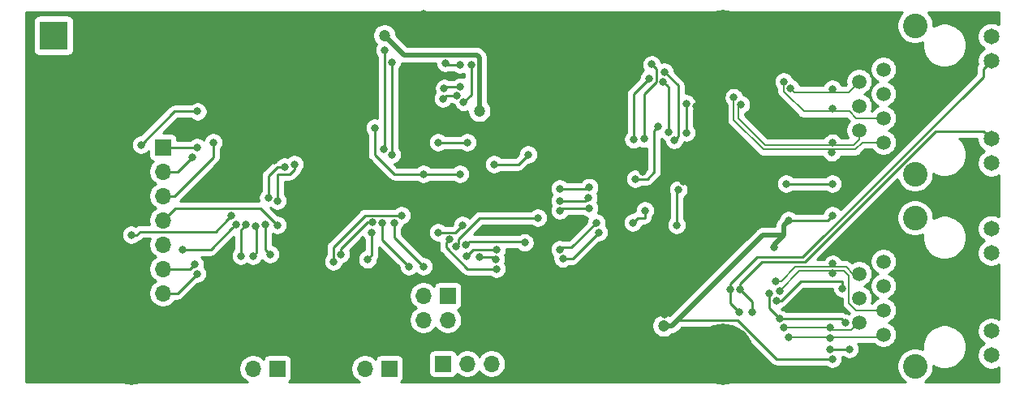
<source format=gbr>
G04 #@! TF.GenerationSoftware,KiCad,Pcbnew,(5.1.5)-3*
G04 #@! TF.CreationDate,2020-07-08T17:40:23+02:00*
G04 #@! TF.ProjectId,Mbed_Devboard,4d626564-5f44-4657-9662-6f6172642e6b,rev?*
G04 #@! TF.SameCoordinates,Original*
G04 #@! TF.FileFunction,Copper,L2,Bot*
G04 #@! TF.FilePolarity,Positive*
%FSLAX46Y46*%
G04 Gerber Fmt 4.6, Leading zero omitted, Abs format (unit mm)*
G04 Created by KiCad (PCBNEW (5.1.5)-3) date 2020-07-08 17:40:23*
%MOMM*%
%LPD*%
G04 APERTURE LIST*
%ADD10C,6.400000*%
%ADD11C,0.800000*%
%ADD12C,3.000000*%
%ADD13R,3.000000X3.000000*%
%ADD14O,1.700000X1.700000*%
%ADD15R,1.700000X1.700000*%
%ADD16C,2.565000*%
%ADD17C,1.650000*%
%ADD18C,1.509000*%
%ADD19C,5.000000*%
%ADD20C,1.200000*%
%ADD21C,0.250000*%
%ADD22C,0.500000*%
%ADD23C,0.200000*%
%ADD24C,0.254000*%
G04 APERTURE END LIST*
D10*
X168402000Y-42418000D03*
D11*
X170802000Y-42418000D03*
X170099056Y-44115056D03*
X168402000Y-44818000D03*
X166704944Y-44115056D03*
X166002000Y-42418000D03*
X166704944Y-40720944D03*
X168402000Y-40018000D03*
X170099056Y-40720944D03*
D10*
X106680000Y-75184000D03*
D11*
X109080000Y-75184000D03*
X108377056Y-76881056D03*
X106680000Y-77584000D03*
X104982944Y-76881056D03*
X104280000Y-75184000D03*
X104982944Y-73486944D03*
X106680000Y-72784000D03*
X108377056Y-73486944D03*
X170099056Y-73486944D03*
X168402000Y-72784000D03*
X166704944Y-73486944D03*
X166002000Y-75184000D03*
X166704944Y-76881056D03*
X168402000Y-77584000D03*
X170099056Y-76881056D03*
X170802000Y-75184000D03*
D10*
X168402000Y-75184000D03*
D12*
X98552000Y-46990000D03*
D13*
X98552000Y-41910000D03*
D14*
X116840000Y-76708000D03*
X119380000Y-76708000D03*
D15*
X121920000Y-76708000D03*
D14*
X128524000Y-76708000D03*
X131064000Y-76708000D03*
D15*
X133604000Y-76708000D03*
D16*
X188466000Y-56386000D03*
X188466000Y-40896000D03*
D17*
X196416000Y-42016000D03*
X196416000Y-44556000D03*
X196416000Y-52726000D03*
X196416000Y-55266000D03*
D18*
X182626000Y-44196000D03*
X185166000Y-45466000D03*
X182626000Y-46736000D03*
X185166000Y-48006000D03*
X182626000Y-49276000D03*
X185166000Y-50546000D03*
X182626000Y-51816000D03*
X185166000Y-53086000D03*
D16*
X188466000Y-76452000D03*
X188466000Y-60962000D03*
D17*
X196416000Y-62082000D03*
X196416000Y-64622000D03*
X196416000Y-72792000D03*
X196416000Y-75332000D03*
D18*
X182626000Y-64262000D03*
X185166000Y-65532000D03*
X182626000Y-66802000D03*
X185166000Y-68072000D03*
X182626000Y-69342000D03*
X185166000Y-70612000D03*
X182626000Y-71882000D03*
X185166000Y-73152000D03*
D14*
X137160000Y-71628000D03*
X139700000Y-71628000D03*
X137160000Y-69088000D03*
D15*
X139700000Y-69088000D03*
D14*
X109982000Y-68834000D03*
X109982000Y-66294000D03*
X109982000Y-63754000D03*
X109982000Y-61214000D03*
X109982000Y-58674000D03*
X109982000Y-56134000D03*
D15*
X109982000Y-53594000D03*
D14*
X146812000Y-76200000D03*
X144272000Y-76200000D03*
X141732000Y-76200000D03*
D15*
X139192000Y-76200000D03*
D19*
X125984000Y-47244000D03*
D11*
X180086000Y-44450000D03*
X180086000Y-69342000D03*
X160274000Y-66802000D03*
X160274000Y-71374000D03*
X158242000Y-71628000D03*
X154178000Y-71628000D03*
X151130000Y-61976000D03*
X159258000Y-59182000D03*
X165608000Y-49276000D03*
X164301320Y-57176130D03*
X173482000Y-58674000D03*
X154178000Y-55880000D03*
X153232885Y-47461010D03*
X137160000Y-39624000D03*
X160058422Y-56167933D03*
X175260000Y-77724000D03*
X120396000Y-40132000D03*
X129540000Y-73406000D03*
X117602000Y-73152000D03*
X121595766Y-54977531D03*
X127762000Y-74676000D03*
X123698000Y-74422000D03*
X115062000Y-48260000D03*
D20*
X106426000Y-46482000D03*
D11*
X98044000Y-57150000D03*
X97282000Y-58674000D03*
X97282000Y-65024000D03*
X99568000Y-72390000D03*
X162288510Y-71028625D03*
X180086000Y-51308000D03*
X180086000Y-64008000D03*
X175260000Y-58928000D03*
X175260000Y-61214000D03*
X179832000Y-60706000D03*
X179832000Y-75692000D03*
X161657233Y-51448767D03*
X159258000Y-56896000D03*
X173736000Y-64008000D03*
D20*
X133096000Y-41910000D03*
X143002000Y-49784000D03*
X162225660Y-72226990D03*
D11*
X107696000Y-53340000D03*
X113599135Y-49845134D03*
X163576000Y-61722000D03*
X164592000Y-49022000D03*
X164592000Y-52070000D03*
X163761965Y-58018222D03*
X138684000Y-53086000D03*
X141732000Y-53086000D03*
X160274000Y-60198000D03*
X159004000Y-61468000D03*
X170164003Y-68420990D03*
X171475192Y-70829010D03*
X169164000Y-68420990D03*
X170097976Y-70829010D03*
X174335000Y-71512302D03*
X173228000Y-68834000D03*
X181242469Y-71952234D03*
X180871499Y-68326000D03*
X173990000Y-69596000D03*
X144780000Y-66294000D03*
X139915483Y-63209010D03*
X155448000Y-62484000D03*
X143002000Y-65024000D03*
X151700231Y-65210695D03*
X144713691Y-65272896D03*
X155194000Y-61468000D03*
X151384000Y-64262000D03*
X144779046Y-64275022D03*
X141690162Y-64944680D03*
X154432000Y-59944000D03*
X151388660Y-60202660D03*
X141571185Y-63807598D03*
X147736175Y-63550012D03*
X151384000Y-59182000D03*
X154373340Y-58869340D03*
X149098000Y-60960000D03*
X140582021Y-63954497D03*
X151384000Y-57912000D03*
X154454372Y-57762989D03*
X148082000Y-54356000D03*
X144526000Y-55372000D03*
X141224000Y-61722000D03*
X138684000Y-62484000D03*
X159069282Y-52771416D03*
X139196371Y-48514000D03*
X140646382Y-48176294D03*
X160716829Y-46389509D03*
X140970000Y-44958000D03*
X160181301Y-52707571D03*
X160991438Y-44939497D03*
X139446000Y-44792010D03*
X162770751Y-52003284D03*
X139331442Y-47406852D03*
X141030431Y-47252969D03*
X162166841Y-46734164D03*
X162310660Y-45715340D03*
X163324603Y-52835914D03*
X140970000Y-56388000D03*
X137160000Y-56388000D03*
X141366006Y-48870675D03*
X142151990Y-44958000D03*
X106680000Y-62738000D03*
X132080000Y-51562000D03*
X117130295Y-60751614D03*
X133858000Y-44704000D03*
X133858000Y-54356000D03*
X134112000Y-61468000D03*
X137160000Y-66040000D03*
X135636000Y-66040000D03*
X132842000Y-61468000D03*
X133096000Y-43434000D03*
X133025940Y-53801294D03*
X128524000Y-64770000D03*
X113538000Y-66802000D03*
X131826000Y-61431010D03*
X113284000Y-65786000D03*
X127762000Y-65532000D03*
X134874000Y-60706000D03*
X112014000Y-64262000D03*
X117610636Y-61628710D03*
X121920000Y-61722000D03*
X115242011Y-53087951D03*
X113030000Y-54610000D03*
X113538000Y-53594000D03*
X179578000Y-74676000D03*
X181610000Y-74676000D03*
X179832000Y-57404000D03*
X175006000Y-57404000D03*
X119380000Y-64935065D03*
X119657173Y-61872485D03*
X131786824Y-62495506D03*
X131328246Y-65295550D03*
X123698000Y-55372000D03*
X121920000Y-59182000D03*
X121158000Y-64770000D03*
X120640824Y-61692333D03*
X122682000Y-55626000D03*
X120971305Y-58865769D03*
X118110000Y-64935065D03*
X118678845Y-61665364D03*
X169545462Y-48387462D03*
X179790607Y-54118145D03*
X174752000Y-46736000D03*
X179832000Y-49545997D03*
X175260000Y-73406000D03*
X179614990Y-73484067D03*
X174335000Y-68580000D03*
X179861000Y-66769000D03*
X170287926Y-49129926D03*
X179832000Y-53119000D03*
X175459108Y-47443108D03*
X179832000Y-47498000D03*
X174785000Y-72457315D03*
X179614990Y-72388670D03*
X173934990Y-67564000D03*
X179861000Y-65768997D03*
D21*
X175260000Y-61214000D02*
X179324000Y-61214000D01*
X179324000Y-61214000D02*
X179832000Y-60706000D01*
X161257234Y-51848766D02*
X161257234Y-56166766D01*
X161657233Y-51448767D02*
X161257234Y-51848766D01*
X161257234Y-56166766D02*
X160528000Y-56896000D01*
X160528000Y-56896000D02*
X159258000Y-56896000D01*
D22*
X174752000Y-61722000D02*
X175260000Y-61214000D01*
X174752000Y-62738000D02*
X174752000Y-61722000D01*
X173736000Y-63754000D02*
X174752000Y-62738000D01*
X173736000Y-64008000D02*
X173736000Y-63754000D01*
X133096000Y-41910000D02*
X135128000Y-43942000D01*
X135128000Y-43942000D02*
X142748000Y-43942000D01*
X143002000Y-44196000D02*
X143002000Y-49784000D01*
X142748000Y-43942000D02*
X143002000Y-44196000D01*
X174752000Y-62738000D02*
X172563178Y-62738000D01*
X163074188Y-72226990D02*
X162225660Y-72226990D01*
X172563178Y-62738000D02*
X163074188Y-72226990D01*
D21*
X173990000Y-75692000D02*
X179832000Y-75692000D01*
X169956999Y-71658999D02*
X173990000Y-75692000D01*
X163642179Y-71658999D02*
X169956999Y-71658999D01*
X163074188Y-72226990D02*
X163642179Y-71658999D01*
X111190866Y-49845134D02*
X113599135Y-49845134D01*
X107696000Y-53340000D02*
X111190866Y-49845134D01*
X164592000Y-49022000D02*
X164592000Y-52070000D01*
X163576000Y-61722000D02*
X163576000Y-58204187D01*
X163576000Y-58204187D02*
X163761965Y-58018222D01*
X138684000Y-53086000D02*
X141732000Y-53086000D01*
X160274000Y-60960000D02*
X160274000Y-60198000D01*
X160274000Y-60960000D02*
X159512000Y-60960000D01*
X159512000Y-60960000D02*
X159004000Y-61468000D01*
X170164003Y-67855305D02*
X172487308Y-65532000D01*
X170164003Y-68420990D02*
X170164003Y-67855305D01*
X195591001Y-51901001D02*
X196416000Y-52726000D01*
X190571897Y-51901001D02*
X195591001Y-51901001D01*
X176940898Y-65532000D02*
X190571897Y-51901001D01*
X172487308Y-65532000D02*
X176940898Y-65532000D01*
X171475192Y-69732179D02*
X171475192Y-70829010D01*
X170164003Y-68420990D02*
X171475192Y-69732179D01*
X195591001Y-45380999D02*
X196416000Y-44556000D01*
X171937316Y-65081989D02*
X176754499Y-65081989D01*
X169164000Y-67855305D02*
X171937316Y-65081989D01*
X169164000Y-68420990D02*
X169164000Y-67855305D01*
X195591001Y-46245486D02*
X195591001Y-45380999D01*
X176754499Y-65081989D02*
X195591001Y-46245486D01*
X169164000Y-69895034D02*
X170097976Y-70829010D01*
X169164000Y-68420990D02*
X169164000Y-69895034D01*
X173228000Y-70405302D02*
X174335000Y-71512302D01*
X173228000Y-68834000D02*
X173228000Y-70405302D01*
X174335000Y-71512302D02*
X180802537Y-71512302D01*
X180802537Y-71512302D02*
X181242469Y-71952234D01*
X180871499Y-68326000D02*
X180871499Y-67587499D01*
X180871499Y-67587499D02*
X180848000Y-67564000D01*
X180848000Y-67564000D02*
X176530000Y-67564000D01*
X176530000Y-67564000D02*
X174498000Y-69596000D01*
X174498000Y-69596000D02*
X173990000Y-69596000D01*
X141732000Y-66294000D02*
X139515484Y-64077484D01*
X139515484Y-63609009D02*
X139915483Y-63209010D01*
X139515484Y-64077484D02*
X139515484Y-63609009D01*
X144780000Y-66294000D02*
X141732000Y-66294000D01*
X155448000Y-62484000D02*
X152721305Y-65210695D01*
X152721305Y-65210695D02*
X151700231Y-65210695D01*
X144464795Y-65024000D02*
X144713691Y-65272896D01*
X143002000Y-65024000D02*
X144464795Y-65024000D01*
X155194000Y-61468000D02*
X152617010Y-64044990D01*
X151601010Y-64044990D02*
X151384000Y-64262000D01*
X152617010Y-64044990D02*
X151601010Y-64044990D01*
X144779046Y-64275022D02*
X142359820Y-64275022D01*
X142359820Y-64275022D02*
X141690162Y-64944680D01*
X154432000Y-59944000D02*
X151647320Y-59944000D01*
X151647320Y-59944000D02*
X151388660Y-60202660D01*
X147593762Y-63407599D02*
X147736175Y-63550012D01*
X141571185Y-63807598D02*
X141971184Y-63407599D01*
X141971184Y-63407599D02*
X147593762Y-63407599D01*
X154060680Y-59182000D02*
X154373340Y-58869340D01*
X151384000Y-59182000D02*
X154060680Y-59182000D01*
X140848403Y-63170599D02*
X140848403Y-63688115D01*
X149098000Y-60960000D02*
X143059002Y-60960000D01*
X140848403Y-63688115D02*
X140582021Y-63954497D01*
X143059002Y-60960000D02*
X140848403Y-63170599D01*
X151384000Y-57912000D02*
X154305361Y-57912000D01*
X154305361Y-57912000D02*
X154454372Y-57762989D01*
X148082000Y-54356000D02*
X147066000Y-55372000D01*
X147066000Y-55372000D02*
X144526000Y-55372000D01*
X140462000Y-62484000D02*
X138684000Y-62484000D01*
X141224000Y-61722000D02*
X140462000Y-62484000D01*
X139534077Y-48176294D02*
X139196371Y-48514000D01*
X140646382Y-48176294D02*
X139534077Y-48176294D01*
X159069282Y-52771416D02*
X159069282Y-48037056D01*
X159069282Y-48037056D02*
X160716829Y-46389509D01*
X160181301Y-52707571D02*
X160181301Y-47998041D01*
X160181301Y-47998041D02*
X161441831Y-46737511D01*
X161441831Y-46737511D02*
X161441831Y-45389890D01*
X161391437Y-45339496D02*
X160991438Y-44939497D01*
X161441831Y-45389890D02*
X161391437Y-45339496D01*
X139611990Y-44958000D02*
X139446000Y-44792010D01*
X140970000Y-44958000D02*
X139611990Y-44958000D01*
X141030431Y-47252969D02*
X139485325Y-47252969D01*
X139485325Y-47252969D02*
X139331442Y-47406852D01*
X162770751Y-47338074D02*
X162566840Y-47134163D01*
X162566840Y-47134163D02*
X162166841Y-46734164D01*
X162770751Y-52003284D02*
X162770751Y-47338074D01*
X163724602Y-47129282D02*
X163724602Y-52435915D01*
X162310660Y-45715340D02*
X163724602Y-47129282D01*
X163724602Y-52435915D02*
X163324603Y-52835914D01*
X140970000Y-56388000D02*
X137160000Y-56388000D01*
X142151990Y-45523685D02*
X142151990Y-44958000D01*
X142151990Y-48084691D02*
X142151990Y-45523685D01*
X141366006Y-48870675D02*
X142151990Y-48084691D01*
X132080000Y-51562000D02*
X132080000Y-54356000D01*
X134112000Y-56388000D02*
X137160000Y-56388000D01*
X132080000Y-54356000D02*
X134112000Y-56388000D01*
X106680000Y-62738000D02*
X107245685Y-62738000D01*
X116730296Y-61151613D02*
X117130295Y-60751614D01*
X115492908Y-62389001D02*
X116730296Y-61151613D01*
X107594684Y-62389001D02*
X115492908Y-62389001D01*
X107245685Y-62738000D02*
X107594684Y-62389001D01*
X133858000Y-44704000D02*
X133858000Y-54356000D01*
X134112000Y-61468000D02*
X134112000Y-62992000D01*
X134112000Y-62992000D02*
X137160000Y-66040000D01*
X133096000Y-53731234D02*
X133025940Y-53801294D01*
X133096000Y-43434000D02*
X133096000Y-53731234D01*
X132842000Y-63246000D02*
X132842000Y-61468000D01*
X135636000Y-66040000D02*
X132842000Y-63246000D01*
X111506000Y-68834000D02*
X113538000Y-66802000D01*
X109982000Y-68834000D02*
X111506000Y-68834000D01*
X128524000Y-64770000D02*
X128524000Y-64204315D01*
X131297305Y-61431010D02*
X131826000Y-61431010D01*
X128524000Y-64204315D02*
X131297305Y-61431010D01*
X109982000Y-66294000D02*
X112776000Y-66294000D01*
X112776000Y-66294000D02*
X113284000Y-65786000D01*
X127762000Y-65532000D02*
X127762000Y-64008000D01*
X131064000Y-60706000D02*
X134874000Y-60706000D01*
X127762000Y-64008000D02*
X131064000Y-60706000D01*
X112014000Y-64262000D02*
X114977346Y-64262000D01*
X117210637Y-62028709D02*
X117610636Y-61628710D01*
X114977346Y-64262000D02*
X117210637Y-62028709D01*
X120142000Y-59944000D02*
X121520001Y-61322001D01*
X109982000Y-61214000D02*
X111252000Y-59944000D01*
X121520001Y-61322001D02*
X121920000Y-61722000D01*
X111252000Y-59944000D02*
X120142000Y-59944000D01*
X109982000Y-58674000D02*
X111184081Y-58674000D01*
X115242011Y-54616070D02*
X115242011Y-53653636D01*
X115242011Y-53653636D02*
X115242011Y-53087951D01*
X111184081Y-58674000D02*
X115242011Y-54616070D01*
X111506000Y-56134000D02*
X113030000Y-54610000D01*
X109982000Y-56134000D02*
X111506000Y-56134000D01*
X109982000Y-53594000D02*
X113538000Y-53594000D01*
X179578000Y-74676000D02*
X181610000Y-74676000D01*
X179832000Y-57404000D02*
X175006000Y-57404000D01*
X119753928Y-64561137D02*
X119380000Y-64935065D01*
X119753928Y-61872485D02*
X119753928Y-64561137D01*
X131786824Y-62495506D02*
X131786824Y-64836972D01*
X131786824Y-64836972D02*
X131328246Y-65295550D01*
X123698000Y-55937685D02*
X123247685Y-56388000D01*
X123698000Y-55372000D02*
X123698000Y-55937685D01*
X123247685Y-56388000D02*
X121920000Y-56388000D01*
X121920000Y-56388000D02*
X121920000Y-59182000D01*
X121158000Y-64770000D02*
X120640824Y-64252824D01*
X120640824Y-64252824D02*
X120640824Y-61692333D01*
X120971305Y-58300084D02*
X120971305Y-58865769D01*
X121920000Y-55626000D02*
X120971305Y-56574695D01*
X120971305Y-56574695D02*
X120971305Y-58300084D01*
X122682000Y-55626000D02*
X121920000Y-55626000D01*
X118110000Y-62234209D02*
X118678845Y-61665364D01*
X118110000Y-64935065D02*
X118110000Y-62234209D01*
D23*
X169545462Y-50737662D02*
X172626800Y-53819000D01*
X169545462Y-48387462D02*
X169545462Y-50737662D01*
X182211199Y-53819000D02*
X182944199Y-53086000D01*
X182944199Y-53086000D02*
X185166000Y-53086000D01*
X180089752Y-53819000D02*
X179790607Y-54118145D01*
X180311000Y-53819000D02*
X180089752Y-53819000D01*
X180311000Y-53819000D02*
X182211199Y-53819000D01*
X172626800Y-53819000D02*
X180311000Y-53819000D01*
X184098976Y-50546000D02*
X185166000Y-50546000D01*
X182335338Y-50546000D02*
X184098976Y-50546000D01*
X181635337Y-49845999D02*
X182335338Y-50546000D01*
X176845999Y-49845999D02*
X175006000Y-48006000D01*
X175006000Y-48006000D02*
X174752000Y-47752000D01*
X174752000Y-47752000D02*
X174752000Y-46736000D01*
X180147999Y-49845999D02*
X180132002Y-49845999D01*
X180147999Y-49845999D02*
X181635337Y-49845999D01*
X180132002Y-49845999D02*
X179832000Y-49545997D01*
X176845999Y-49845999D02*
X180147999Y-49845999D01*
X175260000Y-73406000D02*
X184912000Y-73406000D01*
X184912000Y-73406000D02*
X185166000Y-73152000D01*
X181571499Y-69848161D02*
X182335338Y-70612000D01*
X181571499Y-67017499D02*
X181571499Y-69848161D01*
X181073000Y-66519000D02*
X181571499Y-67017499D01*
X184098976Y-70612000D02*
X185166000Y-70612000D01*
X182335338Y-70612000D02*
X184098976Y-70612000D01*
X180311000Y-66519000D02*
X180111000Y-66519000D01*
X180311000Y-66519000D02*
X181073000Y-66519000D01*
X180111000Y-66519000D02*
X179861000Y-66769000D01*
X174335000Y-68580000D02*
X176396000Y-66519000D01*
X176396000Y-66519000D02*
X180311000Y-66519000D01*
X170287926Y-49129926D02*
X169995462Y-49422390D01*
X169995462Y-49422390D02*
X169995462Y-50551262D01*
X169995462Y-50551262D02*
X172813200Y-53369000D01*
X182626000Y-52767801D02*
X182626000Y-51816000D01*
X182024801Y-53369000D02*
X182626000Y-52767801D01*
D21*
X179832000Y-53119000D02*
X179832000Y-53086000D01*
D23*
X180082000Y-53369000D02*
X179832000Y-53119000D01*
X180311000Y-53369000D02*
X180082000Y-53369000D01*
X180311000Y-53369000D02*
X182024801Y-53369000D01*
X172813200Y-53369000D02*
X180311000Y-53369000D01*
X181871501Y-47490499D02*
X182626000Y-46736000D01*
X181518893Y-47843107D02*
X181871501Y-47490499D01*
X175459108Y-47443108D02*
X175859107Y-47843107D01*
X180177107Y-47843107D02*
X179832000Y-47498000D01*
X180177107Y-47843107D02*
X181518893Y-47843107D01*
X175859107Y-47843107D02*
X180177107Y-47843107D01*
X181806000Y-72702000D02*
X182626000Y-71882000D01*
X179709515Y-72457315D02*
X179954200Y-72702000D01*
X179954200Y-72702000D02*
X181806000Y-72702000D01*
X174785000Y-72457315D02*
X179709515Y-72457315D01*
X179640870Y-72388670D02*
X179614990Y-72388670D01*
X179709515Y-72457315D02*
X179640870Y-72388670D01*
X181259397Y-66069000D02*
X181992397Y-66802000D01*
X181992397Y-66802000D02*
X182626000Y-66802000D01*
X180161003Y-66069000D02*
X179861000Y-65768997D01*
X180311000Y-66069000D02*
X180161003Y-66069000D01*
X180311000Y-66069000D02*
X181259397Y-66069000D01*
X173934990Y-67564000D02*
X174500675Y-67564000D01*
X174500675Y-67564000D02*
X175995675Y-66069000D01*
X175995675Y-66069000D02*
X180311000Y-66069000D01*
D24*
G36*
X186976580Y-39673665D02*
G01*
X186766734Y-39987723D01*
X186622188Y-40336686D01*
X186548500Y-40707143D01*
X186548500Y-41084857D01*
X186622188Y-41455314D01*
X186766734Y-41804277D01*
X186976580Y-42118335D01*
X187243665Y-42385420D01*
X187557723Y-42595266D01*
X187906686Y-42739812D01*
X188277143Y-42813500D01*
X188654857Y-42813500D01*
X189025314Y-42739812D01*
X189224377Y-42657357D01*
X189216000Y-42699470D01*
X189216000Y-43152530D01*
X189304387Y-43596885D01*
X189477766Y-44015459D01*
X189729473Y-44392165D01*
X190049835Y-44712527D01*
X190426541Y-44964234D01*
X190845115Y-45137613D01*
X191289470Y-45226000D01*
X191742530Y-45226000D01*
X192186885Y-45137613D01*
X192605459Y-44964234D01*
X192982165Y-44712527D01*
X193302527Y-44392165D01*
X193554234Y-44015459D01*
X193727613Y-43596885D01*
X193816000Y-43152530D01*
X193816000Y-42699470D01*
X193727613Y-42255115D01*
X193554234Y-41836541D01*
X193302527Y-41459835D01*
X192982165Y-41139473D01*
X192605459Y-40887766D01*
X192186885Y-40714387D01*
X191742530Y-40626000D01*
X191289470Y-40626000D01*
X190845115Y-40714387D01*
X190426541Y-40887766D01*
X190383500Y-40916525D01*
X190383500Y-40707143D01*
X190309812Y-40336686D01*
X190165266Y-39987723D01*
X189955420Y-39673665D01*
X189803755Y-39522000D01*
X197206000Y-39522000D01*
X197206000Y-40787934D01*
X197107569Y-40722165D01*
X196841866Y-40612107D01*
X196559797Y-40556000D01*
X196272203Y-40556000D01*
X195990134Y-40612107D01*
X195724431Y-40722165D01*
X195485304Y-40881944D01*
X195281944Y-41085304D01*
X195122165Y-41324431D01*
X195012107Y-41590134D01*
X194956000Y-41872203D01*
X194956000Y-42159797D01*
X195012107Y-42441866D01*
X195122165Y-42707569D01*
X195281944Y-42946696D01*
X195485304Y-43150056D01*
X195688759Y-43286000D01*
X195485304Y-43421944D01*
X195281944Y-43625304D01*
X195122165Y-43864431D01*
X195012107Y-44130134D01*
X194956000Y-44412203D01*
X194956000Y-44699797D01*
X194997141Y-44906626D01*
X194956027Y-44956723D01*
X194885455Y-45088753D01*
X194855181Y-45188557D01*
X194841999Y-45232013D01*
X194831001Y-45343666D01*
X194831001Y-45343677D01*
X194827325Y-45380999D01*
X194831001Y-45418321D01*
X194831001Y-45930684D01*
X180667790Y-60093897D01*
X180635937Y-60046226D01*
X180491774Y-59902063D01*
X180322256Y-59788795D01*
X180133898Y-59710774D01*
X179933939Y-59671000D01*
X179730061Y-59671000D01*
X179530102Y-59710774D01*
X179341744Y-59788795D01*
X179172226Y-59902063D01*
X179028063Y-60046226D01*
X178914795Y-60215744D01*
X178836774Y-60404102D01*
X178826849Y-60454000D01*
X175963711Y-60454000D01*
X175919774Y-60410063D01*
X175750256Y-60296795D01*
X175561898Y-60218774D01*
X175361939Y-60179000D01*
X175158061Y-60179000D01*
X174958102Y-60218774D01*
X174769744Y-60296795D01*
X174600226Y-60410063D01*
X174456063Y-60554226D01*
X174342795Y-60723744D01*
X174264774Y-60912102D01*
X174253465Y-60968957D01*
X174156952Y-61065470D01*
X174123184Y-61093183D01*
X174095471Y-61126951D01*
X174095468Y-61126954D01*
X174012590Y-61227941D01*
X173930412Y-61381687D01*
X173879805Y-61548510D01*
X173862719Y-61722000D01*
X173867001Y-61765478D01*
X173867001Y-61853000D01*
X172606643Y-61853000D01*
X172563177Y-61848719D01*
X172519711Y-61853000D01*
X172519701Y-61853000D01*
X172389688Y-61865805D01*
X172222865Y-61916411D01*
X172069119Y-61998589D01*
X172069117Y-61998590D01*
X172069118Y-61998590D01*
X171968131Y-62081468D01*
X171968129Y-62081470D01*
X171934361Y-62109183D01*
X171906648Y-62142951D01*
X162874435Y-71175165D01*
X162810652Y-71132547D01*
X162585896Y-71039450D01*
X162347297Y-70991990D01*
X162104023Y-70991990D01*
X161865424Y-71039450D01*
X161640668Y-71132547D01*
X161438393Y-71267703D01*
X161266373Y-71439723D01*
X161131217Y-71641998D01*
X161038120Y-71866754D01*
X160990660Y-72105353D01*
X160990660Y-72348627D01*
X161038120Y-72587226D01*
X161131217Y-72811982D01*
X161266373Y-73014257D01*
X161438393Y-73186277D01*
X161640668Y-73321433D01*
X161865424Y-73414530D01*
X162104023Y-73461990D01*
X162347297Y-73461990D01*
X162585896Y-73414530D01*
X162810652Y-73321433D01*
X163012927Y-73186277D01*
X163083888Y-73115316D01*
X163117657Y-73111990D01*
X163117665Y-73111990D01*
X163247678Y-73099185D01*
X163414501Y-73048579D01*
X163568247Y-72966401D01*
X163703005Y-72855807D01*
X163730722Y-72822034D01*
X164133757Y-72418999D01*
X169642198Y-72418999D01*
X173426201Y-76203003D01*
X173449999Y-76232001D01*
X173565724Y-76326974D01*
X173697753Y-76397546D01*
X173841014Y-76441003D01*
X173952667Y-76452000D01*
X173952675Y-76452000D01*
X173990000Y-76455676D01*
X174027325Y-76452000D01*
X179128289Y-76452000D01*
X179172226Y-76495937D01*
X179341744Y-76609205D01*
X179530102Y-76687226D01*
X179730061Y-76727000D01*
X179933939Y-76727000D01*
X180133898Y-76687226D01*
X180322256Y-76609205D01*
X180491774Y-76495937D01*
X180635937Y-76351774D01*
X180749205Y-76182256D01*
X180827226Y-75993898D01*
X180867000Y-75793939D01*
X180867000Y-75590061D01*
X180836356Y-75436000D01*
X180906289Y-75436000D01*
X180950226Y-75479937D01*
X181119744Y-75593205D01*
X181308102Y-75671226D01*
X181508061Y-75711000D01*
X181711939Y-75711000D01*
X181911898Y-75671226D01*
X182100256Y-75593205D01*
X182269774Y-75479937D01*
X182413937Y-75335774D01*
X182527205Y-75166256D01*
X182605226Y-74977898D01*
X182645000Y-74777939D01*
X182645000Y-74574061D01*
X182605226Y-74374102D01*
X182527205Y-74185744D01*
X182497308Y-74141000D01*
X184189951Y-74141000D01*
X184280246Y-74231295D01*
X184507825Y-74383359D01*
X184760698Y-74488102D01*
X185029146Y-74541500D01*
X185302854Y-74541500D01*
X185571302Y-74488102D01*
X185824175Y-74383359D01*
X186051754Y-74231295D01*
X186245295Y-74037754D01*
X186397359Y-73810175D01*
X186502102Y-73557302D01*
X186555500Y-73288854D01*
X186555500Y-73015146D01*
X186502102Y-72746698D01*
X186397359Y-72493825D01*
X186245295Y-72266246D01*
X186051754Y-72072705D01*
X185824175Y-71920641D01*
X185730887Y-71882000D01*
X185824175Y-71843359D01*
X186051754Y-71691295D01*
X186245295Y-71497754D01*
X186397359Y-71270175D01*
X186502102Y-71017302D01*
X186555500Y-70748854D01*
X186555500Y-70475146D01*
X186502102Y-70206698D01*
X186397359Y-69953825D01*
X186245295Y-69726246D01*
X186051754Y-69532705D01*
X185824175Y-69380641D01*
X185730887Y-69342000D01*
X185824175Y-69303359D01*
X186051754Y-69151295D01*
X186245295Y-68957754D01*
X186397359Y-68730175D01*
X186502102Y-68477302D01*
X186555500Y-68208854D01*
X186555500Y-67935146D01*
X186502102Y-67666698D01*
X186397359Y-67413825D01*
X186245295Y-67186246D01*
X186051754Y-66992705D01*
X185824175Y-66840641D01*
X185730887Y-66802000D01*
X185824175Y-66763359D01*
X186051754Y-66611295D01*
X186245295Y-66417754D01*
X186397359Y-66190175D01*
X186502102Y-65937302D01*
X186555500Y-65668854D01*
X186555500Y-65395146D01*
X186502102Y-65126698D01*
X186397359Y-64873825D01*
X186245295Y-64646246D01*
X186051754Y-64452705D01*
X185824175Y-64300641D01*
X185571302Y-64195898D01*
X185302854Y-64142500D01*
X185029146Y-64142500D01*
X184760698Y-64195898D01*
X184507825Y-64300641D01*
X184280246Y-64452705D01*
X184086705Y-64646246D01*
X183934641Y-64873825D01*
X183829898Y-65126698D01*
X183776500Y-65395146D01*
X183776500Y-65668854D01*
X183829898Y-65937302D01*
X183934641Y-66190175D01*
X184086705Y-66417754D01*
X184280246Y-66611295D01*
X184507825Y-66763359D01*
X184601113Y-66802000D01*
X184507825Y-66840641D01*
X184280246Y-66992705D01*
X184086705Y-67186246D01*
X183934641Y-67413825D01*
X183829898Y-67666698D01*
X183776500Y-67935146D01*
X183776500Y-68208854D01*
X183829898Y-68477302D01*
X183934641Y-68730175D01*
X184086705Y-68957754D01*
X184280246Y-69151295D01*
X184507825Y-69303359D01*
X184601113Y-69342000D01*
X184507825Y-69380641D01*
X184280246Y-69532705D01*
X184086705Y-69726246D01*
X183985974Y-69877000D01*
X183908380Y-69877000D01*
X183962102Y-69747302D01*
X184015500Y-69478854D01*
X184015500Y-69205146D01*
X183962102Y-68936698D01*
X183857359Y-68683825D01*
X183705295Y-68456246D01*
X183511754Y-68262705D01*
X183284175Y-68110641D01*
X183190887Y-68072000D01*
X183284175Y-68033359D01*
X183511754Y-67881295D01*
X183705295Y-67687754D01*
X183857359Y-67460175D01*
X183962102Y-67207302D01*
X184015500Y-66938854D01*
X184015500Y-66665146D01*
X183962102Y-66396698D01*
X183857359Y-66143825D01*
X183705295Y-65916246D01*
X183511754Y-65722705D01*
X183284175Y-65570641D01*
X183031302Y-65465898D01*
X182762854Y-65412500D01*
X182489146Y-65412500D01*
X182220698Y-65465898D01*
X181967825Y-65570641D01*
X181867512Y-65637668D01*
X181804655Y-65574812D01*
X181781635Y-65546762D01*
X181669717Y-65454913D01*
X181542030Y-65386663D01*
X181403482Y-65344635D01*
X181295502Y-65334000D01*
X181259397Y-65330444D01*
X181223292Y-65334000D01*
X180801094Y-65334000D01*
X180778205Y-65278741D01*
X180664937Y-65109223D01*
X180520774Y-64965060D01*
X180351256Y-64851792D01*
X180162898Y-64773771D01*
X179962939Y-64733997D01*
X179759061Y-64733997D01*
X179559102Y-64773771D01*
X179370744Y-64851792D01*
X179201226Y-64965060D01*
X179057063Y-65109223D01*
X178943795Y-65278741D01*
X178920906Y-65334000D01*
X178213699Y-65334000D01*
X182774556Y-60773143D01*
X186548500Y-60773143D01*
X186548500Y-61150857D01*
X186622188Y-61521314D01*
X186766734Y-61870277D01*
X186976580Y-62184335D01*
X187243665Y-62451420D01*
X187557723Y-62661266D01*
X187906686Y-62805812D01*
X188277143Y-62879500D01*
X188654857Y-62879500D01*
X189025314Y-62805812D01*
X189224377Y-62723357D01*
X189216000Y-62765470D01*
X189216000Y-63218530D01*
X189304387Y-63662885D01*
X189477766Y-64081459D01*
X189729473Y-64458165D01*
X190049835Y-64778527D01*
X190426541Y-65030234D01*
X190845115Y-65203613D01*
X191289470Y-65292000D01*
X191742530Y-65292000D01*
X192186885Y-65203613D01*
X192605459Y-65030234D01*
X192982165Y-64778527D01*
X193302527Y-64458165D01*
X193554234Y-64081459D01*
X193727613Y-63662885D01*
X193816000Y-63218530D01*
X193816000Y-62765470D01*
X193727613Y-62321115D01*
X193554234Y-61902541D01*
X193302527Y-61525835D01*
X192982165Y-61205473D01*
X192605459Y-60953766D01*
X192186885Y-60780387D01*
X191742530Y-60692000D01*
X191289470Y-60692000D01*
X190845115Y-60780387D01*
X190426541Y-60953766D01*
X190383500Y-60982525D01*
X190383500Y-60773143D01*
X190309812Y-60402686D01*
X190165266Y-60053723D01*
X189955420Y-59739665D01*
X189688335Y-59472580D01*
X189374277Y-59262734D01*
X189025314Y-59118188D01*
X188654857Y-59044500D01*
X188277143Y-59044500D01*
X187906686Y-59118188D01*
X187557723Y-59262734D01*
X187243665Y-59472580D01*
X186976580Y-59739665D01*
X186766734Y-60053723D01*
X186622188Y-60402686D01*
X186548500Y-60773143D01*
X182774556Y-60773143D01*
X186618903Y-56928797D01*
X186622188Y-56945314D01*
X186766734Y-57294277D01*
X186976580Y-57608335D01*
X187243665Y-57875420D01*
X187557723Y-58085266D01*
X187906686Y-58229812D01*
X188277143Y-58303500D01*
X188654857Y-58303500D01*
X189025314Y-58229812D01*
X189374277Y-58085266D01*
X189688335Y-57875420D01*
X189955420Y-57608335D01*
X190165266Y-57294277D01*
X190309812Y-56945314D01*
X190383500Y-56574857D01*
X190383500Y-56365475D01*
X190426541Y-56394234D01*
X190845115Y-56567613D01*
X191289470Y-56656000D01*
X191742530Y-56656000D01*
X192186885Y-56567613D01*
X192605459Y-56394234D01*
X192982165Y-56142527D01*
X193302527Y-55822165D01*
X193554234Y-55445459D01*
X193727613Y-55026885D01*
X193816000Y-54582530D01*
X193816000Y-54129470D01*
X193727613Y-53685115D01*
X193554234Y-53266541D01*
X193302527Y-52889835D01*
X193073693Y-52661001D01*
X194956000Y-52661001D01*
X194956000Y-52869797D01*
X195012107Y-53151866D01*
X195122165Y-53417569D01*
X195281944Y-53656696D01*
X195485304Y-53860056D01*
X195688759Y-53996000D01*
X195485304Y-54131944D01*
X195281944Y-54335304D01*
X195122165Y-54574431D01*
X195012107Y-54840134D01*
X194956000Y-55122203D01*
X194956000Y-55409797D01*
X195012107Y-55691866D01*
X195122165Y-55957569D01*
X195281944Y-56196696D01*
X195485304Y-56400056D01*
X195724431Y-56559835D01*
X195990134Y-56669893D01*
X196272203Y-56726000D01*
X196559797Y-56726000D01*
X196841866Y-56669893D01*
X197107569Y-56559835D01*
X197206000Y-56494065D01*
X197206001Y-60853935D01*
X197107569Y-60788165D01*
X196841866Y-60678107D01*
X196559797Y-60622000D01*
X196272203Y-60622000D01*
X195990134Y-60678107D01*
X195724431Y-60788165D01*
X195485304Y-60947944D01*
X195281944Y-61151304D01*
X195122165Y-61390431D01*
X195012107Y-61656134D01*
X194956000Y-61938203D01*
X194956000Y-62225797D01*
X195012107Y-62507866D01*
X195122165Y-62773569D01*
X195281944Y-63012696D01*
X195485304Y-63216056D01*
X195688759Y-63352000D01*
X195485304Y-63487944D01*
X195281944Y-63691304D01*
X195122165Y-63930431D01*
X195012107Y-64196134D01*
X194956000Y-64478203D01*
X194956000Y-64765797D01*
X195012107Y-65047866D01*
X195122165Y-65313569D01*
X195281944Y-65552696D01*
X195485304Y-65756056D01*
X195724431Y-65915835D01*
X195990134Y-66025893D01*
X196272203Y-66082000D01*
X196559797Y-66082000D01*
X196841866Y-66025893D01*
X197107569Y-65915835D01*
X197206001Y-65850065D01*
X197206001Y-71563935D01*
X197107569Y-71498165D01*
X196841866Y-71388107D01*
X196559797Y-71332000D01*
X196272203Y-71332000D01*
X195990134Y-71388107D01*
X195724431Y-71498165D01*
X195485304Y-71657944D01*
X195281944Y-71861304D01*
X195122165Y-72100431D01*
X195012107Y-72366134D01*
X194956000Y-72648203D01*
X194956000Y-72935797D01*
X195012107Y-73217866D01*
X195122165Y-73483569D01*
X195281944Y-73722696D01*
X195485304Y-73926056D01*
X195688759Y-74062000D01*
X195485304Y-74197944D01*
X195281944Y-74401304D01*
X195122165Y-74640431D01*
X195012107Y-74906134D01*
X194956000Y-75188203D01*
X194956000Y-75475797D01*
X195012107Y-75757866D01*
X195122165Y-76023569D01*
X195281944Y-76262696D01*
X195485304Y-76466056D01*
X195724431Y-76625835D01*
X195990134Y-76735893D01*
X196272203Y-76792000D01*
X196559797Y-76792000D01*
X196841866Y-76735893D01*
X197107569Y-76625835D01*
X197206001Y-76560065D01*
X197206001Y-78080000D01*
X189480935Y-78080000D01*
X189688335Y-77941420D01*
X189955420Y-77674335D01*
X190165266Y-77360277D01*
X190309812Y-77011314D01*
X190383500Y-76640857D01*
X190383500Y-76431475D01*
X190426541Y-76460234D01*
X190845115Y-76633613D01*
X191289470Y-76722000D01*
X191742530Y-76722000D01*
X192186885Y-76633613D01*
X192605459Y-76460234D01*
X192982165Y-76208527D01*
X193302527Y-75888165D01*
X193554234Y-75511459D01*
X193727613Y-75092885D01*
X193816000Y-74648530D01*
X193816000Y-74195470D01*
X193727613Y-73751115D01*
X193554234Y-73332541D01*
X193302527Y-72955835D01*
X192982165Y-72635473D01*
X192605459Y-72383766D01*
X192186885Y-72210387D01*
X191742530Y-72122000D01*
X191289470Y-72122000D01*
X190845115Y-72210387D01*
X190426541Y-72383766D01*
X190049835Y-72635473D01*
X189729473Y-72955835D01*
X189477766Y-73332541D01*
X189304387Y-73751115D01*
X189216000Y-74195470D01*
X189216000Y-74648530D01*
X189224377Y-74690643D01*
X189025314Y-74608188D01*
X188654857Y-74534500D01*
X188277143Y-74534500D01*
X187906686Y-74608188D01*
X187557723Y-74752734D01*
X187243665Y-74962580D01*
X186976580Y-75229665D01*
X186766734Y-75543723D01*
X186622188Y-75892686D01*
X186548500Y-76263143D01*
X186548500Y-76640857D01*
X186622188Y-77011314D01*
X186766734Y-77360277D01*
X186976580Y-77674335D01*
X187243665Y-77941420D01*
X187451065Y-78080000D01*
X134818896Y-78080000D01*
X134905185Y-78009185D01*
X134984537Y-77912494D01*
X135043502Y-77802180D01*
X135079812Y-77682482D01*
X135092072Y-77558000D01*
X135092072Y-75858000D01*
X135079812Y-75733518D01*
X135043502Y-75613820D01*
X134984537Y-75503506D01*
X134905185Y-75406815D01*
X134835956Y-75350000D01*
X137703928Y-75350000D01*
X137703928Y-77050000D01*
X137716188Y-77174482D01*
X137752498Y-77294180D01*
X137811463Y-77404494D01*
X137890815Y-77501185D01*
X137987506Y-77580537D01*
X138097820Y-77639502D01*
X138217518Y-77675812D01*
X138342000Y-77688072D01*
X140042000Y-77688072D01*
X140166482Y-77675812D01*
X140286180Y-77639502D01*
X140396494Y-77580537D01*
X140493185Y-77501185D01*
X140572537Y-77404494D01*
X140631502Y-77294180D01*
X140653513Y-77221620D01*
X140785368Y-77353475D01*
X141028589Y-77515990D01*
X141298842Y-77627932D01*
X141585740Y-77685000D01*
X141878260Y-77685000D01*
X142165158Y-77627932D01*
X142435411Y-77515990D01*
X142678632Y-77353475D01*
X142885475Y-77146632D01*
X143002000Y-76972240D01*
X143118525Y-77146632D01*
X143325368Y-77353475D01*
X143568589Y-77515990D01*
X143838842Y-77627932D01*
X144125740Y-77685000D01*
X144418260Y-77685000D01*
X144705158Y-77627932D01*
X144975411Y-77515990D01*
X145218632Y-77353475D01*
X145425475Y-77146632D01*
X145587990Y-76903411D01*
X145699932Y-76633158D01*
X145757000Y-76346260D01*
X145757000Y-76053740D01*
X145699932Y-75766842D01*
X145587990Y-75496589D01*
X145425475Y-75253368D01*
X145218632Y-75046525D01*
X144975411Y-74884010D01*
X144705158Y-74772068D01*
X144418260Y-74715000D01*
X144125740Y-74715000D01*
X143838842Y-74772068D01*
X143568589Y-74884010D01*
X143325368Y-75046525D01*
X143118525Y-75253368D01*
X143002000Y-75427760D01*
X142885475Y-75253368D01*
X142678632Y-75046525D01*
X142435411Y-74884010D01*
X142165158Y-74772068D01*
X141878260Y-74715000D01*
X141585740Y-74715000D01*
X141298842Y-74772068D01*
X141028589Y-74884010D01*
X140785368Y-75046525D01*
X140653513Y-75178380D01*
X140631502Y-75105820D01*
X140572537Y-74995506D01*
X140493185Y-74898815D01*
X140396494Y-74819463D01*
X140286180Y-74760498D01*
X140166482Y-74724188D01*
X140042000Y-74711928D01*
X138342000Y-74711928D01*
X138217518Y-74724188D01*
X138097820Y-74760498D01*
X137987506Y-74819463D01*
X137890815Y-74898815D01*
X137811463Y-74995506D01*
X137752498Y-75105820D01*
X137716188Y-75225518D01*
X137703928Y-75350000D01*
X134835956Y-75350000D01*
X134808494Y-75327463D01*
X134698180Y-75268498D01*
X134578482Y-75232188D01*
X134454000Y-75219928D01*
X132754000Y-75219928D01*
X132629518Y-75232188D01*
X132509820Y-75268498D01*
X132399506Y-75327463D01*
X132302815Y-75406815D01*
X132223463Y-75503506D01*
X132164498Y-75613820D01*
X132142487Y-75686380D01*
X132010632Y-75554525D01*
X131767411Y-75392010D01*
X131497158Y-75280068D01*
X131210260Y-75223000D01*
X130917740Y-75223000D01*
X130630842Y-75280068D01*
X130360589Y-75392010D01*
X130117368Y-75554525D01*
X129910525Y-75761368D01*
X129748010Y-76004589D01*
X129636068Y-76274842D01*
X129579000Y-76561740D01*
X129579000Y-76854260D01*
X129636068Y-77141158D01*
X129748010Y-77411411D01*
X129910525Y-77654632D01*
X130117368Y-77861475D01*
X130360589Y-78023990D01*
X130495810Y-78080000D01*
X123134896Y-78080000D01*
X123221185Y-78009185D01*
X123300537Y-77912494D01*
X123359502Y-77802180D01*
X123395812Y-77682482D01*
X123408072Y-77558000D01*
X123408072Y-75858000D01*
X123395812Y-75733518D01*
X123359502Y-75613820D01*
X123300537Y-75503506D01*
X123221185Y-75406815D01*
X123124494Y-75327463D01*
X123014180Y-75268498D01*
X122894482Y-75232188D01*
X122770000Y-75219928D01*
X121070000Y-75219928D01*
X120945518Y-75232188D01*
X120825820Y-75268498D01*
X120715506Y-75327463D01*
X120618815Y-75406815D01*
X120539463Y-75503506D01*
X120480498Y-75613820D01*
X120458487Y-75686380D01*
X120326632Y-75554525D01*
X120083411Y-75392010D01*
X119813158Y-75280068D01*
X119526260Y-75223000D01*
X119233740Y-75223000D01*
X118946842Y-75280068D01*
X118676589Y-75392010D01*
X118433368Y-75554525D01*
X118226525Y-75761368D01*
X118064010Y-76004589D01*
X117952068Y-76274842D01*
X117895000Y-76561740D01*
X117895000Y-76854260D01*
X117952068Y-77141158D01*
X118064010Y-77411411D01*
X118226525Y-77654632D01*
X118433368Y-77861475D01*
X118676589Y-78023990D01*
X118811810Y-78080000D01*
X95656000Y-78080000D01*
X95656000Y-62636061D01*
X105645000Y-62636061D01*
X105645000Y-62839939D01*
X105684774Y-63039898D01*
X105762795Y-63228256D01*
X105876063Y-63397774D01*
X106020226Y-63541937D01*
X106189744Y-63655205D01*
X106378102Y-63733226D01*
X106578061Y-63773000D01*
X106781939Y-63773000D01*
X106981898Y-63733226D01*
X107170256Y-63655205D01*
X107339774Y-63541937D01*
X107394724Y-63486987D01*
X107537932Y-63443546D01*
X107669961Y-63372974D01*
X107785686Y-63278001D01*
X107809489Y-63248997D01*
X107909485Y-63149001D01*
X108625247Y-63149001D01*
X108554068Y-63320842D01*
X108497000Y-63607740D01*
X108497000Y-63900260D01*
X108554068Y-64187158D01*
X108666010Y-64457411D01*
X108828525Y-64700632D01*
X109035368Y-64907475D01*
X109209760Y-65024000D01*
X109035368Y-65140525D01*
X108828525Y-65347368D01*
X108666010Y-65590589D01*
X108554068Y-65860842D01*
X108497000Y-66147740D01*
X108497000Y-66440260D01*
X108554068Y-66727158D01*
X108666010Y-66997411D01*
X108828525Y-67240632D01*
X109035368Y-67447475D01*
X109209760Y-67564000D01*
X109035368Y-67680525D01*
X108828525Y-67887368D01*
X108666010Y-68130589D01*
X108554068Y-68400842D01*
X108497000Y-68687740D01*
X108497000Y-68980260D01*
X108554068Y-69267158D01*
X108666010Y-69537411D01*
X108828525Y-69780632D01*
X109035368Y-69987475D01*
X109278589Y-70149990D01*
X109548842Y-70261932D01*
X109835740Y-70319000D01*
X110128260Y-70319000D01*
X110415158Y-70261932D01*
X110685411Y-70149990D01*
X110928632Y-69987475D01*
X111135475Y-69780632D01*
X111260178Y-69594000D01*
X111468678Y-69594000D01*
X111506000Y-69597676D01*
X111543322Y-69594000D01*
X111543333Y-69594000D01*
X111654986Y-69583003D01*
X111798247Y-69539546D01*
X111930276Y-69468974D01*
X112046001Y-69374001D01*
X112069804Y-69344997D01*
X112473061Y-68941740D01*
X135675000Y-68941740D01*
X135675000Y-69234260D01*
X135732068Y-69521158D01*
X135844010Y-69791411D01*
X136006525Y-70034632D01*
X136213368Y-70241475D01*
X136387760Y-70358000D01*
X136213368Y-70474525D01*
X136006525Y-70681368D01*
X135844010Y-70924589D01*
X135732068Y-71194842D01*
X135675000Y-71481740D01*
X135675000Y-71774260D01*
X135732068Y-72061158D01*
X135844010Y-72331411D01*
X136006525Y-72574632D01*
X136213368Y-72781475D01*
X136456589Y-72943990D01*
X136726842Y-73055932D01*
X137013740Y-73113000D01*
X137306260Y-73113000D01*
X137593158Y-73055932D01*
X137863411Y-72943990D01*
X138106632Y-72781475D01*
X138313475Y-72574632D01*
X138430000Y-72400240D01*
X138546525Y-72574632D01*
X138753368Y-72781475D01*
X138996589Y-72943990D01*
X139266842Y-73055932D01*
X139553740Y-73113000D01*
X139846260Y-73113000D01*
X140133158Y-73055932D01*
X140403411Y-72943990D01*
X140646632Y-72781475D01*
X140853475Y-72574632D01*
X141015990Y-72331411D01*
X141127932Y-72061158D01*
X141185000Y-71774260D01*
X141185000Y-71481740D01*
X141127932Y-71194842D01*
X141015990Y-70924589D01*
X140853475Y-70681368D01*
X140721620Y-70549513D01*
X140794180Y-70527502D01*
X140904494Y-70468537D01*
X141001185Y-70389185D01*
X141080537Y-70292494D01*
X141139502Y-70182180D01*
X141175812Y-70062482D01*
X141188072Y-69938000D01*
X141188072Y-68238000D01*
X141175812Y-68113518D01*
X141139502Y-67993820D01*
X141080537Y-67883506D01*
X141001185Y-67786815D01*
X140904494Y-67707463D01*
X140794180Y-67648498D01*
X140674482Y-67612188D01*
X140550000Y-67599928D01*
X138850000Y-67599928D01*
X138725518Y-67612188D01*
X138605820Y-67648498D01*
X138495506Y-67707463D01*
X138398815Y-67786815D01*
X138319463Y-67883506D01*
X138260498Y-67993820D01*
X138238487Y-68066380D01*
X138106632Y-67934525D01*
X137863411Y-67772010D01*
X137593158Y-67660068D01*
X137306260Y-67603000D01*
X137013740Y-67603000D01*
X136726842Y-67660068D01*
X136456589Y-67772010D01*
X136213368Y-67934525D01*
X136006525Y-68141368D01*
X135844010Y-68384589D01*
X135732068Y-68654842D01*
X135675000Y-68941740D01*
X112473061Y-68941740D01*
X113577802Y-67837000D01*
X113639939Y-67837000D01*
X113839898Y-67797226D01*
X114028256Y-67719205D01*
X114197774Y-67605937D01*
X114341937Y-67461774D01*
X114455205Y-67292256D01*
X114533226Y-67103898D01*
X114573000Y-66903939D01*
X114573000Y-66700061D01*
X114533226Y-66500102D01*
X114455205Y-66311744D01*
X114341937Y-66142226D01*
X114280617Y-66080906D01*
X114319000Y-65887939D01*
X114319000Y-65684061D01*
X114279226Y-65484102D01*
X114201205Y-65295744D01*
X114087937Y-65126226D01*
X113983711Y-65022000D01*
X114940024Y-65022000D01*
X114977346Y-65025676D01*
X115014668Y-65022000D01*
X115014679Y-65022000D01*
X115126332Y-65011003D01*
X115269593Y-64967546D01*
X115401622Y-64896974D01*
X115517347Y-64802001D01*
X115541150Y-64772998D01*
X117350001Y-62964148D01*
X117350000Y-64231354D01*
X117306063Y-64275291D01*
X117192795Y-64444809D01*
X117114774Y-64633167D01*
X117075000Y-64833126D01*
X117075000Y-65037004D01*
X117114774Y-65236963D01*
X117192795Y-65425321D01*
X117306063Y-65594839D01*
X117450226Y-65739002D01*
X117619744Y-65852270D01*
X117808102Y-65930291D01*
X118008061Y-65970065D01*
X118211939Y-65970065D01*
X118411898Y-65930291D01*
X118600256Y-65852270D01*
X118745000Y-65755555D01*
X118889744Y-65852270D01*
X119078102Y-65930291D01*
X119278061Y-65970065D01*
X119481939Y-65970065D01*
X119681898Y-65930291D01*
X119870256Y-65852270D01*
X120039774Y-65739002D01*
X120183937Y-65594839D01*
X120297205Y-65425321D01*
X120317825Y-65375540D01*
X120354063Y-65429774D01*
X120498226Y-65573937D01*
X120667744Y-65687205D01*
X120856102Y-65765226D01*
X121056061Y-65805000D01*
X121259939Y-65805000D01*
X121459898Y-65765226D01*
X121648256Y-65687205D01*
X121817774Y-65573937D01*
X121961650Y-65430061D01*
X126727000Y-65430061D01*
X126727000Y-65633939D01*
X126766774Y-65833898D01*
X126844795Y-66022256D01*
X126958063Y-66191774D01*
X127102226Y-66335937D01*
X127271744Y-66449205D01*
X127460102Y-66527226D01*
X127660061Y-66567000D01*
X127863939Y-66567000D01*
X128063898Y-66527226D01*
X128252256Y-66449205D01*
X128421774Y-66335937D01*
X128565937Y-66191774D01*
X128679205Y-66022256D01*
X128757226Y-65833898D01*
X128768619Y-65776619D01*
X128825898Y-65765226D01*
X129014256Y-65687205D01*
X129183774Y-65573937D01*
X129327937Y-65429774D01*
X129441205Y-65260256D01*
X129519226Y-65071898D01*
X129559000Y-64871939D01*
X129559000Y-64668061D01*
X129519226Y-64468102D01*
X129465271Y-64337845D01*
X130854311Y-62948806D01*
X130869619Y-62985762D01*
X130982887Y-63155280D01*
X131026824Y-63199217D01*
X131026825Y-64300229D01*
X131026348Y-64300324D01*
X130837990Y-64378345D01*
X130668472Y-64491613D01*
X130524309Y-64635776D01*
X130411041Y-64805294D01*
X130333020Y-64993652D01*
X130293246Y-65193611D01*
X130293246Y-65397489D01*
X130333020Y-65597448D01*
X130411041Y-65785806D01*
X130524309Y-65955324D01*
X130668472Y-66099487D01*
X130837990Y-66212755D01*
X131026348Y-66290776D01*
X131226307Y-66330550D01*
X131430185Y-66330550D01*
X131630144Y-66290776D01*
X131818502Y-66212755D01*
X131988020Y-66099487D01*
X132132183Y-65955324D01*
X132245451Y-65785806D01*
X132323472Y-65597448D01*
X132363246Y-65397489D01*
X132363246Y-65332594D01*
X132421798Y-65261248D01*
X132492370Y-65129219D01*
X132535827Y-64985958D01*
X132546824Y-64874305D01*
X132546824Y-64874296D01*
X132550500Y-64836973D01*
X132546824Y-64799650D01*
X132546824Y-64025625D01*
X134601000Y-66079802D01*
X134601000Y-66141939D01*
X134640774Y-66341898D01*
X134718795Y-66530256D01*
X134832063Y-66699774D01*
X134976226Y-66843937D01*
X135145744Y-66957205D01*
X135334102Y-67035226D01*
X135534061Y-67075000D01*
X135737939Y-67075000D01*
X135937898Y-67035226D01*
X136126256Y-66957205D01*
X136295774Y-66843937D01*
X136398000Y-66741711D01*
X136500226Y-66843937D01*
X136669744Y-66957205D01*
X136858102Y-67035226D01*
X137058061Y-67075000D01*
X137261939Y-67075000D01*
X137461898Y-67035226D01*
X137650256Y-66957205D01*
X137819774Y-66843937D01*
X137963937Y-66699774D01*
X138077205Y-66530256D01*
X138155226Y-66341898D01*
X138195000Y-66141939D01*
X138195000Y-65938061D01*
X138155226Y-65738102D01*
X138077205Y-65549744D01*
X137963937Y-65380226D01*
X137819774Y-65236063D01*
X137650256Y-65122795D01*
X137461898Y-65044774D01*
X137261939Y-65005000D01*
X137199802Y-65005000D01*
X134872000Y-62677199D01*
X134872000Y-62382061D01*
X137649000Y-62382061D01*
X137649000Y-62585939D01*
X137688774Y-62785898D01*
X137766795Y-62974256D01*
X137880063Y-63143774D01*
X138024226Y-63287937D01*
X138193744Y-63401205D01*
X138382102Y-63479226D01*
X138582061Y-63519000D01*
X138760672Y-63519000D01*
X138755484Y-63571676D01*
X138755484Y-63571687D01*
X138751808Y-63609009D01*
X138755484Y-63646331D01*
X138755484Y-64040162D01*
X138751808Y-64077484D01*
X138755484Y-64114806D01*
X138755484Y-64114816D01*
X138766481Y-64226469D01*
X138800081Y-64337236D01*
X138809938Y-64369730D01*
X138880510Y-64501760D01*
X138889853Y-64513144D01*
X138975483Y-64617485D01*
X139004487Y-64641288D01*
X141168201Y-66805003D01*
X141191999Y-66834001D01*
X141220997Y-66857799D01*
X141307723Y-66928974D01*
X141435759Y-66997411D01*
X141439753Y-66999546D01*
X141583014Y-67043003D01*
X141694667Y-67054000D01*
X141694677Y-67054000D01*
X141732000Y-67057676D01*
X141769322Y-67054000D01*
X144076289Y-67054000D01*
X144120226Y-67097937D01*
X144289744Y-67211205D01*
X144478102Y-67289226D01*
X144678061Y-67329000D01*
X144881939Y-67329000D01*
X145081898Y-67289226D01*
X145270256Y-67211205D01*
X145439774Y-67097937D01*
X145583937Y-66953774D01*
X145697205Y-66784256D01*
X145775226Y-66595898D01*
X145815000Y-66395939D01*
X145815000Y-66192061D01*
X145775226Y-65992102D01*
X145697205Y-65803744D01*
X145645892Y-65726949D01*
X145708917Y-65574794D01*
X145748691Y-65374835D01*
X145748691Y-65170957D01*
X145708917Y-64970998D01*
X145651467Y-64832302D01*
X145696251Y-64765278D01*
X145774272Y-64576920D01*
X145814046Y-64376961D01*
X145814046Y-64173083D01*
X145812955Y-64167599D01*
X146904050Y-64167599D01*
X146932238Y-64209786D01*
X147076401Y-64353949D01*
X147245919Y-64467217D01*
X147434277Y-64545238D01*
X147634236Y-64585012D01*
X147838114Y-64585012D01*
X148038073Y-64545238D01*
X148226431Y-64467217D01*
X148395949Y-64353949D01*
X148540112Y-64209786D01*
X148653380Y-64040268D01*
X148731401Y-63851910D01*
X148771175Y-63651951D01*
X148771175Y-63448073D01*
X148731401Y-63248114D01*
X148653380Y-63059756D01*
X148540112Y-62890238D01*
X148395949Y-62746075D01*
X148226431Y-62632807D01*
X148038073Y-62554786D01*
X147838114Y-62515012D01*
X147634236Y-62515012D01*
X147434277Y-62554786D01*
X147245919Y-62632807D01*
X147223781Y-62647599D01*
X142446204Y-62647599D01*
X143373804Y-61720000D01*
X148394289Y-61720000D01*
X148438226Y-61763937D01*
X148607744Y-61877205D01*
X148796102Y-61955226D01*
X148996061Y-61995000D01*
X149199939Y-61995000D01*
X149399898Y-61955226D01*
X149588256Y-61877205D01*
X149757774Y-61763937D01*
X149901937Y-61619774D01*
X150015205Y-61450256D01*
X150093226Y-61261898D01*
X150133000Y-61061939D01*
X150133000Y-60858061D01*
X150093226Y-60658102D01*
X150015205Y-60469744D01*
X149901937Y-60300226D01*
X149757774Y-60156063D01*
X149588256Y-60042795D01*
X149399898Y-59964774D01*
X149199939Y-59925000D01*
X148996061Y-59925000D01*
X148796102Y-59964774D01*
X148607744Y-60042795D01*
X148438226Y-60156063D01*
X148394289Y-60200000D01*
X143096324Y-60200000D01*
X143059001Y-60196324D01*
X143021678Y-60200000D01*
X143021669Y-60200000D01*
X142910016Y-60210997D01*
X142794961Y-60245898D01*
X142766755Y-60254454D01*
X142634725Y-60325026D01*
X142582024Y-60368277D01*
X142519001Y-60419999D01*
X142495203Y-60448997D01*
X141954956Y-60989245D01*
X141883774Y-60918063D01*
X141714256Y-60804795D01*
X141525898Y-60726774D01*
X141325939Y-60687000D01*
X141122061Y-60687000D01*
X140922102Y-60726774D01*
X140733744Y-60804795D01*
X140564226Y-60918063D01*
X140420063Y-61062226D01*
X140306795Y-61231744D01*
X140228774Y-61420102D01*
X140189000Y-61620061D01*
X140189000Y-61682199D01*
X140147199Y-61724000D01*
X139387711Y-61724000D01*
X139343774Y-61680063D01*
X139174256Y-61566795D01*
X138985898Y-61488774D01*
X138785939Y-61449000D01*
X138582061Y-61449000D01*
X138382102Y-61488774D01*
X138193744Y-61566795D01*
X138024226Y-61680063D01*
X137880063Y-61824226D01*
X137766795Y-61993744D01*
X137688774Y-62182102D01*
X137649000Y-62382061D01*
X134872000Y-62382061D01*
X134872000Y-62171711D01*
X134915937Y-62127774D01*
X135029205Y-61958256D01*
X135107226Y-61769898D01*
X135118619Y-61712619D01*
X135175898Y-61701226D01*
X135364256Y-61623205D01*
X135533774Y-61509937D01*
X135677937Y-61365774D01*
X135791205Y-61196256D01*
X135869226Y-61007898D01*
X135909000Y-60807939D01*
X135909000Y-60604061D01*
X135869226Y-60404102D01*
X135791205Y-60215744D01*
X135677937Y-60046226D01*
X135533774Y-59902063D01*
X135364256Y-59788795D01*
X135175898Y-59710774D01*
X134975939Y-59671000D01*
X134772061Y-59671000D01*
X134572102Y-59710774D01*
X134383744Y-59788795D01*
X134214226Y-59902063D01*
X134170289Y-59946000D01*
X131101322Y-59946000D01*
X131063999Y-59942324D01*
X131026676Y-59946000D01*
X131026667Y-59946000D01*
X130915014Y-59956997D01*
X130771753Y-60000454D01*
X130639724Y-60071026D01*
X130523999Y-60165999D01*
X130500201Y-60194997D01*
X127250998Y-63444201D01*
X127222000Y-63467999D01*
X127198202Y-63496997D01*
X127198201Y-63496998D01*
X127127026Y-63583724D01*
X127056454Y-63715754D01*
X127029227Y-63805512D01*
X127012998Y-63859014D01*
X127002091Y-63969753D01*
X126998324Y-64008000D01*
X127002001Y-64045332D01*
X127002000Y-64828289D01*
X126958063Y-64872226D01*
X126844795Y-65041744D01*
X126766774Y-65230102D01*
X126727000Y-65430061D01*
X121961650Y-65430061D01*
X121961937Y-65429774D01*
X122075205Y-65260256D01*
X122153226Y-65071898D01*
X122193000Y-64871939D01*
X122193000Y-64668061D01*
X122153226Y-64468102D01*
X122075205Y-64279744D01*
X121961937Y-64110226D01*
X121817774Y-63966063D01*
X121648256Y-63852795D01*
X121459898Y-63774774D01*
X121400824Y-63763024D01*
X121400824Y-62619881D01*
X121429744Y-62639205D01*
X121618102Y-62717226D01*
X121818061Y-62757000D01*
X122021939Y-62757000D01*
X122221898Y-62717226D01*
X122410256Y-62639205D01*
X122579774Y-62525937D01*
X122723937Y-62381774D01*
X122837205Y-62212256D01*
X122915226Y-62023898D01*
X122955000Y-61823939D01*
X122955000Y-61620061D01*
X122915226Y-61420102D01*
X122837205Y-61231744D01*
X122723937Y-61062226D01*
X122579774Y-60918063D01*
X122410256Y-60804795D01*
X122221898Y-60726774D01*
X122021939Y-60687000D01*
X121959802Y-60687000D01*
X121156925Y-59884124D01*
X121158166Y-59883877D01*
X121260226Y-59985937D01*
X121429744Y-60099205D01*
X121618102Y-60177226D01*
X121818061Y-60217000D01*
X122021939Y-60217000D01*
X122221898Y-60177226D01*
X122410256Y-60099205D01*
X122579774Y-59985937D01*
X122723937Y-59841774D01*
X122837205Y-59672256D01*
X122915226Y-59483898D01*
X122955000Y-59283939D01*
X122955000Y-59080061D01*
X122915226Y-58880102D01*
X122837205Y-58691744D01*
X122723937Y-58522226D01*
X122680000Y-58478289D01*
X122680000Y-57810061D01*
X150349000Y-57810061D01*
X150349000Y-58013939D01*
X150388774Y-58213898D01*
X150466795Y-58402256D01*
X150563510Y-58547000D01*
X150466795Y-58691744D01*
X150388774Y-58880102D01*
X150349000Y-59080061D01*
X150349000Y-59283939D01*
X150388774Y-59483898D01*
X150466795Y-59672256D01*
X150482538Y-59695817D01*
X150471455Y-59712404D01*
X150393434Y-59900762D01*
X150353660Y-60100721D01*
X150353660Y-60304599D01*
X150393434Y-60504558D01*
X150471455Y-60692916D01*
X150584723Y-60862434D01*
X150728886Y-61006597D01*
X150898404Y-61119865D01*
X151086762Y-61197886D01*
X151286721Y-61237660D01*
X151490599Y-61237660D01*
X151690558Y-61197886D01*
X151878916Y-61119865D01*
X152048434Y-61006597D01*
X152192597Y-60862434D01*
X152298459Y-60704000D01*
X153728289Y-60704000D01*
X153772226Y-60747937D01*
X153941744Y-60861205D01*
X154130102Y-60939226D01*
X154282303Y-60969500D01*
X154276795Y-60977744D01*
X154198774Y-61166102D01*
X154159000Y-61366061D01*
X154159000Y-61428198D01*
X152302209Y-63284990D01*
X151729875Y-63284990D01*
X151685898Y-63266774D01*
X151485939Y-63227000D01*
X151282061Y-63227000D01*
X151082102Y-63266774D01*
X150893744Y-63344795D01*
X150724226Y-63458063D01*
X150580063Y-63602226D01*
X150466795Y-63771744D01*
X150388774Y-63960102D01*
X150349000Y-64160061D01*
X150349000Y-64363939D01*
X150388774Y-64563898D01*
X150466795Y-64752256D01*
X150580063Y-64921774D01*
X150682123Y-65023834D01*
X150665231Y-65108756D01*
X150665231Y-65312634D01*
X150705005Y-65512593D01*
X150783026Y-65700951D01*
X150896294Y-65870469D01*
X151040457Y-66014632D01*
X151209975Y-66127900D01*
X151398333Y-66205921D01*
X151598292Y-66245695D01*
X151802170Y-66245695D01*
X152002129Y-66205921D01*
X152190487Y-66127900D01*
X152360005Y-66014632D01*
X152403942Y-65970695D01*
X152683983Y-65970695D01*
X152721305Y-65974371D01*
X152758627Y-65970695D01*
X152758638Y-65970695D01*
X152870291Y-65959698D01*
X153013552Y-65916241D01*
X153145581Y-65845669D01*
X153261306Y-65750696D01*
X153285109Y-65721692D01*
X155487802Y-63519000D01*
X155549939Y-63519000D01*
X155749898Y-63479226D01*
X155938256Y-63401205D01*
X156107774Y-63287937D01*
X156251937Y-63143774D01*
X156365205Y-62974256D01*
X156443226Y-62785898D01*
X156483000Y-62585939D01*
X156483000Y-62382061D01*
X156443226Y-62182102D01*
X156365205Y-61993744D01*
X156251937Y-61824226D01*
X156190617Y-61762906D01*
X156229000Y-61569939D01*
X156229000Y-61366061D01*
X157969000Y-61366061D01*
X157969000Y-61569939D01*
X158008774Y-61769898D01*
X158086795Y-61958256D01*
X158200063Y-62127774D01*
X158344226Y-62271937D01*
X158513744Y-62385205D01*
X158702102Y-62463226D01*
X158902061Y-62503000D01*
X159105939Y-62503000D01*
X159305898Y-62463226D01*
X159494256Y-62385205D01*
X159663774Y-62271937D01*
X159807937Y-62127774D01*
X159921205Y-61958256D01*
X159999226Y-61769898D01*
X160009151Y-61720000D01*
X160236667Y-61720000D01*
X160274000Y-61723677D01*
X160311333Y-61720000D01*
X160422986Y-61709003D01*
X160566247Y-61665546D01*
X160651342Y-61620061D01*
X162541000Y-61620061D01*
X162541000Y-61823939D01*
X162580774Y-62023898D01*
X162658795Y-62212256D01*
X162772063Y-62381774D01*
X162916226Y-62525937D01*
X163085744Y-62639205D01*
X163274102Y-62717226D01*
X163474061Y-62757000D01*
X163677939Y-62757000D01*
X163877898Y-62717226D01*
X164066256Y-62639205D01*
X164235774Y-62525937D01*
X164379937Y-62381774D01*
X164493205Y-62212256D01*
X164571226Y-62023898D01*
X164611000Y-61823939D01*
X164611000Y-61620061D01*
X164571226Y-61420102D01*
X164493205Y-61231744D01*
X164379937Y-61062226D01*
X164336000Y-61018289D01*
X164336000Y-58879448D01*
X164421739Y-58822159D01*
X164565902Y-58677996D01*
X164679170Y-58508478D01*
X164757191Y-58320120D01*
X164796965Y-58120161D01*
X164796965Y-57916283D01*
X164757191Y-57716324D01*
X164679170Y-57527966D01*
X164565902Y-57358448D01*
X164509515Y-57302061D01*
X173971000Y-57302061D01*
X173971000Y-57505939D01*
X174010774Y-57705898D01*
X174088795Y-57894256D01*
X174202063Y-58063774D01*
X174346226Y-58207937D01*
X174515744Y-58321205D01*
X174704102Y-58399226D01*
X174904061Y-58439000D01*
X175107939Y-58439000D01*
X175307898Y-58399226D01*
X175496256Y-58321205D01*
X175665774Y-58207937D01*
X175709711Y-58164000D01*
X179128289Y-58164000D01*
X179172226Y-58207937D01*
X179341744Y-58321205D01*
X179530102Y-58399226D01*
X179730061Y-58439000D01*
X179933939Y-58439000D01*
X180133898Y-58399226D01*
X180322256Y-58321205D01*
X180491774Y-58207937D01*
X180635937Y-58063774D01*
X180749205Y-57894256D01*
X180827226Y-57705898D01*
X180867000Y-57505939D01*
X180867000Y-57302061D01*
X180827226Y-57102102D01*
X180749205Y-56913744D01*
X180635937Y-56744226D01*
X180491774Y-56600063D01*
X180322256Y-56486795D01*
X180133898Y-56408774D01*
X179933939Y-56369000D01*
X179730061Y-56369000D01*
X179530102Y-56408774D01*
X179341744Y-56486795D01*
X179172226Y-56600063D01*
X179128289Y-56644000D01*
X175709711Y-56644000D01*
X175665774Y-56600063D01*
X175496256Y-56486795D01*
X175307898Y-56408774D01*
X175107939Y-56369000D01*
X174904061Y-56369000D01*
X174704102Y-56408774D01*
X174515744Y-56486795D01*
X174346226Y-56600063D01*
X174202063Y-56744226D01*
X174088795Y-56913744D01*
X174010774Y-57102102D01*
X173971000Y-57302061D01*
X164509515Y-57302061D01*
X164421739Y-57214285D01*
X164252221Y-57101017D01*
X164063863Y-57022996D01*
X163863904Y-56983222D01*
X163660026Y-56983222D01*
X163460067Y-57022996D01*
X163271709Y-57101017D01*
X163102191Y-57214285D01*
X162958028Y-57358448D01*
X162844760Y-57527966D01*
X162766739Y-57716324D01*
X162726965Y-57916283D01*
X162726965Y-58120161D01*
X162766739Y-58320120D01*
X162816001Y-58439048D01*
X162816000Y-61018289D01*
X162772063Y-61062226D01*
X162658795Y-61231744D01*
X162580774Y-61420102D01*
X162541000Y-61620061D01*
X160651342Y-61620061D01*
X160698276Y-61594974D01*
X160814001Y-61500001D01*
X160908974Y-61384276D01*
X160979546Y-61252247D01*
X161023003Y-61108986D01*
X161037677Y-60960000D01*
X161034000Y-60922667D01*
X161034000Y-60901711D01*
X161077937Y-60857774D01*
X161191205Y-60688256D01*
X161269226Y-60499898D01*
X161309000Y-60299939D01*
X161309000Y-60096061D01*
X161269226Y-59896102D01*
X161191205Y-59707744D01*
X161077937Y-59538226D01*
X160933774Y-59394063D01*
X160764256Y-59280795D01*
X160575898Y-59202774D01*
X160375939Y-59163000D01*
X160172061Y-59163000D01*
X159972102Y-59202774D01*
X159783744Y-59280795D01*
X159614226Y-59394063D01*
X159470063Y-59538226D01*
X159356795Y-59707744D01*
X159278774Y-59896102D01*
X159239000Y-60096061D01*
X159239000Y-60248616D01*
X159219753Y-60254454D01*
X159087724Y-60325026D01*
X158971999Y-60419999D01*
X158961329Y-60433000D01*
X158902061Y-60433000D01*
X158702102Y-60472774D01*
X158513744Y-60550795D01*
X158344226Y-60664063D01*
X158200063Y-60808226D01*
X158086795Y-60977744D01*
X158008774Y-61166102D01*
X157969000Y-61366061D01*
X156229000Y-61366061D01*
X156189226Y-61166102D01*
X156111205Y-60977744D01*
X155997937Y-60808226D01*
X155853774Y-60664063D01*
X155684256Y-60550795D01*
X155495898Y-60472774D01*
X155343697Y-60442500D01*
X155349205Y-60434256D01*
X155427226Y-60245898D01*
X155467000Y-60045939D01*
X155467000Y-59842061D01*
X155427226Y-59642102D01*
X155349205Y-59453744D01*
X155288421Y-59362774D01*
X155290545Y-59359596D01*
X155368566Y-59171238D01*
X155408340Y-58971279D01*
X155408340Y-58767401D01*
X155368566Y-58567442D01*
X155290545Y-58379084D01*
X155289020Y-58376801D01*
X155371577Y-58253245D01*
X155449598Y-58064887D01*
X155489372Y-57864928D01*
X155489372Y-57661050D01*
X155449598Y-57461091D01*
X155371577Y-57272733D01*
X155258309Y-57103215D01*
X155114146Y-56959052D01*
X154944628Y-56845784D01*
X154756270Y-56767763D01*
X154556311Y-56727989D01*
X154352433Y-56727989D01*
X154152474Y-56767763D01*
X153964116Y-56845784D01*
X153794598Y-56959052D01*
X153650435Y-57103215D01*
X153617838Y-57152000D01*
X152087711Y-57152000D01*
X152043774Y-57108063D01*
X151874256Y-56994795D01*
X151685898Y-56916774D01*
X151485939Y-56877000D01*
X151282061Y-56877000D01*
X151082102Y-56916774D01*
X150893744Y-56994795D01*
X150724226Y-57108063D01*
X150580063Y-57252226D01*
X150466795Y-57421744D01*
X150388774Y-57610102D01*
X150349000Y-57810061D01*
X122680000Y-57810061D01*
X122680000Y-57148000D01*
X123210363Y-57148000D01*
X123247685Y-57151676D01*
X123285007Y-57148000D01*
X123285018Y-57148000D01*
X123396671Y-57137003D01*
X123539932Y-57093546D01*
X123671961Y-57022974D01*
X123787686Y-56928001D01*
X123811489Y-56898997D01*
X124208997Y-56501489D01*
X124238001Y-56477686D01*
X124332974Y-56361961D01*
X124403546Y-56229932D01*
X124446987Y-56086724D01*
X124501937Y-56031774D01*
X124615205Y-55862256D01*
X124693226Y-55673898D01*
X124733000Y-55473939D01*
X124733000Y-55270061D01*
X124693226Y-55070102D01*
X124615205Y-54881744D01*
X124501937Y-54712226D01*
X124357774Y-54568063D01*
X124188256Y-54454795D01*
X123999898Y-54376774D01*
X123799939Y-54337000D01*
X123596061Y-54337000D01*
X123396102Y-54376774D01*
X123207744Y-54454795D01*
X123038226Y-54568063D01*
X122976906Y-54629383D01*
X122783939Y-54591000D01*
X122580061Y-54591000D01*
X122380102Y-54630774D01*
X122191744Y-54708795D01*
X122022226Y-54822063D01*
X121978289Y-54866000D01*
X121957322Y-54866000D01*
X121919999Y-54862324D01*
X121882676Y-54866000D01*
X121882667Y-54866000D01*
X121771014Y-54876997D01*
X121627753Y-54920454D01*
X121495724Y-54991026D01*
X121379999Y-55085999D01*
X121356201Y-55114997D01*
X120460307Y-56010891D01*
X120431304Y-56034694D01*
X120396137Y-56077546D01*
X120336331Y-56150419D01*
X120293830Y-56229932D01*
X120265759Y-56282449D01*
X120222302Y-56425710D01*
X120211305Y-56537363D01*
X120211305Y-56537373D01*
X120207629Y-56574695D01*
X120211305Y-56612018D01*
X120211306Y-58162057D01*
X120167368Y-58205995D01*
X120054100Y-58375513D01*
X119976079Y-58563871D01*
X119936305Y-58763830D01*
X119936305Y-58967708D01*
X119976079Y-59167667D01*
X119982844Y-59184000D01*
X111748882Y-59184000D01*
X115753015Y-55179868D01*
X115782012Y-55156071D01*
X115876985Y-55040346D01*
X115947557Y-54908317D01*
X115991014Y-54765056D01*
X116002011Y-54653403D01*
X116002011Y-54653395D01*
X116005687Y-54616070D01*
X116002011Y-54578745D01*
X116002011Y-53791662D01*
X116045948Y-53747725D01*
X116159216Y-53578207D01*
X116237237Y-53389849D01*
X116277011Y-53189890D01*
X116277011Y-52986012D01*
X116237237Y-52786053D01*
X116159216Y-52597695D01*
X116045948Y-52428177D01*
X115901785Y-52284014D01*
X115732267Y-52170746D01*
X115543909Y-52092725D01*
X115343950Y-52052951D01*
X115140072Y-52052951D01*
X114940113Y-52092725D01*
X114751755Y-52170746D01*
X114582237Y-52284014D01*
X114438074Y-52428177D01*
X114324806Y-52597695D01*
X114246785Y-52786053D01*
X114237988Y-52830277D01*
X114197774Y-52790063D01*
X114028256Y-52676795D01*
X113839898Y-52598774D01*
X113639939Y-52559000D01*
X113436061Y-52559000D01*
X113236102Y-52598774D01*
X113047744Y-52676795D01*
X112878226Y-52790063D01*
X112834289Y-52834000D01*
X111470072Y-52834000D01*
X111470072Y-52744000D01*
X111457812Y-52619518D01*
X111421502Y-52499820D01*
X111362537Y-52389506D01*
X111283185Y-52292815D01*
X111186494Y-52213463D01*
X111076180Y-52154498D01*
X110956482Y-52118188D01*
X110832000Y-52105928D01*
X110004874Y-52105928D01*
X110650741Y-51460061D01*
X131045000Y-51460061D01*
X131045000Y-51663939D01*
X131084774Y-51863898D01*
X131162795Y-52052256D01*
X131276063Y-52221774D01*
X131320000Y-52265711D01*
X131320001Y-54318668D01*
X131316324Y-54356000D01*
X131320001Y-54393333D01*
X131330998Y-54504986D01*
X131338120Y-54528464D01*
X131374454Y-54648246D01*
X131445026Y-54780276D01*
X131494151Y-54840134D01*
X131540000Y-54896001D01*
X131568998Y-54919799D01*
X133548201Y-56899003D01*
X133571999Y-56928001D01*
X133600997Y-56951799D01*
X133687723Y-57022974D01*
X133795593Y-57080632D01*
X133819753Y-57093546D01*
X133963014Y-57137003D01*
X134074667Y-57148000D01*
X134074677Y-57148000D01*
X134112000Y-57151676D01*
X134149323Y-57148000D01*
X136456289Y-57148000D01*
X136500226Y-57191937D01*
X136669744Y-57305205D01*
X136858102Y-57383226D01*
X137058061Y-57423000D01*
X137261939Y-57423000D01*
X137461898Y-57383226D01*
X137650256Y-57305205D01*
X137819774Y-57191937D01*
X137863711Y-57148000D01*
X140266289Y-57148000D01*
X140310226Y-57191937D01*
X140479744Y-57305205D01*
X140668102Y-57383226D01*
X140868061Y-57423000D01*
X141071939Y-57423000D01*
X141271898Y-57383226D01*
X141460256Y-57305205D01*
X141629774Y-57191937D01*
X141773937Y-57047774D01*
X141887205Y-56878256D01*
X141965226Y-56689898D01*
X142005000Y-56489939D01*
X142005000Y-56286061D01*
X141965226Y-56086102D01*
X141887205Y-55897744D01*
X141773937Y-55728226D01*
X141629774Y-55584063D01*
X141460256Y-55470795D01*
X141271898Y-55392774D01*
X141071939Y-55353000D01*
X140868061Y-55353000D01*
X140668102Y-55392774D01*
X140479744Y-55470795D01*
X140310226Y-55584063D01*
X140266289Y-55628000D01*
X137863711Y-55628000D01*
X137819774Y-55584063D01*
X137650256Y-55470795D01*
X137461898Y-55392774D01*
X137261939Y-55353000D01*
X137058061Y-55353000D01*
X136858102Y-55392774D01*
X136669744Y-55470795D01*
X136500226Y-55584063D01*
X136456289Y-55628000D01*
X134426802Y-55628000D01*
X134151665Y-55352864D01*
X134159898Y-55351226D01*
X134348256Y-55273205D01*
X134352961Y-55270061D01*
X143491000Y-55270061D01*
X143491000Y-55473939D01*
X143530774Y-55673898D01*
X143608795Y-55862256D01*
X143722063Y-56031774D01*
X143866226Y-56175937D01*
X144035744Y-56289205D01*
X144224102Y-56367226D01*
X144424061Y-56407000D01*
X144627939Y-56407000D01*
X144827898Y-56367226D01*
X145016256Y-56289205D01*
X145185774Y-56175937D01*
X145229711Y-56132000D01*
X147028678Y-56132000D01*
X147066000Y-56135676D01*
X147103322Y-56132000D01*
X147103333Y-56132000D01*
X147214986Y-56121003D01*
X147358247Y-56077546D01*
X147490276Y-56006974D01*
X147606001Y-55912001D01*
X147629804Y-55882998D01*
X148121802Y-55391000D01*
X148183939Y-55391000D01*
X148383898Y-55351226D01*
X148572256Y-55273205D01*
X148741774Y-55159937D01*
X148885937Y-55015774D01*
X148999205Y-54846256D01*
X149077226Y-54657898D01*
X149117000Y-54457939D01*
X149117000Y-54254061D01*
X149077226Y-54054102D01*
X148999205Y-53865744D01*
X148885937Y-53696226D01*
X148741774Y-53552063D01*
X148572256Y-53438795D01*
X148383898Y-53360774D01*
X148183939Y-53321000D01*
X147980061Y-53321000D01*
X147780102Y-53360774D01*
X147591744Y-53438795D01*
X147422226Y-53552063D01*
X147278063Y-53696226D01*
X147164795Y-53865744D01*
X147086774Y-54054102D01*
X147047000Y-54254061D01*
X147047000Y-54316198D01*
X146751199Y-54612000D01*
X145229711Y-54612000D01*
X145185774Y-54568063D01*
X145016256Y-54454795D01*
X144827898Y-54376774D01*
X144627939Y-54337000D01*
X144424061Y-54337000D01*
X144224102Y-54376774D01*
X144035744Y-54454795D01*
X143866226Y-54568063D01*
X143722063Y-54712226D01*
X143608795Y-54881744D01*
X143530774Y-55070102D01*
X143491000Y-55270061D01*
X134352961Y-55270061D01*
X134517774Y-55159937D01*
X134661937Y-55015774D01*
X134775205Y-54846256D01*
X134853226Y-54657898D01*
X134893000Y-54457939D01*
X134893000Y-54254061D01*
X134853226Y-54054102D01*
X134775205Y-53865744D01*
X134661937Y-53696226D01*
X134618000Y-53652289D01*
X134618000Y-52984061D01*
X137649000Y-52984061D01*
X137649000Y-53187939D01*
X137688774Y-53387898D01*
X137766795Y-53576256D01*
X137880063Y-53745774D01*
X138024226Y-53889937D01*
X138193744Y-54003205D01*
X138382102Y-54081226D01*
X138582061Y-54121000D01*
X138785939Y-54121000D01*
X138985898Y-54081226D01*
X139174256Y-54003205D01*
X139343774Y-53889937D01*
X139387711Y-53846000D01*
X141028289Y-53846000D01*
X141072226Y-53889937D01*
X141241744Y-54003205D01*
X141430102Y-54081226D01*
X141630061Y-54121000D01*
X141833939Y-54121000D01*
X142033898Y-54081226D01*
X142222256Y-54003205D01*
X142391774Y-53889937D01*
X142535937Y-53745774D01*
X142649205Y-53576256D01*
X142727226Y-53387898D01*
X142767000Y-53187939D01*
X142767000Y-52984061D01*
X142727226Y-52784102D01*
X142679747Y-52669477D01*
X158034282Y-52669477D01*
X158034282Y-52873355D01*
X158074056Y-53073314D01*
X158152077Y-53261672D01*
X158265345Y-53431190D01*
X158409508Y-53575353D01*
X158579026Y-53688621D01*
X158767384Y-53766642D01*
X158967343Y-53806416D01*
X159171221Y-53806416D01*
X159371180Y-53766642D01*
X159559538Y-53688621D01*
X159673067Y-53612764D01*
X159691045Y-53624776D01*
X159879403Y-53702797D01*
X160079362Y-53742571D01*
X160283240Y-53742571D01*
X160483199Y-53702797D01*
X160497234Y-53696983D01*
X160497235Y-55851963D01*
X160213199Y-56136000D01*
X159961711Y-56136000D01*
X159917774Y-56092063D01*
X159748256Y-55978795D01*
X159559898Y-55900774D01*
X159359939Y-55861000D01*
X159156061Y-55861000D01*
X158956102Y-55900774D01*
X158767744Y-55978795D01*
X158598226Y-56092063D01*
X158454063Y-56236226D01*
X158340795Y-56405744D01*
X158262774Y-56594102D01*
X158223000Y-56794061D01*
X158223000Y-56997939D01*
X158262774Y-57197898D01*
X158340795Y-57386256D01*
X158454063Y-57555774D01*
X158598226Y-57699937D01*
X158767744Y-57813205D01*
X158956102Y-57891226D01*
X159156061Y-57931000D01*
X159359939Y-57931000D01*
X159559898Y-57891226D01*
X159748256Y-57813205D01*
X159917774Y-57699937D01*
X159961711Y-57656000D01*
X160490678Y-57656000D01*
X160528000Y-57659676D01*
X160565322Y-57656000D01*
X160565333Y-57656000D01*
X160676986Y-57645003D01*
X160820247Y-57601546D01*
X160952276Y-57530974D01*
X161068001Y-57436001D01*
X161091803Y-57406998D01*
X161768236Y-56730565D01*
X161797235Y-56706767D01*
X161892208Y-56591042D01*
X161962780Y-56459013D01*
X162006237Y-56315752D01*
X162017234Y-56204099D01*
X162020911Y-56166766D01*
X162017234Y-56129433D01*
X162017234Y-52713478D01*
X162110977Y-52807221D01*
X162280495Y-52920489D01*
X162289603Y-52924262D01*
X162289603Y-52937853D01*
X162329377Y-53137812D01*
X162407398Y-53326170D01*
X162520666Y-53495688D01*
X162664829Y-53639851D01*
X162834347Y-53753119D01*
X163022705Y-53831140D01*
X163222664Y-53870914D01*
X163426542Y-53870914D01*
X163626501Y-53831140D01*
X163814859Y-53753119D01*
X163984377Y-53639851D01*
X164128540Y-53495688D01*
X164241808Y-53326170D01*
X164319829Y-53137812D01*
X164332586Y-53073677D01*
X164490061Y-53105000D01*
X164693939Y-53105000D01*
X164893898Y-53065226D01*
X165082256Y-52987205D01*
X165251774Y-52873937D01*
X165395937Y-52729774D01*
X165509205Y-52560256D01*
X165587226Y-52371898D01*
X165627000Y-52171939D01*
X165627000Y-51968061D01*
X165587226Y-51768102D01*
X165509205Y-51579744D01*
X165395937Y-51410226D01*
X165352000Y-51366289D01*
X165352000Y-49725711D01*
X165395937Y-49681774D01*
X165509205Y-49512256D01*
X165587226Y-49323898D01*
X165627000Y-49123939D01*
X165627000Y-48920061D01*
X165587226Y-48720102D01*
X165509205Y-48531744D01*
X165395937Y-48362226D01*
X165319234Y-48285523D01*
X168510462Y-48285523D01*
X168510462Y-48489401D01*
X168550236Y-48689360D01*
X168628257Y-48877718D01*
X168741525Y-49047236D01*
X168810462Y-49116173D01*
X168810463Y-50701547D01*
X168806906Y-50737662D01*
X168821097Y-50881747D01*
X168848336Y-50971540D01*
X168863126Y-51020295D01*
X168931376Y-51147982D01*
X169023225Y-51259900D01*
X169051270Y-51282916D01*
X172081546Y-54313193D01*
X172104562Y-54341238D01*
X172216480Y-54433087D01*
X172344167Y-54501337D01*
X172433593Y-54528464D01*
X172482714Y-54543365D01*
X172626800Y-54557556D01*
X172662905Y-54554000D01*
X178850868Y-54554000D01*
X178873402Y-54608401D01*
X178986670Y-54777919D01*
X179130833Y-54922082D01*
X179300351Y-55035350D01*
X179488709Y-55113371D01*
X179688668Y-55153145D01*
X179892546Y-55153145D01*
X180092505Y-55113371D01*
X180280863Y-55035350D01*
X180450381Y-54922082D01*
X180594544Y-54777919D01*
X180707812Y-54608401D01*
X180730346Y-54554000D01*
X182175094Y-54554000D01*
X182211199Y-54557556D01*
X182247304Y-54554000D01*
X182355284Y-54543365D01*
X182493832Y-54501337D01*
X182621519Y-54433087D01*
X182733437Y-54341238D01*
X182756457Y-54313188D01*
X183248646Y-53821000D01*
X183985974Y-53821000D01*
X184086705Y-53971754D01*
X184280246Y-54165295D01*
X184507825Y-54317359D01*
X184760698Y-54422102D01*
X185029146Y-54475500D01*
X185302854Y-54475500D01*
X185571302Y-54422102D01*
X185824175Y-54317359D01*
X186051754Y-54165295D01*
X186245295Y-53971754D01*
X186397359Y-53744175D01*
X186502102Y-53491302D01*
X186555500Y-53222854D01*
X186555500Y-52949146D01*
X186502102Y-52680698D01*
X186397359Y-52427825D01*
X186245295Y-52200246D01*
X186051754Y-52006705D01*
X185824175Y-51854641D01*
X185730887Y-51816000D01*
X185824175Y-51777359D01*
X186051754Y-51625295D01*
X186245295Y-51431754D01*
X186397359Y-51204175D01*
X186502102Y-50951302D01*
X186555500Y-50682854D01*
X186555500Y-50409146D01*
X186502102Y-50140698D01*
X186397359Y-49887825D01*
X186245295Y-49660246D01*
X186051754Y-49466705D01*
X185824175Y-49314641D01*
X185730887Y-49276000D01*
X185824175Y-49237359D01*
X186051754Y-49085295D01*
X186245295Y-48891754D01*
X186397359Y-48664175D01*
X186502102Y-48411302D01*
X186555500Y-48142854D01*
X186555500Y-47869146D01*
X186502102Y-47600698D01*
X186397359Y-47347825D01*
X186245295Y-47120246D01*
X186051754Y-46926705D01*
X185824175Y-46774641D01*
X185730887Y-46736000D01*
X185824175Y-46697359D01*
X186051754Y-46545295D01*
X186245295Y-46351754D01*
X186397359Y-46124175D01*
X186502102Y-45871302D01*
X186555500Y-45602854D01*
X186555500Y-45329146D01*
X186502102Y-45060698D01*
X186397359Y-44807825D01*
X186245295Y-44580246D01*
X186051754Y-44386705D01*
X185824175Y-44234641D01*
X185571302Y-44129898D01*
X185302854Y-44076500D01*
X185029146Y-44076500D01*
X184760698Y-44129898D01*
X184507825Y-44234641D01*
X184280246Y-44386705D01*
X184086705Y-44580246D01*
X183934641Y-44807825D01*
X183829898Y-45060698D01*
X183776500Y-45329146D01*
X183776500Y-45602854D01*
X183829898Y-45871302D01*
X183934641Y-46124175D01*
X184086705Y-46351754D01*
X184280246Y-46545295D01*
X184507825Y-46697359D01*
X184601113Y-46736000D01*
X184507825Y-46774641D01*
X184280246Y-46926705D01*
X184086705Y-47120246D01*
X183934641Y-47347825D01*
X183829898Y-47600698D01*
X183776500Y-47869146D01*
X183776500Y-48142854D01*
X183829898Y-48411302D01*
X183934641Y-48664175D01*
X184086705Y-48891754D01*
X184280246Y-49085295D01*
X184507825Y-49237359D01*
X184601113Y-49276000D01*
X184507825Y-49314641D01*
X184280246Y-49466705D01*
X184086705Y-49660246D01*
X183985974Y-49811000D01*
X183908380Y-49811000D01*
X183962102Y-49681302D01*
X184015500Y-49412854D01*
X184015500Y-49139146D01*
X183962102Y-48870698D01*
X183857359Y-48617825D01*
X183705295Y-48390246D01*
X183511754Y-48196705D01*
X183284175Y-48044641D01*
X183190887Y-48006000D01*
X183284175Y-47967359D01*
X183511754Y-47815295D01*
X183705295Y-47621754D01*
X183857359Y-47394175D01*
X183962102Y-47141302D01*
X184015500Y-46872854D01*
X184015500Y-46599146D01*
X183962102Y-46330698D01*
X183857359Y-46077825D01*
X183705295Y-45850246D01*
X183511754Y-45656705D01*
X183284175Y-45504641D01*
X183031302Y-45399898D01*
X182762854Y-45346500D01*
X182489146Y-45346500D01*
X182220698Y-45399898D01*
X181967825Y-45504641D01*
X181740246Y-45656705D01*
X181546705Y-45850246D01*
X181394641Y-46077825D01*
X181289898Y-46330698D01*
X181236500Y-46599146D01*
X181236500Y-46872854D01*
X181271872Y-47050682D01*
X181214447Y-47108107D01*
X180790777Y-47108107D01*
X180749205Y-47007744D01*
X180635937Y-46838226D01*
X180491774Y-46694063D01*
X180322256Y-46580795D01*
X180133898Y-46502774D01*
X179933939Y-46463000D01*
X179730061Y-46463000D01*
X179530102Y-46502774D01*
X179341744Y-46580795D01*
X179172226Y-46694063D01*
X179028063Y-46838226D01*
X178914795Y-47007744D01*
X178873223Y-47108107D01*
X176440622Y-47108107D01*
X176376313Y-46952852D01*
X176263045Y-46783334D01*
X176118882Y-46639171D01*
X175949364Y-46525903D01*
X175761006Y-46447882D01*
X175749512Y-46445596D01*
X175747226Y-46434102D01*
X175669205Y-46245744D01*
X175555937Y-46076226D01*
X175411774Y-45932063D01*
X175242256Y-45818795D01*
X175053898Y-45740774D01*
X174853939Y-45701000D01*
X174650061Y-45701000D01*
X174450102Y-45740774D01*
X174261744Y-45818795D01*
X174092226Y-45932063D01*
X173948063Y-46076226D01*
X173834795Y-46245744D01*
X173756774Y-46434102D01*
X173717000Y-46634061D01*
X173717000Y-46837939D01*
X173756774Y-47037898D01*
X173834795Y-47226256D01*
X173948063Y-47395774D01*
X174017000Y-47464711D01*
X174017000Y-47715894D01*
X174013444Y-47752000D01*
X174027635Y-47896085D01*
X174027975Y-47897206D01*
X174069663Y-48034632D01*
X174137913Y-48162319D01*
X174229762Y-48274237D01*
X174257808Y-48297254D01*
X174460747Y-48500193D01*
X176300745Y-50340192D01*
X176323761Y-50368237D01*
X176427704Y-50453541D01*
X176435679Y-50460086D01*
X176563365Y-50528336D01*
X176701914Y-50570364D01*
X176845999Y-50584555D01*
X176882104Y-50580999D01*
X180095897Y-50580999D01*
X180132002Y-50584555D01*
X180168107Y-50580999D01*
X181330891Y-50580999D01*
X181613421Y-50863530D01*
X181546705Y-50930246D01*
X181394641Y-51157825D01*
X181289898Y-51410698D01*
X181236500Y-51679146D01*
X181236500Y-51952854D01*
X181289898Y-52221302D01*
X181394641Y-52474175D01*
X181501433Y-52634000D01*
X180751382Y-52634000D01*
X180749205Y-52628744D01*
X180635937Y-52459226D01*
X180491774Y-52315063D01*
X180322256Y-52201795D01*
X180133898Y-52123774D01*
X179933939Y-52084000D01*
X179730061Y-52084000D01*
X179530102Y-52123774D01*
X179341744Y-52201795D01*
X179172226Y-52315063D01*
X179028063Y-52459226D01*
X178914795Y-52628744D01*
X178912618Y-52634000D01*
X173117647Y-52634000D01*
X170730462Y-50246816D01*
X170730462Y-50066897D01*
X170778182Y-50047131D01*
X170947700Y-49933863D01*
X171091863Y-49789700D01*
X171205131Y-49620182D01*
X171283152Y-49431824D01*
X171322926Y-49231865D01*
X171322926Y-49027987D01*
X171283152Y-48828028D01*
X171205131Y-48639670D01*
X171091863Y-48470152D01*
X170947700Y-48325989D01*
X170778182Y-48212721D01*
X170589824Y-48134700D01*
X170548840Y-48126548D01*
X170540688Y-48085564D01*
X170462667Y-47897206D01*
X170349399Y-47727688D01*
X170205236Y-47583525D01*
X170035718Y-47470257D01*
X169847360Y-47392236D01*
X169647401Y-47352462D01*
X169443523Y-47352462D01*
X169243564Y-47392236D01*
X169055206Y-47470257D01*
X168885688Y-47583525D01*
X168741525Y-47727688D01*
X168628257Y-47897206D01*
X168550236Y-48085564D01*
X168510462Y-48285523D01*
X165319234Y-48285523D01*
X165251774Y-48218063D01*
X165082256Y-48104795D01*
X164893898Y-48026774D01*
X164693939Y-47987000D01*
X164490061Y-47987000D01*
X164484602Y-47988086D01*
X164484602Y-47166605D01*
X164488278Y-47129282D01*
X164484602Y-47091959D01*
X164484602Y-47091949D01*
X164473605Y-46980296D01*
X164430148Y-46837035D01*
X164396797Y-46774641D01*
X164359576Y-46705005D01*
X164288401Y-46618279D01*
X164264603Y-46589281D01*
X164235606Y-46565484D01*
X163345660Y-45675539D01*
X163345660Y-45613401D01*
X163305886Y-45413442D01*
X163227865Y-45225084D01*
X163114597Y-45055566D01*
X162970434Y-44911403D01*
X162800916Y-44798135D01*
X162612558Y-44720114D01*
X162412599Y-44680340D01*
X162208721Y-44680340D01*
X162008762Y-44720114D01*
X162003510Y-44722290D01*
X161986664Y-44637599D01*
X161908643Y-44449241D01*
X161795375Y-44279723D01*
X161651212Y-44135560D01*
X161481694Y-44022292D01*
X161293336Y-43944271D01*
X161093377Y-43904497D01*
X160889499Y-43904497D01*
X160689540Y-43944271D01*
X160501182Y-44022292D01*
X160331664Y-44135560D01*
X160187501Y-44279723D01*
X160074233Y-44449241D01*
X159996212Y-44637599D01*
X159956438Y-44837558D01*
X159956438Y-45041436D01*
X159996212Y-45241395D01*
X160074233Y-45429753D01*
X160140910Y-45529542D01*
X160057055Y-45585572D01*
X159912892Y-45729735D01*
X159799624Y-45899253D01*
X159721603Y-46087611D01*
X159681829Y-46287570D01*
X159681829Y-46349707D01*
X158558280Y-47473257D01*
X158529282Y-47497055D01*
X158505484Y-47526053D01*
X158505483Y-47526054D01*
X158434308Y-47612780D01*
X158363736Y-47744810D01*
X158336174Y-47835675D01*
X158320280Y-47888070D01*
X158318921Y-47901873D01*
X158305606Y-48037056D01*
X158309283Y-48074388D01*
X158309282Y-52067705D01*
X158265345Y-52111642D01*
X158152077Y-52281160D01*
X158074056Y-52469518D01*
X158034282Y-52669477D01*
X142679747Y-52669477D01*
X142649205Y-52595744D01*
X142535937Y-52426226D01*
X142391774Y-52282063D01*
X142222256Y-52168795D01*
X142033898Y-52090774D01*
X141833939Y-52051000D01*
X141630061Y-52051000D01*
X141430102Y-52090774D01*
X141241744Y-52168795D01*
X141072226Y-52282063D01*
X141028289Y-52326000D01*
X139387711Y-52326000D01*
X139343774Y-52282063D01*
X139174256Y-52168795D01*
X138985898Y-52090774D01*
X138785939Y-52051000D01*
X138582061Y-52051000D01*
X138382102Y-52090774D01*
X138193744Y-52168795D01*
X138024226Y-52282063D01*
X137880063Y-52426226D01*
X137766795Y-52595744D01*
X137688774Y-52784102D01*
X137649000Y-52984061D01*
X134618000Y-52984061D01*
X134618000Y-45407711D01*
X134661937Y-45363774D01*
X134775205Y-45194256D01*
X134853226Y-45005898D01*
X134893000Y-44805939D01*
X134893000Y-44795536D01*
X134954509Y-44814195D01*
X134969306Y-44815652D01*
X135084523Y-44827000D01*
X135084531Y-44827000D01*
X135128000Y-44831281D01*
X135171469Y-44827000D01*
X138411000Y-44827000D01*
X138411000Y-44893949D01*
X138450774Y-45093908D01*
X138528795Y-45282266D01*
X138642063Y-45451784D01*
X138786226Y-45595947D01*
X138955744Y-45709215D01*
X139144102Y-45787236D01*
X139344061Y-45827010D01*
X139547939Y-45827010D01*
X139747898Y-45787236D01*
X139915047Y-45718000D01*
X140266289Y-45718000D01*
X140310226Y-45761937D01*
X140479744Y-45875205D01*
X140668102Y-45953226D01*
X140868061Y-45993000D01*
X141071939Y-45993000D01*
X141271898Y-45953226D01*
X141391991Y-45903482D01*
X141391991Y-46282456D01*
X141332329Y-46257743D01*
X141132370Y-46217969D01*
X140928492Y-46217969D01*
X140728533Y-46257743D01*
X140540175Y-46335764D01*
X140370657Y-46449032D01*
X140326720Y-46492969D01*
X139826670Y-46492969D01*
X139821698Y-46489647D01*
X139633340Y-46411626D01*
X139433381Y-46371852D01*
X139229503Y-46371852D01*
X139029544Y-46411626D01*
X138841186Y-46489647D01*
X138671668Y-46602915D01*
X138527505Y-46747078D01*
X138414237Y-46916596D01*
X138336216Y-47104954D01*
X138296442Y-47304913D01*
X138296442Y-47508791D01*
X138336216Y-47708750D01*
X138395291Y-47851369D01*
X138392434Y-47854226D01*
X138279166Y-48023744D01*
X138201145Y-48212102D01*
X138161371Y-48412061D01*
X138161371Y-48615939D01*
X138201145Y-48815898D01*
X138279166Y-49004256D01*
X138392434Y-49173774D01*
X138536597Y-49317937D01*
X138706115Y-49431205D01*
X138894473Y-49509226D01*
X139094432Y-49549000D01*
X139298310Y-49549000D01*
X139498269Y-49509226D01*
X139686627Y-49431205D01*
X139856145Y-49317937D01*
X140000308Y-49173774D01*
X140085485Y-49046298D01*
X140156126Y-49093499D01*
X140344484Y-49171520D01*
X140372666Y-49177126D01*
X140448801Y-49360931D01*
X140562069Y-49530449D01*
X140706232Y-49674612D01*
X140875750Y-49787880D01*
X141064108Y-49865901D01*
X141264067Y-49905675D01*
X141467945Y-49905675D01*
X141667904Y-49865901D01*
X141767000Y-49824854D01*
X141767000Y-49905637D01*
X141814460Y-50144236D01*
X141907557Y-50368992D01*
X142042713Y-50571267D01*
X142214733Y-50743287D01*
X142417008Y-50878443D01*
X142641764Y-50971540D01*
X142880363Y-51019000D01*
X143123637Y-51019000D01*
X143362236Y-50971540D01*
X143586992Y-50878443D01*
X143789267Y-50743287D01*
X143961287Y-50571267D01*
X144096443Y-50368992D01*
X144189540Y-50144236D01*
X144237000Y-49905637D01*
X144237000Y-49662363D01*
X144189540Y-49423764D01*
X144096443Y-49199008D01*
X143961287Y-48996733D01*
X143887000Y-48922446D01*
X143887000Y-44239465D01*
X143891281Y-44195999D01*
X143887000Y-44152533D01*
X143887000Y-44152523D01*
X143874195Y-44022510D01*
X143823589Y-43855687D01*
X143741411Y-43701941D01*
X143630817Y-43567183D01*
X143597045Y-43539467D01*
X143404534Y-43346956D01*
X143376817Y-43313183D01*
X143242059Y-43202589D01*
X143088313Y-43120411D01*
X142921490Y-43069805D01*
X142791477Y-43057000D01*
X142791469Y-43057000D01*
X142748000Y-43052719D01*
X142704531Y-43057000D01*
X135494579Y-43057000D01*
X134331000Y-41893422D01*
X134331000Y-41788363D01*
X134283540Y-41549764D01*
X134190443Y-41325008D01*
X134055287Y-41122733D01*
X133883267Y-40950713D01*
X133680992Y-40815557D01*
X133456236Y-40722460D01*
X133217637Y-40675000D01*
X132974363Y-40675000D01*
X132735764Y-40722460D01*
X132511008Y-40815557D01*
X132308733Y-40950713D01*
X132136713Y-41122733D01*
X132001557Y-41325008D01*
X131908460Y-41549764D01*
X131861000Y-41788363D01*
X131861000Y-42031637D01*
X131908460Y-42270236D01*
X132001557Y-42494992D01*
X132136713Y-42697267D01*
X132260664Y-42821218D01*
X132178795Y-42943744D01*
X132100774Y-43132102D01*
X132061000Y-43332061D01*
X132061000Y-43535939D01*
X132100774Y-43735898D01*
X132178795Y-43924256D01*
X132292063Y-44093774D01*
X132336000Y-44137711D01*
X132336001Y-50557645D01*
X132181939Y-50527000D01*
X131978061Y-50527000D01*
X131778102Y-50566774D01*
X131589744Y-50644795D01*
X131420226Y-50758063D01*
X131276063Y-50902226D01*
X131162795Y-51071744D01*
X131084774Y-51260102D01*
X131045000Y-51460061D01*
X110650741Y-51460061D01*
X111505668Y-50605134D01*
X112895424Y-50605134D01*
X112939361Y-50649071D01*
X113108879Y-50762339D01*
X113297237Y-50840360D01*
X113497196Y-50880134D01*
X113701074Y-50880134D01*
X113901033Y-50840360D01*
X114089391Y-50762339D01*
X114258909Y-50649071D01*
X114403072Y-50504908D01*
X114516340Y-50335390D01*
X114594361Y-50147032D01*
X114634135Y-49947073D01*
X114634135Y-49743195D01*
X114594361Y-49543236D01*
X114516340Y-49354878D01*
X114403072Y-49185360D01*
X114258909Y-49041197D01*
X114089391Y-48927929D01*
X113901033Y-48849908D01*
X113701074Y-48810134D01*
X113497196Y-48810134D01*
X113297237Y-48849908D01*
X113108879Y-48927929D01*
X112939361Y-49041197D01*
X112895424Y-49085134D01*
X111228189Y-49085134D01*
X111190866Y-49081458D01*
X111153543Y-49085134D01*
X111153533Y-49085134D01*
X111041880Y-49096131D01*
X110911509Y-49135678D01*
X110898619Y-49139588D01*
X110766589Y-49210160D01*
X110688787Y-49274011D01*
X110650865Y-49305133D01*
X110627067Y-49334131D01*
X107656199Y-52305000D01*
X107594061Y-52305000D01*
X107394102Y-52344774D01*
X107205744Y-52422795D01*
X107036226Y-52536063D01*
X106892063Y-52680226D01*
X106778795Y-52849744D01*
X106700774Y-53038102D01*
X106661000Y-53238061D01*
X106661000Y-53441939D01*
X106700774Y-53641898D01*
X106778795Y-53830256D01*
X106892063Y-53999774D01*
X107036226Y-54143937D01*
X107205744Y-54257205D01*
X107394102Y-54335226D01*
X107594061Y-54375000D01*
X107797939Y-54375000D01*
X107997898Y-54335226D01*
X108186256Y-54257205D01*
X108355774Y-54143937D01*
X108493928Y-54005783D01*
X108493928Y-54444000D01*
X108506188Y-54568482D01*
X108542498Y-54688180D01*
X108601463Y-54798494D01*
X108680815Y-54895185D01*
X108777506Y-54974537D01*
X108887820Y-55033502D01*
X108960380Y-55055513D01*
X108828525Y-55187368D01*
X108666010Y-55430589D01*
X108554068Y-55700842D01*
X108497000Y-55987740D01*
X108497000Y-56280260D01*
X108554068Y-56567158D01*
X108666010Y-56837411D01*
X108828525Y-57080632D01*
X109035368Y-57287475D01*
X109209760Y-57404000D01*
X109035368Y-57520525D01*
X108828525Y-57727368D01*
X108666010Y-57970589D01*
X108554068Y-58240842D01*
X108497000Y-58527740D01*
X108497000Y-58820260D01*
X108554068Y-59107158D01*
X108666010Y-59377411D01*
X108828525Y-59620632D01*
X109035368Y-59827475D01*
X109209760Y-59944000D01*
X109035368Y-60060525D01*
X108828525Y-60267368D01*
X108666010Y-60510589D01*
X108554068Y-60780842D01*
X108497000Y-61067740D01*
X108497000Y-61360260D01*
X108550456Y-61629001D01*
X107632006Y-61629001D01*
X107594683Y-61625325D01*
X107557360Y-61629001D01*
X107557351Y-61629001D01*
X107445698Y-61639998D01*
X107302437Y-61683455D01*
X107170408Y-61754027D01*
X107116289Y-61798441D01*
X106981898Y-61742774D01*
X106781939Y-61703000D01*
X106578061Y-61703000D01*
X106378102Y-61742774D01*
X106189744Y-61820795D01*
X106020226Y-61934063D01*
X105876063Y-62078226D01*
X105762795Y-62247744D01*
X105684774Y-62436102D01*
X105645000Y-62636061D01*
X95656000Y-62636061D01*
X95656000Y-40410000D01*
X96413928Y-40410000D01*
X96413928Y-43410000D01*
X96426188Y-43534482D01*
X96462498Y-43654180D01*
X96521463Y-43764494D01*
X96600815Y-43861185D01*
X96697506Y-43940537D01*
X96807820Y-43999502D01*
X96927518Y-44035812D01*
X97052000Y-44048072D01*
X100052000Y-44048072D01*
X100176482Y-44035812D01*
X100296180Y-43999502D01*
X100406494Y-43940537D01*
X100503185Y-43861185D01*
X100582537Y-43764494D01*
X100641502Y-43654180D01*
X100677812Y-43534482D01*
X100690072Y-43410000D01*
X100690072Y-40410000D01*
X100677812Y-40285518D01*
X100641502Y-40165820D01*
X100582537Y-40055506D01*
X100503185Y-39958815D01*
X100406494Y-39879463D01*
X100296180Y-39820498D01*
X100176482Y-39784188D01*
X100052000Y-39771928D01*
X97052000Y-39771928D01*
X96927518Y-39784188D01*
X96807820Y-39820498D01*
X96697506Y-39879463D01*
X96600815Y-39958815D01*
X96521463Y-40055506D01*
X96462498Y-40165820D01*
X96426188Y-40285518D01*
X96413928Y-40410000D01*
X95656000Y-40410000D01*
X95656000Y-39522000D01*
X187128245Y-39522000D01*
X186976580Y-39673665D01*
G37*
X186976580Y-39673665D02*
X186766734Y-39987723D01*
X186622188Y-40336686D01*
X186548500Y-40707143D01*
X186548500Y-41084857D01*
X186622188Y-41455314D01*
X186766734Y-41804277D01*
X186976580Y-42118335D01*
X187243665Y-42385420D01*
X187557723Y-42595266D01*
X187906686Y-42739812D01*
X188277143Y-42813500D01*
X188654857Y-42813500D01*
X189025314Y-42739812D01*
X189224377Y-42657357D01*
X189216000Y-42699470D01*
X189216000Y-43152530D01*
X189304387Y-43596885D01*
X189477766Y-44015459D01*
X189729473Y-44392165D01*
X190049835Y-44712527D01*
X190426541Y-44964234D01*
X190845115Y-45137613D01*
X191289470Y-45226000D01*
X191742530Y-45226000D01*
X192186885Y-45137613D01*
X192605459Y-44964234D01*
X192982165Y-44712527D01*
X193302527Y-44392165D01*
X193554234Y-44015459D01*
X193727613Y-43596885D01*
X193816000Y-43152530D01*
X193816000Y-42699470D01*
X193727613Y-42255115D01*
X193554234Y-41836541D01*
X193302527Y-41459835D01*
X192982165Y-41139473D01*
X192605459Y-40887766D01*
X192186885Y-40714387D01*
X191742530Y-40626000D01*
X191289470Y-40626000D01*
X190845115Y-40714387D01*
X190426541Y-40887766D01*
X190383500Y-40916525D01*
X190383500Y-40707143D01*
X190309812Y-40336686D01*
X190165266Y-39987723D01*
X189955420Y-39673665D01*
X189803755Y-39522000D01*
X197206000Y-39522000D01*
X197206000Y-40787934D01*
X197107569Y-40722165D01*
X196841866Y-40612107D01*
X196559797Y-40556000D01*
X196272203Y-40556000D01*
X195990134Y-40612107D01*
X195724431Y-40722165D01*
X195485304Y-40881944D01*
X195281944Y-41085304D01*
X195122165Y-41324431D01*
X195012107Y-41590134D01*
X194956000Y-41872203D01*
X194956000Y-42159797D01*
X195012107Y-42441866D01*
X195122165Y-42707569D01*
X195281944Y-42946696D01*
X195485304Y-43150056D01*
X195688759Y-43286000D01*
X195485304Y-43421944D01*
X195281944Y-43625304D01*
X195122165Y-43864431D01*
X195012107Y-44130134D01*
X194956000Y-44412203D01*
X194956000Y-44699797D01*
X194997141Y-44906626D01*
X194956027Y-44956723D01*
X194885455Y-45088753D01*
X194855181Y-45188557D01*
X194841999Y-45232013D01*
X194831001Y-45343666D01*
X194831001Y-45343677D01*
X194827325Y-45380999D01*
X194831001Y-45418321D01*
X194831001Y-45930684D01*
X180667790Y-60093897D01*
X180635937Y-60046226D01*
X180491774Y-59902063D01*
X180322256Y-59788795D01*
X180133898Y-59710774D01*
X179933939Y-59671000D01*
X179730061Y-59671000D01*
X179530102Y-59710774D01*
X179341744Y-59788795D01*
X179172226Y-59902063D01*
X179028063Y-60046226D01*
X178914795Y-60215744D01*
X178836774Y-60404102D01*
X178826849Y-60454000D01*
X175963711Y-60454000D01*
X175919774Y-60410063D01*
X175750256Y-60296795D01*
X175561898Y-60218774D01*
X175361939Y-60179000D01*
X175158061Y-60179000D01*
X174958102Y-60218774D01*
X174769744Y-60296795D01*
X174600226Y-60410063D01*
X174456063Y-60554226D01*
X174342795Y-60723744D01*
X174264774Y-60912102D01*
X174253465Y-60968957D01*
X174156952Y-61065470D01*
X174123184Y-61093183D01*
X174095471Y-61126951D01*
X174095468Y-61126954D01*
X174012590Y-61227941D01*
X173930412Y-61381687D01*
X173879805Y-61548510D01*
X173862719Y-61722000D01*
X173867001Y-61765478D01*
X173867001Y-61853000D01*
X172606643Y-61853000D01*
X172563177Y-61848719D01*
X172519711Y-61853000D01*
X172519701Y-61853000D01*
X172389688Y-61865805D01*
X172222865Y-61916411D01*
X172069119Y-61998589D01*
X172069117Y-61998590D01*
X172069118Y-61998590D01*
X171968131Y-62081468D01*
X171968129Y-62081470D01*
X171934361Y-62109183D01*
X171906648Y-62142951D01*
X162874435Y-71175165D01*
X162810652Y-71132547D01*
X162585896Y-71039450D01*
X162347297Y-70991990D01*
X162104023Y-70991990D01*
X161865424Y-71039450D01*
X161640668Y-71132547D01*
X161438393Y-71267703D01*
X161266373Y-71439723D01*
X161131217Y-71641998D01*
X161038120Y-71866754D01*
X160990660Y-72105353D01*
X160990660Y-72348627D01*
X161038120Y-72587226D01*
X161131217Y-72811982D01*
X161266373Y-73014257D01*
X161438393Y-73186277D01*
X161640668Y-73321433D01*
X161865424Y-73414530D01*
X162104023Y-73461990D01*
X162347297Y-73461990D01*
X162585896Y-73414530D01*
X162810652Y-73321433D01*
X163012927Y-73186277D01*
X163083888Y-73115316D01*
X163117657Y-73111990D01*
X163117665Y-73111990D01*
X163247678Y-73099185D01*
X163414501Y-73048579D01*
X163568247Y-72966401D01*
X163703005Y-72855807D01*
X163730722Y-72822034D01*
X164133757Y-72418999D01*
X169642198Y-72418999D01*
X173426201Y-76203003D01*
X173449999Y-76232001D01*
X173565724Y-76326974D01*
X173697753Y-76397546D01*
X173841014Y-76441003D01*
X173952667Y-76452000D01*
X173952675Y-76452000D01*
X173990000Y-76455676D01*
X174027325Y-76452000D01*
X179128289Y-76452000D01*
X179172226Y-76495937D01*
X179341744Y-76609205D01*
X179530102Y-76687226D01*
X179730061Y-76727000D01*
X179933939Y-76727000D01*
X180133898Y-76687226D01*
X180322256Y-76609205D01*
X180491774Y-76495937D01*
X180635937Y-76351774D01*
X180749205Y-76182256D01*
X180827226Y-75993898D01*
X180867000Y-75793939D01*
X180867000Y-75590061D01*
X180836356Y-75436000D01*
X180906289Y-75436000D01*
X180950226Y-75479937D01*
X181119744Y-75593205D01*
X181308102Y-75671226D01*
X181508061Y-75711000D01*
X181711939Y-75711000D01*
X181911898Y-75671226D01*
X182100256Y-75593205D01*
X182269774Y-75479937D01*
X182413937Y-75335774D01*
X182527205Y-75166256D01*
X182605226Y-74977898D01*
X182645000Y-74777939D01*
X182645000Y-74574061D01*
X182605226Y-74374102D01*
X182527205Y-74185744D01*
X182497308Y-74141000D01*
X184189951Y-74141000D01*
X184280246Y-74231295D01*
X184507825Y-74383359D01*
X184760698Y-74488102D01*
X185029146Y-74541500D01*
X185302854Y-74541500D01*
X185571302Y-74488102D01*
X185824175Y-74383359D01*
X186051754Y-74231295D01*
X186245295Y-74037754D01*
X186397359Y-73810175D01*
X186502102Y-73557302D01*
X186555500Y-73288854D01*
X186555500Y-73015146D01*
X186502102Y-72746698D01*
X186397359Y-72493825D01*
X186245295Y-72266246D01*
X186051754Y-72072705D01*
X185824175Y-71920641D01*
X185730887Y-71882000D01*
X185824175Y-71843359D01*
X186051754Y-71691295D01*
X186245295Y-71497754D01*
X186397359Y-71270175D01*
X186502102Y-71017302D01*
X186555500Y-70748854D01*
X186555500Y-70475146D01*
X186502102Y-70206698D01*
X186397359Y-69953825D01*
X186245295Y-69726246D01*
X186051754Y-69532705D01*
X185824175Y-69380641D01*
X185730887Y-69342000D01*
X185824175Y-69303359D01*
X186051754Y-69151295D01*
X186245295Y-68957754D01*
X186397359Y-68730175D01*
X186502102Y-68477302D01*
X186555500Y-68208854D01*
X186555500Y-67935146D01*
X186502102Y-67666698D01*
X186397359Y-67413825D01*
X186245295Y-67186246D01*
X186051754Y-66992705D01*
X185824175Y-66840641D01*
X185730887Y-66802000D01*
X185824175Y-66763359D01*
X186051754Y-66611295D01*
X186245295Y-66417754D01*
X186397359Y-66190175D01*
X186502102Y-65937302D01*
X186555500Y-65668854D01*
X186555500Y-65395146D01*
X186502102Y-65126698D01*
X186397359Y-64873825D01*
X186245295Y-64646246D01*
X186051754Y-64452705D01*
X185824175Y-64300641D01*
X185571302Y-64195898D01*
X185302854Y-64142500D01*
X185029146Y-64142500D01*
X184760698Y-64195898D01*
X184507825Y-64300641D01*
X184280246Y-64452705D01*
X184086705Y-64646246D01*
X183934641Y-64873825D01*
X183829898Y-65126698D01*
X183776500Y-65395146D01*
X183776500Y-65668854D01*
X183829898Y-65937302D01*
X183934641Y-66190175D01*
X184086705Y-66417754D01*
X184280246Y-66611295D01*
X184507825Y-66763359D01*
X184601113Y-66802000D01*
X184507825Y-66840641D01*
X184280246Y-66992705D01*
X184086705Y-67186246D01*
X183934641Y-67413825D01*
X183829898Y-67666698D01*
X183776500Y-67935146D01*
X183776500Y-68208854D01*
X183829898Y-68477302D01*
X183934641Y-68730175D01*
X184086705Y-68957754D01*
X184280246Y-69151295D01*
X184507825Y-69303359D01*
X184601113Y-69342000D01*
X184507825Y-69380641D01*
X184280246Y-69532705D01*
X184086705Y-69726246D01*
X183985974Y-69877000D01*
X183908380Y-69877000D01*
X183962102Y-69747302D01*
X184015500Y-69478854D01*
X184015500Y-69205146D01*
X183962102Y-68936698D01*
X183857359Y-68683825D01*
X183705295Y-68456246D01*
X183511754Y-68262705D01*
X183284175Y-68110641D01*
X183190887Y-68072000D01*
X183284175Y-68033359D01*
X183511754Y-67881295D01*
X183705295Y-67687754D01*
X183857359Y-67460175D01*
X183962102Y-67207302D01*
X184015500Y-66938854D01*
X184015500Y-66665146D01*
X183962102Y-66396698D01*
X183857359Y-66143825D01*
X183705295Y-65916246D01*
X183511754Y-65722705D01*
X183284175Y-65570641D01*
X183031302Y-65465898D01*
X182762854Y-65412500D01*
X182489146Y-65412500D01*
X182220698Y-65465898D01*
X181967825Y-65570641D01*
X181867512Y-65637668D01*
X181804655Y-65574812D01*
X181781635Y-65546762D01*
X181669717Y-65454913D01*
X181542030Y-65386663D01*
X181403482Y-65344635D01*
X181295502Y-65334000D01*
X181259397Y-65330444D01*
X181223292Y-65334000D01*
X180801094Y-65334000D01*
X180778205Y-65278741D01*
X180664937Y-65109223D01*
X180520774Y-64965060D01*
X180351256Y-64851792D01*
X180162898Y-64773771D01*
X179962939Y-64733997D01*
X179759061Y-64733997D01*
X179559102Y-64773771D01*
X179370744Y-64851792D01*
X179201226Y-64965060D01*
X179057063Y-65109223D01*
X178943795Y-65278741D01*
X178920906Y-65334000D01*
X178213699Y-65334000D01*
X182774556Y-60773143D01*
X186548500Y-60773143D01*
X186548500Y-61150857D01*
X186622188Y-61521314D01*
X186766734Y-61870277D01*
X186976580Y-62184335D01*
X187243665Y-62451420D01*
X187557723Y-62661266D01*
X187906686Y-62805812D01*
X188277143Y-62879500D01*
X188654857Y-62879500D01*
X189025314Y-62805812D01*
X189224377Y-62723357D01*
X189216000Y-62765470D01*
X189216000Y-63218530D01*
X189304387Y-63662885D01*
X189477766Y-64081459D01*
X189729473Y-64458165D01*
X190049835Y-64778527D01*
X190426541Y-65030234D01*
X190845115Y-65203613D01*
X191289470Y-65292000D01*
X191742530Y-65292000D01*
X192186885Y-65203613D01*
X192605459Y-65030234D01*
X192982165Y-64778527D01*
X193302527Y-64458165D01*
X193554234Y-64081459D01*
X193727613Y-63662885D01*
X193816000Y-63218530D01*
X193816000Y-62765470D01*
X193727613Y-62321115D01*
X193554234Y-61902541D01*
X193302527Y-61525835D01*
X192982165Y-61205473D01*
X192605459Y-60953766D01*
X192186885Y-60780387D01*
X191742530Y-60692000D01*
X191289470Y-60692000D01*
X190845115Y-60780387D01*
X190426541Y-60953766D01*
X190383500Y-60982525D01*
X190383500Y-60773143D01*
X190309812Y-60402686D01*
X190165266Y-60053723D01*
X189955420Y-59739665D01*
X189688335Y-59472580D01*
X189374277Y-59262734D01*
X189025314Y-59118188D01*
X188654857Y-59044500D01*
X188277143Y-59044500D01*
X187906686Y-59118188D01*
X187557723Y-59262734D01*
X187243665Y-59472580D01*
X186976580Y-59739665D01*
X186766734Y-60053723D01*
X186622188Y-60402686D01*
X186548500Y-60773143D01*
X182774556Y-60773143D01*
X186618903Y-56928797D01*
X186622188Y-56945314D01*
X186766734Y-57294277D01*
X186976580Y-57608335D01*
X187243665Y-57875420D01*
X187557723Y-58085266D01*
X187906686Y-58229812D01*
X188277143Y-58303500D01*
X188654857Y-58303500D01*
X189025314Y-58229812D01*
X189374277Y-58085266D01*
X189688335Y-57875420D01*
X189955420Y-57608335D01*
X190165266Y-57294277D01*
X190309812Y-56945314D01*
X190383500Y-56574857D01*
X190383500Y-56365475D01*
X190426541Y-56394234D01*
X190845115Y-56567613D01*
X191289470Y-56656000D01*
X191742530Y-56656000D01*
X192186885Y-56567613D01*
X192605459Y-56394234D01*
X192982165Y-56142527D01*
X193302527Y-55822165D01*
X193554234Y-55445459D01*
X193727613Y-55026885D01*
X193816000Y-54582530D01*
X193816000Y-54129470D01*
X193727613Y-53685115D01*
X193554234Y-53266541D01*
X193302527Y-52889835D01*
X193073693Y-52661001D01*
X194956000Y-52661001D01*
X194956000Y-52869797D01*
X195012107Y-53151866D01*
X195122165Y-53417569D01*
X195281944Y-53656696D01*
X195485304Y-53860056D01*
X195688759Y-53996000D01*
X195485304Y-54131944D01*
X195281944Y-54335304D01*
X195122165Y-54574431D01*
X195012107Y-54840134D01*
X194956000Y-55122203D01*
X194956000Y-55409797D01*
X195012107Y-55691866D01*
X195122165Y-55957569D01*
X195281944Y-56196696D01*
X195485304Y-56400056D01*
X195724431Y-56559835D01*
X195990134Y-56669893D01*
X196272203Y-56726000D01*
X196559797Y-56726000D01*
X196841866Y-56669893D01*
X197107569Y-56559835D01*
X197206000Y-56494065D01*
X197206001Y-60853935D01*
X197107569Y-60788165D01*
X196841866Y-60678107D01*
X196559797Y-60622000D01*
X196272203Y-60622000D01*
X195990134Y-60678107D01*
X195724431Y-60788165D01*
X195485304Y-60947944D01*
X195281944Y-61151304D01*
X195122165Y-61390431D01*
X195012107Y-61656134D01*
X194956000Y-61938203D01*
X194956000Y-62225797D01*
X195012107Y-62507866D01*
X195122165Y-62773569D01*
X195281944Y-63012696D01*
X195485304Y-63216056D01*
X195688759Y-63352000D01*
X195485304Y-63487944D01*
X195281944Y-63691304D01*
X195122165Y-63930431D01*
X195012107Y-64196134D01*
X194956000Y-64478203D01*
X194956000Y-64765797D01*
X195012107Y-65047866D01*
X195122165Y-65313569D01*
X195281944Y-65552696D01*
X195485304Y-65756056D01*
X195724431Y-65915835D01*
X195990134Y-66025893D01*
X196272203Y-66082000D01*
X196559797Y-66082000D01*
X196841866Y-66025893D01*
X197107569Y-65915835D01*
X197206001Y-65850065D01*
X197206001Y-71563935D01*
X197107569Y-71498165D01*
X196841866Y-71388107D01*
X196559797Y-71332000D01*
X196272203Y-71332000D01*
X195990134Y-71388107D01*
X195724431Y-71498165D01*
X195485304Y-71657944D01*
X195281944Y-71861304D01*
X195122165Y-72100431D01*
X195012107Y-72366134D01*
X194956000Y-72648203D01*
X194956000Y-72935797D01*
X195012107Y-73217866D01*
X195122165Y-73483569D01*
X195281944Y-73722696D01*
X195485304Y-73926056D01*
X195688759Y-74062000D01*
X195485304Y-74197944D01*
X195281944Y-74401304D01*
X195122165Y-74640431D01*
X195012107Y-74906134D01*
X194956000Y-75188203D01*
X194956000Y-75475797D01*
X195012107Y-75757866D01*
X195122165Y-76023569D01*
X195281944Y-76262696D01*
X195485304Y-76466056D01*
X195724431Y-76625835D01*
X195990134Y-76735893D01*
X196272203Y-76792000D01*
X196559797Y-76792000D01*
X196841866Y-76735893D01*
X197107569Y-76625835D01*
X197206001Y-76560065D01*
X197206001Y-78080000D01*
X189480935Y-78080000D01*
X189688335Y-77941420D01*
X189955420Y-77674335D01*
X190165266Y-77360277D01*
X190309812Y-77011314D01*
X190383500Y-76640857D01*
X190383500Y-76431475D01*
X190426541Y-76460234D01*
X190845115Y-76633613D01*
X191289470Y-76722000D01*
X191742530Y-76722000D01*
X192186885Y-76633613D01*
X192605459Y-76460234D01*
X192982165Y-76208527D01*
X193302527Y-75888165D01*
X193554234Y-75511459D01*
X193727613Y-75092885D01*
X193816000Y-74648530D01*
X193816000Y-74195470D01*
X193727613Y-73751115D01*
X193554234Y-73332541D01*
X193302527Y-72955835D01*
X192982165Y-72635473D01*
X192605459Y-72383766D01*
X192186885Y-72210387D01*
X191742530Y-72122000D01*
X191289470Y-72122000D01*
X190845115Y-72210387D01*
X190426541Y-72383766D01*
X190049835Y-72635473D01*
X189729473Y-72955835D01*
X189477766Y-73332541D01*
X189304387Y-73751115D01*
X189216000Y-74195470D01*
X189216000Y-74648530D01*
X189224377Y-74690643D01*
X189025314Y-74608188D01*
X188654857Y-74534500D01*
X188277143Y-74534500D01*
X187906686Y-74608188D01*
X187557723Y-74752734D01*
X187243665Y-74962580D01*
X186976580Y-75229665D01*
X186766734Y-75543723D01*
X186622188Y-75892686D01*
X186548500Y-76263143D01*
X186548500Y-76640857D01*
X186622188Y-77011314D01*
X186766734Y-77360277D01*
X186976580Y-77674335D01*
X187243665Y-77941420D01*
X187451065Y-78080000D01*
X134818896Y-78080000D01*
X134905185Y-78009185D01*
X134984537Y-77912494D01*
X135043502Y-77802180D01*
X135079812Y-77682482D01*
X135092072Y-77558000D01*
X135092072Y-75858000D01*
X135079812Y-75733518D01*
X135043502Y-75613820D01*
X134984537Y-75503506D01*
X134905185Y-75406815D01*
X134835956Y-75350000D01*
X137703928Y-75350000D01*
X137703928Y-77050000D01*
X137716188Y-77174482D01*
X137752498Y-77294180D01*
X137811463Y-77404494D01*
X137890815Y-77501185D01*
X137987506Y-77580537D01*
X138097820Y-77639502D01*
X138217518Y-77675812D01*
X138342000Y-77688072D01*
X140042000Y-77688072D01*
X140166482Y-77675812D01*
X140286180Y-77639502D01*
X140396494Y-77580537D01*
X140493185Y-77501185D01*
X140572537Y-77404494D01*
X140631502Y-77294180D01*
X140653513Y-77221620D01*
X140785368Y-77353475D01*
X141028589Y-77515990D01*
X141298842Y-77627932D01*
X141585740Y-77685000D01*
X141878260Y-77685000D01*
X142165158Y-77627932D01*
X142435411Y-77515990D01*
X142678632Y-77353475D01*
X142885475Y-77146632D01*
X143002000Y-76972240D01*
X143118525Y-77146632D01*
X143325368Y-77353475D01*
X143568589Y-77515990D01*
X143838842Y-77627932D01*
X144125740Y-77685000D01*
X144418260Y-77685000D01*
X144705158Y-77627932D01*
X144975411Y-77515990D01*
X145218632Y-77353475D01*
X145425475Y-77146632D01*
X145587990Y-76903411D01*
X145699932Y-76633158D01*
X145757000Y-76346260D01*
X145757000Y-76053740D01*
X145699932Y-75766842D01*
X145587990Y-75496589D01*
X145425475Y-75253368D01*
X145218632Y-75046525D01*
X144975411Y-74884010D01*
X144705158Y-74772068D01*
X144418260Y-74715000D01*
X144125740Y-74715000D01*
X143838842Y-74772068D01*
X143568589Y-74884010D01*
X143325368Y-75046525D01*
X143118525Y-75253368D01*
X143002000Y-75427760D01*
X142885475Y-75253368D01*
X142678632Y-75046525D01*
X142435411Y-74884010D01*
X142165158Y-74772068D01*
X141878260Y-74715000D01*
X141585740Y-74715000D01*
X141298842Y-74772068D01*
X141028589Y-74884010D01*
X140785368Y-75046525D01*
X140653513Y-75178380D01*
X140631502Y-75105820D01*
X140572537Y-74995506D01*
X140493185Y-74898815D01*
X140396494Y-74819463D01*
X140286180Y-74760498D01*
X140166482Y-74724188D01*
X140042000Y-74711928D01*
X138342000Y-74711928D01*
X138217518Y-74724188D01*
X138097820Y-74760498D01*
X137987506Y-74819463D01*
X137890815Y-74898815D01*
X137811463Y-74995506D01*
X137752498Y-75105820D01*
X137716188Y-75225518D01*
X137703928Y-75350000D01*
X134835956Y-75350000D01*
X134808494Y-75327463D01*
X134698180Y-75268498D01*
X134578482Y-75232188D01*
X134454000Y-75219928D01*
X132754000Y-75219928D01*
X132629518Y-75232188D01*
X132509820Y-75268498D01*
X132399506Y-75327463D01*
X132302815Y-75406815D01*
X132223463Y-75503506D01*
X132164498Y-75613820D01*
X132142487Y-75686380D01*
X132010632Y-75554525D01*
X131767411Y-75392010D01*
X131497158Y-75280068D01*
X131210260Y-75223000D01*
X130917740Y-75223000D01*
X130630842Y-75280068D01*
X130360589Y-75392010D01*
X130117368Y-75554525D01*
X129910525Y-75761368D01*
X129748010Y-76004589D01*
X129636068Y-76274842D01*
X129579000Y-76561740D01*
X129579000Y-76854260D01*
X129636068Y-77141158D01*
X129748010Y-77411411D01*
X129910525Y-77654632D01*
X130117368Y-77861475D01*
X130360589Y-78023990D01*
X130495810Y-78080000D01*
X123134896Y-78080000D01*
X123221185Y-78009185D01*
X123300537Y-77912494D01*
X123359502Y-77802180D01*
X123395812Y-77682482D01*
X123408072Y-77558000D01*
X123408072Y-75858000D01*
X123395812Y-75733518D01*
X123359502Y-75613820D01*
X123300537Y-75503506D01*
X123221185Y-75406815D01*
X123124494Y-75327463D01*
X123014180Y-75268498D01*
X122894482Y-75232188D01*
X122770000Y-75219928D01*
X121070000Y-75219928D01*
X120945518Y-75232188D01*
X120825820Y-75268498D01*
X120715506Y-75327463D01*
X120618815Y-75406815D01*
X120539463Y-75503506D01*
X120480498Y-75613820D01*
X120458487Y-75686380D01*
X120326632Y-75554525D01*
X120083411Y-75392010D01*
X119813158Y-75280068D01*
X119526260Y-75223000D01*
X119233740Y-75223000D01*
X118946842Y-75280068D01*
X118676589Y-75392010D01*
X118433368Y-75554525D01*
X118226525Y-75761368D01*
X118064010Y-76004589D01*
X117952068Y-76274842D01*
X117895000Y-76561740D01*
X117895000Y-76854260D01*
X117952068Y-77141158D01*
X118064010Y-77411411D01*
X118226525Y-77654632D01*
X118433368Y-77861475D01*
X118676589Y-78023990D01*
X118811810Y-78080000D01*
X95656000Y-78080000D01*
X95656000Y-62636061D01*
X105645000Y-62636061D01*
X105645000Y-62839939D01*
X105684774Y-63039898D01*
X105762795Y-63228256D01*
X105876063Y-63397774D01*
X106020226Y-63541937D01*
X106189744Y-63655205D01*
X106378102Y-63733226D01*
X106578061Y-63773000D01*
X106781939Y-63773000D01*
X106981898Y-63733226D01*
X107170256Y-63655205D01*
X107339774Y-63541937D01*
X107394724Y-63486987D01*
X107537932Y-63443546D01*
X107669961Y-63372974D01*
X107785686Y-63278001D01*
X107809489Y-63248997D01*
X107909485Y-63149001D01*
X108625247Y-63149001D01*
X108554068Y-63320842D01*
X108497000Y-63607740D01*
X108497000Y-63900260D01*
X108554068Y-64187158D01*
X108666010Y-64457411D01*
X108828525Y-64700632D01*
X109035368Y-64907475D01*
X109209760Y-65024000D01*
X109035368Y-65140525D01*
X108828525Y-65347368D01*
X108666010Y-65590589D01*
X108554068Y-65860842D01*
X108497000Y-66147740D01*
X108497000Y-66440260D01*
X108554068Y-66727158D01*
X108666010Y-66997411D01*
X108828525Y-67240632D01*
X109035368Y-67447475D01*
X109209760Y-67564000D01*
X109035368Y-67680525D01*
X108828525Y-67887368D01*
X108666010Y-68130589D01*
X108554068Y-68400842D01*
X108497000Y-68687740D01*
X108497000Y-68980260D01*
X108554068Y-69267158D01*
X108666010Y-69537411D01*
X108828525Y-69780632D01*
X109035368Y-69987475D01*
X109278589Y-70149990D01*
X109548842Y-70261932D01*
X109835740Y-70319000D01*
X110128260Y-70319000D01*
X110415158Y-70261932D01*
X110685411Y-70149990D01*
X110928632Y-69987475D01*
X111135475Y-69780632D01*
X111260178Y-69594000D01*
X111468678Y-69594000D01*
X111506000Y-69597676D01*
X111543322Y-69594000D01*
X111543333Y-69594000D01*
X111654986Y-69583003D01*
X111798247Y-69539546D01*
X111930276Y-69468974D01*
X112046001Y-69374001D01*
X112069804Y-69344997D01*
X112473061Y-68941740D01*
X135675000Y-68941740D01*
X135675000Y-69234260D01*
X135732068Y-69521158D01*
X135844010Y-69791411D01*
X136006525Y-70034632D01*
X136213368Y-70241475D01*
X136387760Y-70358000D01*
X136213368Y-70474525D01*
X136006525Y-70681368D01*
X135844010Y-70924589D01*
X135732068Y-71194842D01*
X135675000Y-71481740D01*
X135675000Y-71774260D01*
X135732068Y-72061158D01*
X135844010Y-72331411D01*
X136006525Y-72574632D01*
X136213368Y-72781475D01*
X136456589Y-72943990D01*
X136726842Y-73055932D01*
X137013740Y-73113000D01*
X137306260Y-73113000D01*
X137593158Y-73055932D01*
X137863411Y-72943990D01*
X138106632Y-72781475D01*
X138313475Y-72574632D01*
X138430000Y-72400240D01*
X138546525Y-72574632D01*
X138753368Y-72781475D01*
X138996589Y-72943990D01*
X139266842Y-73055932D01*
X139553740Y-73113000D01*
X139846260Y-73113000D01*
X140133158Y-73055932D01*
X140403411Y-72943990D01*
X140646632Y-72781475D01*
X140853475Y-72574632D01*
X141015990Y-72331411D01*
X141127932Y-72061158D01*
X141185000Y-71774260D01*
X141185000Y-71481740D01*
X141127932Y-71194842D01*
X141015990Y-70924589D01*
X140853475Y-70681368D01*
X140721620Y-70549513D01*
X140794180Y-70527502D01*
X140904494Y-70468537D01*
X141001185Y-70389185D01*
X141080537Y-70292494D01*
X141139502Y-70182180D01*
X141175812Y-70062482D01*
X141188072Y-69938000D01*
X141188072Y-68238000D01*
X141175812Y-68113518D01*
X141139502Y-67993820D01*
X141080537Y-67883506D01*
X141001185Y-67786815D01*
X140904494Y-67707463D01*
X140794180Y-67648498D01*
X140674482Y-67612188D01*
X140550000Y-67599928D01*
X138850000Y-67599928D01*
X138725518Y-67612188D01*
X138605820Y-67648498D01*
X138495506Y-67707463D01*
X138398815Y-67786815D01*
X138319463Y-67883506D01*
X138260498Y-67993820D01*
X138238487Y-68066380D01*
X138106632Y-67934525D01*
X137863411Y-67772010D01*
X137593158Y-67660068D01*
X137306260Y-67603000D01*
X137013740Y-67603000D01*
X136726842Y-67660068D01*
X136456589Y-67772010D01*
X136213368Y-67934525D01*
X136006525Y-68141368D01*
X135844010Y-68384589D01*
X135732068Y-68654842D01*
X135675000Y-68941740D01*
X112473061Y-68941740D01*
X113577802Y-67837000D01*
X113639939Y-67837000D01*
X113839898Y-67797226D01*
X114028256Y-67719205D01*
X114197774Y-67605937D01*
X114341937Y-67461774D01*
X114455205Y-67292256D01*
X114533226Y-67103898D01*
X114573000Y-66903939D01*
X114573000Y-66700061D01*
X114533226Y-66500102D01*
X114455205Y-66311744D01*
X114341937Y-66142226D01*
X114280617Y-66080906D01*
X114319000Y-65887939D01*
X114319000Y-65684061D01*
X114279226Y-65484102D01*
X114201205Y-65295744D01*
X114087937Y-65126226D01*
X113983711Y-65022000D01*
X114940024Y-65022000D01*
X114977346Y-65025676D01*
X115014668Y-65022000D01*
X115014679Y-65022000D01*
X115126332Y-65011003D01*
X115269593Y-64967546D01*
X115401622Y-64896974D01*
X115517347Y-64802001D01*
X115541150Y-64772998D01*
X117350001Y-62964148D01*
X117350000Y-64231354D01*
X117306063Y-64275291D01*
X117192795Y-64444809D01*
X117114774Y-64633167D01*
X117075000Y-64833126D01*
X117075000Y-65037004D01*
X117114774Y-65236963D01*
X117192795Y-65425321D01*
X117306063Y-65594839D01*
X117450226Y-65739002D01*
X117619744Y-65852270D01*
X117808102Y-65930291D01*
X118008061Y-65970065D01*
X118211939Y-65970065D01*
X118411898Y-65930291D01*
X118600256Y-65852270D01*
X118745000Y-65755555D01*
X118889744Y-65852270D01*
X119078102Y-65930291D01*
X119278061Y-65970065D01*
X119481939Y-65970065D01*
X119681898Y-65930291D01*
X119870256Y-65852270D01*
X120039774Y-65739002D01*
X120183937Y-65594839D01*
X120297205Y-65425321D01*
X120317825Y-65375540D01*
X120354063Y-65429774D01*
X120498226Y-65573937D01*
X120667744Y-65687205D01*
X120856102Y-65765226D01*
X121056061Y-65805000D01*
X121259939Y-65805000D01*
X121459898Y-65765226D01*
X121648256Y-65687205D01*
X121817774Y-65573937D01*
X121961650Y-65430061D01*
X126727000Y-65430061D01*
X126727000Y-65633939D01*
X126766774Y-65833898D01*
X126844795Y-66022256D01*
X126958063Y-66191774D01*
X127102226Y-66335937D01*
X127271744Y-66449205D01*
X127460102Y-66527226D01*
X127660061Y-66567000D01*
X127863939Y-66567000D01*
X128063898Y-66527226D01*
X128252256Y-66449205D01*
X128421774Y-66335937D01*
X128565937Y-66191774D01*
X128679205Y-66022256D01*
X128757226Y-65833898D01*
X128768619Y-65776619D01*
X128825898Y-65765226D01*
X129014256Y-65687205D01*
X129183774Y-65573937D01*
X129327937Y-65429774D01*
X129441205Y-65260256D01*
X129519226Y-65071898D01*
X129559000Y-64871939D01*
X129559000Y-64668061D01*
X129519226Y-64468102D01*
X129465271Y-64337845D01*
X130854311Y-62948806D01*
X130869619Y-62985762D01*
X130982887Y-63155280D01*
X131026824Y-63199217D01*
X131026825Y-64300229D01*
X131026348Y-64300324D01*
X130837990Y-64378345D01*
X130668472Y-64491613D01*
X130524309Y-64635776D01*
X130411041Y-64805294D01*
X130333020Y-64993652D01*
X130293246Y-65193611D01*
X130293246Y-65397489D01*
X130333020Y-65597448D01*
X130411041Y-65785806D01*
X130524309Y-65955324D01*
X130668472Y-66099487D01*
X130837990Y-66212755D01*
X131026348Y-66290776D01*
X131226307Y-66330550D01*
X131430185Y-66330550D01*
X131630144Y-66290776D01*
X131818502Y-66212755D01*
X131988020Y-66099487D01*
X132132183Y-65955324D01*
X132245451Y-65785806D01*
X132323472Y-65597448D01*
X132363246Y-65397489D01*
X132363246Y-65332594D01*
X132421798Y-65261248D01*
X132492370Y-65129219D01*
X132535827Y-64985958D01*
X132546824Y-64874305D01*
X132546824Y-64874296D01*
X132550500Y-64836973D01*
X132546824Y-64799650D01*
X132546824Y-64025625D01*
X134601000Y-66079802D01*
X134601000Y-66141939D01*
X134640774Y-66341898D01*
X134718795Y-66530256D01*
X134832063Y-66699774D01*
X134976226Y-66843937D01*
X135145744Y-66957205D01*
X135334102Y-67035226D01*
X135534061Y-67075000D01*
X135737939Y-67075000D01*
X135937898Y-67035226D01*
X136126256Y-66957205D01*
X136295774Y-66843937D01*
X136398000Y-66741711D01*
X136500226Y-66843937D01*
X136669744Y-66957205D01*
X136858102Y-67035226D01*
X137058061Y-67075000D01*
X137261939Y-67075000D01*
X137461898Y-67035226D01*
X137650256Y-66957205D01*
X137819774Y-66843937D01*
X137963937Y-66699774D01*
X138077205Y-66530256D01*
X138155226Y-66341898D01*
X138195000Y-66141939D01*
X138195000Y-65938061D01*
X138155226Y-65738102D01*
X138077205Y-65549744D01*
X137963937Y-65380226D01*
X137819774Y-65236063D01*
X137650256Y-65122795D01*
X137461898Y-65044774D01*
X137261939Y-65005000D01*
X137199802Y-65005000D01*
X134872000Y-62677199D01*
X134872000Y-62382061D01*
X137649000Y-62382061D01*
X137649000Y-62585939D01*
X137688774Y-62785898D01*
X137766795Y-62974256D01*
X137880063Y-63143774D01*
X138024226Y-63287937D01*
X138193744Y-63401205D01*
X138382102Y-63479226D01*
X138582061Y-63519000D01*
X138760672Y-63519000D01*
X138755484Y-63571676D01*
X138755484Y-63571687D01*
X138751808Y-63609009D01*
X138755484Y-63646331D01*
X138755484Y-64040162D01*
X138751808Y-64077484D01*
X138755484Y-64114806D01*
X138755484Y-64114816D01*
X138766481Y-64226469D01*
X138800081Y-64337236D01*
X138809938Y-64369730D01*
X138880510Y-64501760D01*
X138889853Y-64513144D01*
X138975483Y-64617485D01*
X139004487Y-64641288D01*
X141168201Y-66805003D01*
X141191999Y-66834001D01*
X141220997Y-66857799D01*
X141307723Y-66928974D01*
X141435759Y-66997411D01*
X141439753Y-66999546D01*
X141583014Y-67043003D01*
X141694667Y-67054000D01*
X141694677Y-67054000D01*
X141732000Y-67057676D01*
X141769322Y-67054000D01*
X144076289Y-67054000D01*
X144120226Y-67097937D01*
X144289744Y-67211205D01*
X144478102Y-67289226D01*
X144678061Y-67329000D01*
X144881939Y-67329000D01*
X145081898Y-67289226D01*
X145270256Y-67211205D01*
X145439774Y-67097937D01*
X145583937Y-66953774D01*
X145697205Y-66784256D01*
X145775226Y-66595898D01*
X145815000Y-66395939D01*
X145815000Y-66192061D01*
X145775226Y-65992102D01*
X145697205Y-65803744D01*
X145645892Y-65726949D01*
X145708917Y-65574794D01*
X145748691Y-65374835D01*
X145748691Y-65170957D01*
X145708917Y-64970998D01*
X145651467Y-64832302D01*
X145696251Y-64765278D01*
X145774272Y-64576920D01*
X145814046Y-64376961D01*
X145814046Y-64173083D01*
X145812955Y-64167599D01*
X146904050Y-64167599D01*
X146932238Y-64209786D01*
X147076401Y-64353949D01*
X147245919Y-64467217D01*
X147434277Y-64545238D01*
X147634236Y-64585012D01*
X147838114Y-64585012D01*
X148038073Y-64545238D01*
X148226431Y-64467217D01*
X148395949Y-64353949D01*
X148540112Y-64209786D01*
X148653380Y-64040268D01*
X148731401Y-63851910D01*
X148771175Y-63651951D01*
X148771175Y-63448073D01*
X148731401Y-63248114D01*
X148653380Y-63059756D01*
X148540112Y-62890238D01*
X148395949Y-62746075D01*
X148226431Y-62632807D01*
X148038073Y-62554786D01*
X147838114Y-62515012D01*
X147634236Y-62515012D01*
X147434277Y-62554786D01*
X147245919Y-62632807D01*
X147223781Y-62647599D01*
X142446204Y-62647599D01*
X143373804Y-61720000D01*
X148394289Y-61720000D01*
X148438226Y-61763937D01*
X148607744Y-61877205D01*
X148796102Y-61955226D01*
X148996061Y-61995000D01*
X149199939Y-61995000D01*
X149399898Y-61955226D01*
X149588256Y-61877205D01*
X149757774Y-61763937D01*
X149901937Y-61619774D01*
X150015205Y-61450256D01*
X150093226Y-61261898D01*
X150133000Y-61061939D01*
X150133000Y-60858061D01*
X150093226Y-60658102D01*
X150015205Y-60469744D01*
X149901937Y-60300226D01*
X149757774Y-60156063D01*
X149588256Y-60042795D01*
X149399898Y-59964774D01*
X149199939Y-59925000D01*
X148996061Y-59925000D01*
X148796102Y-59964774D01*
X148607744Y-60042795D01*
X148438226Y-60156063D01*
X148394289Y-60200000D01*
X143096324Y-60200000D01*
X143059001Y-60196324D01*
X143021678Y-60200000D01*
X143021669Y-60200000D01*
X142910016Y-60210997D01*
X142794961Y-60245898D01*
X142766755Y-60254454D01*
X142634725Y-60325026D01*
X142582024Y-60368277D01*
X142519001Y-60419999D01*
X142495203Y-60448997D01*
X141954956Y-60989245D01*
X141883774Y-60918063D01*
X141714256Y-60804795D01*
X141525898Y-60726774D01*
X141325939Y-60687000D01*
X141122061Y-60687000D01*
X140922102Y-60726774D01*
X140733744Y-60804795D01*
X140564226Y-60918063D01*
X140420063Y-61062226D01*
X140306795Y-61231744D01*
X140228774Y-61420102D01*
X140189000Y-61620061D01*
X140189000Y-61682199D01*
X140147199Y-61724000D01*
X139387711Y-61724000D01*
X139343774Y-61680063D01*
X139174256Y-61566795D01*
X138985898Y-61488774D01*
X138785939Y-61449000D01*
X138582061Y-61449000D01*
X138382102Y-61488774D01*
X138193744Y-61566795D01*
X138024226Y-61680063D01*
X137880063Y-61824226D01*
X137766795Y-61993744D01*
X137688774Y-62182102D01*
X137649000Y-62382061D01*
X134872000Y-62382061D01*
X134872000Y-62171711D01*
X134915937Y-62127774D01*
X135029205Y-61958256D01*
X135107226Y-61769898D01*
X135118619Y-61712619D01*
X135175898Y-61701226D01*
X135364256Y-61623205D01*
X135533774Y-61509937D01*
X135677937Y-61365774D01*
X135791205Y-61196256D01*
X135869226Y-61007898D01*
X135909000Y-60807939D01*
X135909000Y-60604061D01*
X135869226Y-60404102D01*
X135791205Y-60215744D01*
X135677937Y-60046226D01*
X135533774Y-59902063D01*
X135364256Y-59788795D01*
X135175898Y-59710774D01*
X134975939Y-59671000D01*
X134772061Y-59671000D01*
X134572102Y-59710774D01*
X134383744Y-59788795D01*
X134214226Y-59902063D01*
X134170289Y-59946000D01*
X131101322Y-59946000D01*
X131063999Y-59942324D01*
X131026676Y-59946000D01*
X131026667Y-59946000D01*
X130915014Y-59956997D01*
X130771753Y-60000454D01*
X130639724Y-60071026D01*
X130523999Y-60165999D01*
X130500201Y-60194997D01*
X127250998Y-63444201D01*
X127222000Y-63467999D01*
X127198202Y-63496997D01*
X127198201Y-63496998D01*
X127127026Y-63583724D01*
X127056454Y-63715754D01*
X127029227Y-63805512D01*
X127012998Y-63859014D01*
X127002091Y-63969753D01*
X126998324Y-64008000D01*
X127002001Y-64045332D01*
X127002000Y-64828289D01*
X126958063Y-64872226D01*
X126844795Y-65041744D01*
X126766774Y-65230102D01*
X126727000Y-65430061D01*
X121961650Y-65430061D01*
X121961937Y-65429774D01*
X122075205Y-65260256D01*
X122153226Y-65071898D01*
X122193000Y-64871939D01*
X122193000Y-64668061D01*
X122153226Y-64468102D01*
X122075205Y-64279744D01*
X121961937Y-64110226D01*
X121817774Y-63966063D01*
X121648256Y-63852795D01*
X121459898Y-63774774D01*
X121400824Y-63763024D01*
X121400824Y-62619881D01*
X121429744Y-62639205D01*
X121618102Y-62717226D01*
X121818061Y-62757000D01*
X122021939Y-62757000D01*
X122221898Y-62717226D01*
X122410256Y-62639205D01*
X122579774Y-62525937D01*
X122723937Y-62381774D01*
X122837205Y-62212256D01*
X122915226Y-62023898D01*
X122955000Y-61823939D01*
X122955000Y-61620061D01*
X122915226Y-61420102D01*
X122837205Y-61231744D01*
X122723937Y-61062226D01*
X122579774Y-60918063D01*
X122410256Y-60804795D01*
X122221898Y-60726774D01*
X122021939Y-60687000D01*
X121959802Y-60687000D01*
X121156925Y-59884124D01*
X121158166Y-59883877D01*
X121260226Y-59985937D01*
X121429744Y-60099205D01*
X121618102Y-60177226D01*
X121818061Y-60217000D01*
X122021939Y-60217000D01*
X122221898Y-60177226D01*
X122410256Y-60099205D01*
X122579774Y-59985937D01*
X122723937Y-59841774D01*
X122837205Y-59672256D01*
X122915226Y-59483898D01*
X122955000Y-59283939D01*
X122955000Y-59080061D01*
X122915226Y-58880102D01*
X122837205Y-58691744D01*
X122723937Y-58522226D01*
X122680000Y-58478289D01*
X122680000Y-57810061D01*
X150349000Y-57810061D01*
X150349000Y-58013939D01*
X150388774Y-58213898D01*
X150466795Y-58402256D01*
X150563510Y-58547000D01*
X150466795Y-58691744D01*
X150388774Y-58880102D01*
X150349000Y-59080061D01*
X150349000Y-59283939D01*
X150388774Y-59483898D01*
X150466795Y-59672256D01*
X150482538Y-59695817D01*
X150471455Y-59712404D01*
X150393434Y-59900762D01*
X150353660Y-60100721D01*
X150353660Y-60304599D01*
X150393434Y-60504558D01*
X150471455Y-60692916D01*
X150584723Y-60862434D01*
X150728886Y-61006597D01*
X150898404Y-61119865D01*
X151086762Y-61197886D01*
X151286721Y-61237660D01*
X151490599Y-61237660D01*
X151690558Y-61197886D01*
X151878916Y-61119865D01*
X152048434Y-61006597D01*
X152192597Y-60862434D01*
X152298459Y-60704000D01*
X153728289Y-60704000D01*
X153772226Y-60747937D01*
X153941744Y-60861205D01*
X154130102Y-60939226D01*
X154282303Y-60969500D01*
X154276795Y-60977744D01*
X154198774Y-61166102D01*
X154159000Y-61366061D01*
X154159000Y-61428198D01*
X152302209Y-63284990D01*
X151729875Y-63284990D01*
X151685898Y-63266774D01*
X151485939Y-63227000D01*
X151282061Y-63227000D01*
X151082102Y-63266774D01*
X150893744Y-63344795D01*
X150724226Y-63458063D01*
X150580063Y-63602226D01*
X150466795Y-63771744D01*
X150388774Y-63960102D01*
X150349000Y-64160061D01*
X150349000Y-64363939D01*
X150388774Y-64563898D01*
X150466795Y-64752256D01*
X150580063Y-64921774D01*
X150682123Y-65023834D01*
X150665231Y-65108756D01*
X150665231Y-65312634D01*
X150705005Y-65512593D01*
X150783026Y-65700951D01*
X150896294Y-65870469D01*
X151040457Y-66014632D01*
X151209975Y-66127900D01*
X151398333Y-66205921D01*
X151598292Y-66245695D01*
X151802170Y-66245695D01*
X152002129Y-66205921D01*
X152190487Y-66127900D01*
X152360005Y-66014632D01*
X152403942Y-65970695D01*
X152683983Y-65970695D01*
X152721305Y-65974371D01*
X152758627Y-65970695D01*
X152758638Y-65970695D01*
X152870291Y-65959698D01*
X153013552Y-65916241D01*
X153145581Y-65845669D01*
X153261306Y-65750696D01*
X153285109Y-65721692D01*
X155487802Y-63519000D01*
X155549939Y-63519000D01*
X155749898Y-63479226D01*
X155938256Y-63401205D01*
X156107774Y-63287937D01*
X156251937Y-63143774D01*
X156365205Y-62974256D01*
X156443226Y-62785898D01*
X156483000Y-62585939D01*
X156483000Y-62382061D01*
X156443226Y-62182102D01*
X156365205Y-61993744D01*
X156251937Y-61824226D01*
X156190617Y-61762906D01*
X156229000Y-61569939D01*
X156229000Y-61366061D01*
X157969000Y-61366061D01*
X157969000Y-61569939D01*
X158008774Y-61769898D01*
X158086795Y-61958256D01*
X158200063Y-62127774D01*
X158344226Y-62271937D01*
X158513744Y-62385205D01*
X158702102Y-62463226D01*
X158902061Y-62503000D01*
X159105939Y-62503000D01*
X159305898Y-62463226D01*
X159494256Y-62385205D01*
X159663774Y-62271937D01*
X159807937Y-62127774D01*
X159921205Y-61958256D01*
X159999226Y-61769898D01*
X160009151Y-61720000D01*
X160236667Y-61720000D01*
X160274000Y-61723677D01*
X160311333Y-61720000D01*
X160422986Y-61709003D01*
X160566247Y-61665546D01*
X160651342Y-61620061D01*
X162541000Y-61620061D01*
X162541000Y-61823939D01*
X162580774Y-62023898D01*
X162658795Y-62212256D01*
X162772063Y-62381774D01*
X162916226Y-62525937D01*
X163085744Y-62639205D01*
X163274102Y-62717226D01*
X163474061Y-62757000D01*
X163677939Y-62757000D01*
X163877898Y-62717226D01*
X164066256Y-62639205D01*
X164235774Y-62525937D01*
X164379937Y-62381774D01*
X164493205Y-62212256D01*
X164571226Y-62023898D01*
X164611000Y-61823939D01*
X164611000Y-61620061D01*
X164571226Y-61420102D01*
X164493205Y-61231744D01*
X164379937Y-61062226D01*
X164336000Y-61018289D01*
X164336000Y-58879448D01*
X164421739Y-58822159D01*
X164565902Y-58677996D01*
X164679170Y-58508478D01*
X164757191Y-58320120D01*
X164796965Y-58120161D01*
X164796965Y-57916283D01*
X164757191Y-57716324D01*
X164679170Y-57527966D01*
X164565902Y-57358448D01*
X164509515Y-57302061D01*
X173971000Y-57302061D01*
X173971000Y-57505939D01*
X174010774Y-57705898D01*
X174088795Y-57894256D01*
X174202063Y-58063774D01*
X174346226Y-58207937D01*
X174515744Y-58321205D01*
X174704102Y-58399226D01*
X174904061Y-58439000D01*
X175107939Y-58439000D01*
X175307898Y-58399226D01*
X175496256Y-58321205D01*
X175665774Y-58207937D01*
X175709711Y-58164000D01*
X179128289Y-58164000D01*
X179172226Y-58207937D01*
X179341744Y-58321205D01*
X179530102Y-58399226D01*
X179730061Y-58439000D01*
X179933939Y-58439000D01*
X180133898Y-58399226D01*
X180322256Y-58321205D01*
X180491774Y-58207937D01*
X180635937Y-58063774D01*
X180749205Y-57894256D01*
X180827226Y-57705898D01*
X180867000Y-57505939D01*
X180867000Y-57302061D01*
X180827226Y-57102102D01*
X180749205Y-56913744D01*
X180635937Y-56744226D01*
X180491774Y-56600063D01*
X180322256Y-56486795D01*
X180133898Y-56408774D01*
X179933939Y-56369000D01*
X179730061Y-56369000D01*
X179530102Y-56408774D01*
X179341744Y-56486795D01*
X179172226Y-56600063D01*
X179128289Y-56644000D01*
X175709711Y-56644000D01*
X175665774Y-56600063D01*
X175496256Y-56486795D01*
X175307898Y-56408774D01*
X175107939Y-56369000D01*
X174904061Y-56369000D01*
X174704102Y-56408774D01*
X174515744Y-56486795D01*
X174346226Y-56600063D01*
X174202063Y-56744226D01*
X174088795Y-56913744D01*
X174010774Y-57102102D01*
X173971000Y-57302061D01*
X164509515Y-57302061D01*
X164421739Y-57214285D01*
X164252221Y-57101017D01*
X164063863Y-57022996D01*
X163863904Y-56983222D01*
X163660026Y-56983222D01*
X163460067Y-57022996D01*
X163271709Y-57101017D01*
X163102191Y-57214285D01*
X162958028Y-57358448D01*
X162844760Y-57527966D01*
X162766739Y-57716324D01*
X162726965Y-57916283D01*
X162726965Y-58120161D01*
X162766739Y-58320120D01*
X162816001Y-58439048D01*
X162816000Y-61018289D01*
X162772063Y-61062226D01*
X162658795Y-61231744D01*
X162580774Y-61420102D01*
X162541000Y-61620061D01*
X160651342Y-61620061D01*
X160698276Y-61594974D01*
X160814001Y-61500001D01*
X160908974Y-61384276D01*
X160979546Y-61252247D01*
X161023003Y-61108986D01*
X161037677Y-60960000D01*
X161034000Y-60922667D01*
X161034000Y-60901711D01*
X161077937Y-60857774D01*
X161191205Y-60688256D01*
X161269226Y-60499898D01*
X161309000Y-60299939D01*
X161309000Y-60096061D01*
X161269226Y-59896102D01*
X161191205Y-59707744D01*
X161077937Y-59538226D01*
X160933774Y-59394063D01*
X160764256Y-59280795D01*
X160575898Y-59202774D01*
X160375939Y-59163000D01*
X160172061Y-59163000D01*
X159972102Y-59202774D01*
X159783744Y-59280795D01*
X159614226Y-59394063D01*
X159470063Y-59538226D01*
X159356795Y-59707744D01*
X159278774Y-59896102D01*
X159239000Y-60096061D01*
X159239000Y-60248616D01*
X159219753Y-60254454D01*
X159087724Y-60325026D01*
X158971999Y-60419999D01*
X158961329Y-60433000D01*
X158902061Y-60433000D01*
X158702102Y-60472774D01*
X158513744Y-60550795D01*
X158344226Y-60664063D01*
X158200063Y-60808226D01*
X158086795Y-60977744D01*
X158008774Y-61166102D01*
X157969000Y-61366061D01*
X156229000Y-61366061D01*
X156189226Y-61166102D01*
X156111205Y-60977744D01*
X155997937Y-60808226D01*
X155853774Y-60664063D01*
X155684256Y-60550795D01*
X155495898Y-60472774D01*
X155343697Y-60442500D01*
X155349205Y-60434256D01*
X155427226Y-60245898D01*
X155467000Y-60045939D01*
X155467000Y-59842061D01*
X155427226Y-59642102D01*
X155349205Y-59453744D01*
X155288421Y-59362774D01*
X155290545Y-59359596D01*
X155368566Y-59171238D01*
X155408340Y-58971279D01*
X155408340Y-58767401D01*
X155368566Y-58567442D01*
X155290545Y-58379084D01*
X155289020Y-58376801D01*
X155371577Y-58253245D01*
X155449598Y-58064887D01*
X155489372Y-57864928D01*
X155489372Y-57661050D01*
X155449598Y-57461091D01*
X155371577Y-57272733D01*
X155258309Y-57103215D01*
X155114146Y-56959052D01*
X154944628Y-56845784D01*
X154756270Y-56767763D01*
X154556311Y-56727989D01*
X154352433Y-56727989D01*
X154152474Y-56767763D01*
X153964116Y-56845784D01*
X153794598Y-56959052D01*
X153650435Y-57103215D01*
X153617838Y-57152000D01*
X152087711Y-57152000D01*
X152043774Y-57108063D01*
X151874256Y-56994795D01*
X151685898Y-56916774D01*
X151485939Y-56877000D01*
X151282061Y-56877000D01*
X151082102Y-56916774D01*
X150893744Y-56994795D01*
X150724226Y-57108063D01*
X150580063Y-57252226D01*
X150466795Y-57421744D01*
X150388774Y-57610102D01*
X150349000Y-57810061D01*
X122680000Y-57810061D01*
X122680000Y-57148000D01*
X123210363Y-57148000D01*
X123247685Y-57151676D01*
X123285007Y-57148000D01*
X123285018Y-57148000D01*
X123396671Y-57137003D01*
X123539932Y-57093546D01*
X123671961Y-57022974D01*
X123787686Y-56928001D01*
X123811489Y-56898997D01*
X124208997Y-56501489D01*
X124238001Y-56477686D01*
X124332974Y-56361961D01*
X124403546Y-56229932D01*
X124446987Y-56086724D01*
X124501937Y-56031774D01*
X124615205Y-55862256D01*
X124693226Y-55673898D01*
X124733000Y-55473939D01*
X124733000Y-55270061D01*
X124693226Y-55070102D01*
X124615205Y-54881744D01*
X124501937Y-54712226D01*
X124357774Y-54568063D01*
X124188256Y-54454795D01*
X123999898Y-54376774D01*
X123799939Y-54337000D01*
X123596061Y-54337000D01*
X123396102Y-54376774D01*
X123207744Y-54454795D01*
X123038226Y-54568063D01*
X122976906Y-54629383D01*
X122783939Y-54591000D01*
X122580061Y-54591000D01*
X122380102Y-54630774D01*
X122191744Y-54708795D01*
X122022226Y-54822063D01*
X121978289Y-54866000D01*
X121957322Y-54866000D01*
X121919999Y-54862324D01*
X121882676Y-54866000D01*
X121882667Y-54866000D01*
X121771014Y-54876997D01*
X121627753Y-54920454D01*
X121495724Y-54991026D01*
X121379999Y-55085999D01*
X121356201Y-55114997D01*
X120460307Y-56010891D01*
X120431304Y-56034694D01*
X120396137Y-56077546D01*
X120336331Y-56150419D01*
X120293830Y-56229932D01*
X120265759Y-56282449D01*
X120222302Y-56425710D01*
X120211305Y-56537363D01*
X120211305Y-56537373D01*
X120207629Y-56574695D01*
X120211305Y-56612018D01*
X120211306Y-58162057D01*
X120167368Y-58205995D01*
X120054100Y-58375513D01*
X119976079Y-58563871D01*
X119936305Y-58763830D01*
X119936305Y-58967708D01*
X119976079Y-59167667D01*
X119982844Y-59184000D01*
X111748882Y-59184000D01*
X115753015Y-55179868D01*
X115782012Y-55156071D01*
X115876985Y-55040346D01*
X115947557Y-54908317D01*
X115991014Y-54765056D01*
X116002011Y-54653403D01*
X116002011Y-54653395D01*
X116005687Y-54616070D01*
X116002011Y-54578745D01*
X116002011Y-53791662D01*
X116045948Y-53747725D01*
X116159216Y-53578207D01*
X116237237Y-53389849D01*
X116277011Y-53189890D01*
X116277011Y-52986012D01*
X116237237Y-52786053D01*
X116159216Y-52597695D01*
X116045948Y-52428177D01*
X115901785Y-52284014D01*
X115732267Y-52170746D01*
X115543909Y-52092725D01*
X115343950Y-52052951D01*
X115140072Y-52052951D01*
X114940113Y-52092725D01*
X114751755Y-52170746D01*
X114582237Y-52284014D01*
X114438074Y-52428177D01*
X114324806Y-52597695D01*
X114246785Y-52786053D01*
X114237988Y-52830277D01*
X114197774Y-52790063D01*
X114028256Y-52676795D01*
X113839898Y-52598774D01*
X113639939Y-52559000D01*
X113436061Y-52559000D01*
X113236102Y-52598774D01*
X113047744Y-52676795D01*
X112878226Y-52790063D01*
X112834289Y-52834000D01*
X111470072Y-52834000D01*
X111470072Y-52744000D01*
X111457812Y-52619518D01*
X111421502Y-52499820D01*
X111362537Y-52389506D01*
X111283185Y-52292815D01*
X111186494Y-52213463D01*
X111076180Y-52154498D01*
X110956482Y-52118188D01*
X110832000Y-52105928D01*
X110004874Y-52105928D01*
X110650741Y-51460061D01*
X131045000Y-51460061D01*
X131045000Y-51663939D01*
X131084774Y-51863898D01*
X131162795Y-52052256D01*
X131276063Y-52221774D01*
X131320000Y-52265711D01*
X131320001Y-54318668D01*
X131316324Y-54356000D01*
X131320001Y-54393333D01*
X131330998Y-54504986D01*
X131338120Y-54528464D01*
X131374454Y-54648246D01*
X131445026Y-54780276D01*
X131494151Y-54840134D01*
X131540000Y-54896001D01*
X131568998Y-54919799D01*
X133548201Y-56899003D01*
X133571999Y-56928001D01*
X133600997Y-56951799D01*
X133687723Y-57022974D01*
X133795593Y-57080632D01*
X133819753Y-57093546D01*
X133963014Y-57137003D01*
X134074667Y-57148000D01*
X134074677Y-57148000D01*
X134112000Y-57151676D01*
X134149323Y-57148000D01*
X136456289Y-57148000D01*
X136500226Y-57191937D01*
X136669744Y-57305205D01*
X136858102Y-57383226D01*
X137058061Y-57423000D01*
X137261939Y-57423000D01*
X137461898Y-57383226D01*
X137650256Y-57305205D01*
X137819774Y-57191937D01*
X137863711Y-57148000D01*
X140266289Y-57148000D01*
X140310226Y-57191937D01*
X140479744Y-57305205D01*
X140668102Y-57383226D01*
X140868061Y-57423000D01*
X141071939Y-57423000D01*
X141271898Y-57383226D01*
X141460256Y-57305205D01*
X141629774Y-57191937D01*
X141773937Y-57047774D01*
X141887205Y-56878256D01*
X141965226Y-56689898D01*
X142005000Y-56489939D01*
X142005000Y-56286061D01*
X141965226Y-56086102D01*
X141887205Y-55897744D01*
X141773937Y-55728226D01*
X141629774Y-55584063D01*
X141460256Y-55470795D01*
X141271898Y-55392774D01*
X141071939Y-55353000D01*
X140868061Y-55353000D01*
X140668102Y-55392774D01*
X140479744Y-55470795D01*
X140310226Y-55584063D01*
X140266289Y-55628000D01*
X137863711Y-55628000D01*
X137819774Y-55584063D01*
X137650256Y-55470795D01*
X137461898Y-55392774D01*
X137261939Y-55353000D01*
X137058061Y-55353000D01*
X136858102Y-55392774D01*
X136669744Y-55470795D01*
X136500226Y-55584063D01*
X136456289Y-55628000D01*
X134426802Y-55628000D01*
X134151665Y-55352864D01*
X134159898Y-55351226D01*
X134348256Y-55273205D01*
X134352961Y-55270061D01*
X143491000Y-55270061D01*
X143491000Y-55473939D01*
X143530774Y-55673898D01*
X143608795Y-55862256D01*
X143722063Y-56031774D01*
X143866226Y-56175937D01*
X144035744Y-56289205D01*
X144224102Y-56367226D01*
X144424061Y-56407000D01*
X144627939Y-56407000D01*
X144827898Y-56367226D01*
X145016256Y-56289205D01*
X145185774Y-56175937D01*
X145229711Y-56132000D01*
X147028678Y-56132000D01*
X147066000Y-56135676D01*
X147103322Y-56132000D01*
X147103333Y-56132000D01*
X147214986Y-56121003D01*
X147358247Y-56077546D01*
X147490276Y-56006974D01*
X147606001Y-55912001D01*
X147629804Y-55882998D01*
X148121802Y-55391000D01*
X148183939Y-55391000D01*
X148383898Y-55351226D01*
X148572256Y-55273205D01*
X148741774Y-55159937D01*
X148885937Y-55015774D01*
X148999205Y-54846256D01*
X149077226Y-54657898D01*
X149117000Y-54457939D01*
X149117000Y-54254061D01*
X149077226Y-54054102D01*
X148999205Y-53865744D01*
X148885937Y-53696226D01*
X148741774Y-53552063D01*
X148572256Y-53438795D01*
X148383898Y-53360774D01*
X148183939Y-53321000D01*
X147980061Y-53321000D01*
X147780102Y-53360774D01*
X147591744Y-53438795D01*
X147422226Y-53552063D01*
X147278063Y-53696226D01*
X147164795Y-53865744D01*
X147086774Y-54054102D01*
X147047000Y-54254061D01*
X147047000Y-54316198D01*
X146751199Y-54612000D01*
X145229711Y-54612000D01*
X145185774Y-54568063D01*
X145016256Y-54454795D01*
X144827898Y-54376774D01*
X144627939Y-54337000D01*
X144424061Y-54337000D01*
X144224102Y-54376774D01*
X144035744Y-54454795D01*
X143866226Y-54568063D01*
X143722063Y-54712226D01*
X143608795Y-54881744D01*
X143530774Y-55070102D01*
X143491000Y-55270061D01*
X134352961Y-55270061D01*
X134517774Y-55159937D01*
X134661937Y-55015774D01*
X134775205Y-54846256D01*
X134853226Y-54657898D01*
X134893000Y-54457939D01*
X134893000Y-54254061D01*
X134853226Y-54054102D01*
X134775205Y-53865744D01*
X134661937Y-53696226D01*
X134618000Y-53652289D01*
X134618000Y-52984061D01*
X137649000Y-52984061D01*
X137649000Y-53187939D01*
X137688774Y-53387898D01*
X137766795Y-53576256D01*
X137880063Y-53745774D01*
X138024226Y-53889937D01*
X138193744Y-54003205D01*
X138382102Y-54081226D01*
X138582061Y-54121000D01*
X138785939Y-54121000D01*
X138985898Y-54081226D01*
X139174256Y-54003205D01*
X139343774Y-53889937D01*
X139387711Y-53846000D01*
X141028289Y-53846000D01*
X141072226Y-53889937D01*
X141241744Y-54003205D01*
X141430102Y-54081226D01*
X141630061Y-54121000D01*
X141833939Y-54121000D01*
X142033898Y-54081226D01*
X142222256Y-54003205D01*
X142391774Y-53889937D01*
X142535937Y-53745774D01*
X142649205Y-53576256D01*
X142727226Y-53387898D01*
X142767000Y-53187939D01*
X142767000Y-52984061D01*
X142727226Y-52784102D01*
X142679747Y-52669477D01*
X158034282Y-52669477D01*
X158034282Y-52873355D01*
X158074056Y-53073314D01*
X158152077Y-53261672D01*
X158265345Y-53431190D01*
X158409508Y-53575353D01*
X158579026Y-53688621D01*
X158767384Y-53766642D01*
X158967343Y-53806416D01*
X159171221Y-53806416D01*
X159371180Y-53766642D01*
X159559538Y-53688621D01*
X159673067Y-53612764D01*
X159691045Y-53624776D01*
X159879403Y-53702797D01*
X160079362Y-53742571D01*
X160283240Y-53742571D01*
X160483199Y-53702797D01*
X160497234Y-53696983D01*
X160497235Y-55851963D01*
X160213199Y-56136000D01*
X159961711Y-56136000D01*
X159917774Y-56092063D01*
X159748256Y-55978795D01*
X159559898Y-55900774D01*
X159359939Y-55861000D01*
X159156061Y-55861000D01*
X158956102Y-55900774D01*
X158767744Y-55978795D01*
X158598226Y-56092063D01*
X158454063Y-56236226D01*
X158340795Y-56405744D01*
X158262774Y-56594102D01*
X158223000Y-56794061D01*
X158223000Y-56997939D01*
X158262774Y-57197898D01*
X158340795Y-57386256D01*
X158454063Y-57555774D01*
X158598226Y-57699937D01*
X158767744Y-57813205D01*
X158956102Y-57891226D01*
X159156061Y-57931000D01*
X159359939Y-57931000D01*
X159559898Y-57891226D01*
X159748256Y-57813205D01*
X159917774Y-57699937D01*
X159961711Y-57656000D01*
X160490678Y-57656000D01*
X160528000Y-57659676D01*
X160565322Y-57656000D01*
X160565333Y-57656000D01*
X160676986Y-57645003D01*
X160820247Y-57601546D01*
X160952276Y-57530974D01*
X161068001Y-57436001D01*
X161091803Y-57406998D01*
X161768236Y-56730565D01*
X161797235Y-56706767D01*
X161892208Y-56591042D01*
X161962780Y-56459013D01*
X162006237Y-56315752D01*
X162017234Y-56204099D01*
X162020911Y-56166766D01*
X162017234Y-56129433D01*
X162017234Y-52713478D01*
X162110977Y-52807221D01*
X162280495Y-52920489D01*
X162289603Y-52924262D01*
X162289603Y-52937853D01*
X162329377Y-53137812D01*
X162407398Y-53326170D01*
X162520666Y-53495688D01*
X162664829Y-53639851D01*
X162834347Y-53753119D01*
X163022705Y-53831140D01*
X163222664Y-53870914D01*
X163426542Y-53870914D01*
X163626501Y-53831140D01*
X163814859Y-53753119D01*
X163984377Y-53639851D01*
X164128540Y-53495688D01*
X164241808Y-53326170D01*
X164319829Y-53137812D01*
X164332586Y-53073677D01*
X164490061Y-53105000D01*
X164693939Y-53105000D01*
X164893898Y-53065226D01*
X165082256Y-52987205D01*
X165251774Y-52873937D01*
X165395937Y-52729774D01*
X165509205Y-52560256D01*
X165587226Y-52371898D01*
X165627000Y-52171939D01*
X165627000Y-51968061D01*
X165587226Y-51768102D01*
X165509205Y-51579744D01*
X165395937Y-51410226D01*
X165352000Y-51366289D01*
X165352000Y-49725711D01*
X165395937Y-49681774D01*
X165509205Y-49512256D01*
X165587226Y-49323898D01*
X165627000Y-49123939D01*
X165627000Y-48920061D01*
X165587226Y-48720102D01*
X165509205Y-48531744D01*
X165395937Y-48362226D01*
X165319234Y-48285523D01*
X168510462Y-48285523D01*
X168510462Y-48489401D01*
X168550236Y-48689360D01*
X168628257Y-48877718D01*
X168741525Y-49047236D01*
X168810462Y-49116173D01*
X168810463Y-50701547D01*
X168806906Y-50737662D01*
X168821097Y-50881747D01*
X168848336Y-50971540D01*
X168863126Y-51020295D01*
X168931376Y-51147982D01*
X169023225Y-51259900D01*
X169051270Y-51282916D01*
X172081546Y-54313193D01*
X172104562Y-54341238D01*
X172216480Y-54433087D01*
X172344167Y-54501337D01*
X172433593Y-54528464D01*
X172482714Y-54543365D01*
X172626800Y-54557556D01*
X172662905Y-54554000D01*
X178850868Y-54554000D01*
X178873402Y-54608401D01*
X178986670Y-54777919D01*
X179130833Y-54922082D01*
X179300351Y-55035350D01*
X179488709Y-55113371D01*
X179688668Y-55153145D01*
X179892546Y-55153145D01*
X180092505Y-55113371D01*
X180280863Y-55035350D01*
X180450381Y-54922082D01*
X180594544Y-54777919D01*
X180707812Y-54608401D01*
X180730346Y-54554000D01*
X182175094Y-54554000D01*
X182211199Y-54557556D01*
X182247304Y-54554000D01*
X182355284Y-54543365D01*
X182493832Y-54501337D01*
X182621519Y-54433087D01*
X182733437Y-54341238D01*
X182756457Y-54313188D01*
X183248646Y-53821000D01*
X183985974Y-53821000D01*
X184086705Y-53971754D01*
X184280246Y-54165295D01*
X184507825Y-54317359D01*
X184760698Y-54422102D01*
X185029146Y-54475500D01*
X185302854Y-54475500D01*
X185571302Y-54422102D01*
X185824175Y-54317359D01*
X186051754Y-54165295D01*
X186245295Y-53971754D01*
X186397359Y-53744175D01*
X186502102Y-53491302D01*
X186555500Y-53222854D01*
X186555500Y-52949146D01*
X186502102Y-52680698D01*
X186397359Y-52427825D01*
X186245295Y-52200246D01*
X186051754Y-52006705D01*
X185824175Y-51854641D01*
X185730887Y-51816000D01*
X185824175Y-51777359D01*
X186051754Y-51625295D01*
X186245295Y-51431754D01*
X186397359Y-51204175D01*
X186502102Y-50951302D01*
X186555500Y-50682854D01*
X186555500Y-50409146D01*
X186502102Y-50140698D01*
X186397359Y-49887825D01*
X186245295Y-49660246D01*
X186051754Y-49466705D01*
X185824175Y-49314641D01*
X185730887Y-49276000D01*
X185824175Y-49237359D01*
X186051754Y-49085295D01*
X186245295Y-48891754D01*
X186397359Y-48664175D01*
X186502102Y-48411302D01*
X186555500Y-48142854D01*
X186555500Y-47869146D01*
X186502102Y-47600698D01*
X186397359Y-47347825D01*
X186245295Y-47120246D01*
X186051754Y-46926705D01*
X185824175Y-46774641D01*
X185730887Y-46736000D01*
X185824175Y-46697359D01*
X186051754Y-46545295D01*
X186245295Y-46351754D01*
X186397359Y-46124175D01*
X186502102Y-45871302D01*
X186555500Y-45602854D01*
X186555500Y-45329146D01*
X186502102Y-45060698D01*
X186397359Y-44807825D01*
X186245295Y-44580246D01*
X186051754Y-44386705D01*
X185824175Y-44234641D01*
X185571302Y-44129898D01*
X185302854Y-44076500D01*
X185029146Y-44076500D01*
X184760698Y-44129898D01*
X184507825Y-44234641D01*
X184280246Y-44386705D01*
X184086705Y-44580246D01*
X183934641Y-44807825D01*
X183829898Y-45060698D01*
X183776500Y-45329146D01*
X183776500Y-45602854D01*
X183829898Y-45871302D01*
X183934641Y-46124175D01*
X184086705Y-46351754D01*
X184280246Y-46545295D01*
X184507825Y-46697359D01*
X184601113Y-46736000D01*
X184507825Y-46774641D01*
X184280246Y-46926705D01*
X184086705Y-47120246D01*
X183934641Y-47347825D01*
X183829898Y-47600698D01*
X183776500Y-47869146D01*
X183776500Y-48142854D01*
X183829898Y-48411302D01*
X183934641Y-48664175D01*
X184086705Y-48891754D01*
X184280246Y-49085295D01*
X184507825Y-49237359D01*
X184601113Y-49276000D01*
X184507825Y-49314641D01*
X184280246Y-49466705D01*
X184086705Y-49660246D01*
X183985974Y-49811000D01*
X183908380Y-49811000D01*
X183962102Y-49681302D01*
X184015500Y-49412854D01*
X184015500Y-49139146D01*
X183962102Y-48870698D01*
X183857359Y-48617825D01*
X183705295Y-48390246D01*
X183511754Y-48196705D01*
X183284175Y-48044641D01*
X183190887Y-48006000D01*
X183284175Y-47967359D01*
X183511754Y-47815295D01*
X183705295Y-47621754D01*
X183857359Y-47394175D01*
X183962102Y-47141302D01*
X184015500Y-46872854D01*
X184015500Y-46599146D01*
X183962102Y-46330698D01*
X183857359Y-46077825D01*
X183705295Y-45850246D01*
X183511754Y-45656705D01*
X183284175Y-45504641D01*
X183031302Y-45399898D01*
X182762854Y-45346500D01*
X182489146Y-45346500D01*
X182220698Y-45399898D01*
X181967825Y-45504641D01*
X181740246Y-45656705D01*
X181546705Y-45850246D01*
X181394641Y-46077825D01*
X181289898Y-46330698D01*
X181236500Y-46599146D01*
X181236500Y-46872854D01*
X181271872Y-47050682D01*
X181214447Y-47108107D01*
X180790777Y-47108107D01*
X180749205Y-47007744D01*
X180635937Y-46838226D01*
X180491774Y-46694063D01*
X180322256Y-46580795D01*
X180133898Y-46502774D01*
X179933939Y-46463000D01*
X179730061Y-46463000D01*
X179530102Y-46502774D01*
X179341744Y-46580795D01*
X179172226Y-46694063D01*
X179028063Y-46838226D01*
X178914795Y-47007744D01*
X178873223Y-47108107D01*
X176440622Y-47108107D01*
X176376313Y-46952852D01*
X176263045Y-46783334D01*
X176118882Y-46639171D01*
X175949364Y-46525903D01*
X175761006Y-46447882D01*
X175749512Y-46445596D01*
X175747226Y-46434102D01*
X175669205Y-46245744D01*
X175555937Y-46076226D01*
X175411774Y-45932063D01*
X175242256Y-45818795D01*
X175053898Y-45740774D01*
X174853939Y-45701000D01*
X174650061Y-45701000D01*
X174450102Y-45740774D01*
X174261744Y-45818795D01*
X174092226Y-45932063D01*
X173948063Y-46076226D01*
X173834795Y-46245744D01*
X173756774Y-46434102D01*
X173717000Y-46634061D01*
X173717000Y-46837939D01*
X173756774Y-47037898D01*
X173834795Y-47226256D01*
X173948063Y-47395774D01*
X174017000Y-47464711D01*
X174017000Y-47715894D01*
X174013444Y-47752000D01*
X174027635Y-47896085D01*
X174027975Y-47897206D01*
X174069663Y-48034632D01*
X174137913Y-48162319D01*
X174229762Y-48274237D01*
X174257808Y-48297254D01*
X174460747Y-48500193D01*
X176300745Y-50340192D01*
X176323761Y-50368237D01*
X176427704Y-50453541D01*
X176435679Y-50460086D01*
X176563365Y-50528336D01*
X176701914Y-50570364D01*
X176845999Y-50584555D01*
X176882104Y-50580999D01*
X180095897Y-50580999D01*
X180132002Y-50584555D01*
X180168107Y-50580999D01*
X181330891Y-50580999D01*
X181613421Y-50863530D01*
X181546705Y-50930246D01*
X181394641Y-51157825D01*
X181289898Y-51410698D01*
X181236500Y-51679146D01*
X181236500Y-51952854D01*
X181289898Y-52221302D01*
X181394641Y-52474175D01*
X181501433Y-52634000D01*
X180751382Y-52634000D01*
X180749205Y-52628744D01*
X180635937Y-52459226D01*
X180491774Y-52315063D01*
X180322256Y-52201795D01*
X180133898Y-52123774D01*
X179933939Y-52084000D01*
X179730061Y-52084000D01*
X179530102Y-52123774D01*
X179341744Y-52201795D01*
X179172226Y-52315063D01*
X179028063Y-52459226D01*
X178914795Y-52628744D01*
X178912618Y-52634000D01*
X173117647Y-52634000D01*
X170730462Y-50246816D01*
X170730462Y-50066897D01*
X170778182Y-50047131D01*
X170947700Y-49933863D01*
X171091863Y-49789700D01*
X171205131Y-49620182D01*
X171283152Y-49431824D01*
X171322926Y-49231865D01*
X171322926Y-49027987D01*
X171283152Y-48828028D01*
X171205131Y-48639670D01*
X171091863Y-48470152D01*
X170947700Y-48325989D01*
X170778182Y-48212721D01*
X170589824Y-48134700D01*
X170548840Y-48126548D01*
X170540688Y-48085564D01*
X170462667Y-47897206D01*
X170349399Y-47727688D01*
X170205236Y-47583525D01*
X170035718Y-47470257D01*
X169847360Y-47392236D01*
X169647401Y-47352462D01*
X169443523Y-47352462D01*
X169243564Y-47392236D01*
X169055206Y-47470257D01*
X168885688Y-47583525D01*
X168741525Y-47727688D01*
X168628257Y-47897206D01*
X168550236Y-48085564D01*
X168510462Y-48285523D01*
X165319234Y-48285523D01*
X165251774Y-48218063D01*
X165082256Y-48104795D01*
X164893898Y-48026774D01*
X164693939Y-47987000D01*
X164490061Y-47987000D01*
X164484602Y-47988086D01*
X164484602Y-47166605D01*
X164488278Y-47129282D01*
X164484602Y-47091959D01*
X164484602Y-47091949D01*
X164473605Y-46980296D01*
X164430148Y-46837035D01*
X164396797Y-46774641D01*
X164359576Y-46705005D01*
X164288401Y-46618279D01*
X164264603Y-46589281D01*
X164235606Y-46565484D01*
X163345660Y-45675539D01*
X163345660Y-45613401D01*
X163305886Y-45413442D01*
X163227865Y-45225084D01*
X163114597Y-45055566D01*
X162970434Y-44911403D01*
X162800916Y-44798135D01*
X162612558Y-44720114D01*
X162412599Y-44680340D01*
X162208721Y-44680340D01*
X162008762Y-44720114D01*
X162003510Y-44722290D01*
X161986664Y-44637599D01*
X161908643Y-44449241D01*
X161795375Y-44279723D01*
X161651212Y-44135560D01*
X161481694Y-44022292D01*
X161293336Y-43944271D01*
X161093377Y-43904497D01*
X160889499Y-43904497D01*
X160689540Y-43944271D01*
X160501182Y-44022292D01*
X160331664Y-44135560D01*
X160187501Y-44279723D01*
X160074233Y-44449241D01*
X159996212Y-44637599D01*
X159956438Y-44837558D01*
X159956438Y-45041436D01*
X159996212Y-45241395D01*
X160074233Y-45429753D01*
X160140910Y-45529542D01*
X160057055Y-45585572D01*
X159912892Y-45729735D01*
X159799624Y-45899253D01*
X159721603Y-46087611D01*
X159681829Y-46287570D01*
X159681829Y-46349707D01*
X158558280Y-47473257D01*
X158529282Y-47497055D01*
X158505484Y-47526053D01*
X158505483Y-47526054D01*
X158434308Y-47612780D01*
X158363736Y-47744810D01*
X158336174Y-47835675D01*
X158320280Y-47888070D01*
X158318921Y-47901873D01*
X158305606Y-48037056D01*
X158309283Y-48074388D01*
X158309282Y-52067705D01*
X158265345Y-52111642D01*
X158152077Y-52281160D01*
X158074056Y-52469518D01*
X158034282Y-52669477D01*
X142679747Y-52669477D01*
X142649205Y-52595744D01*
X142535937Y-52426226D01*
X142391774Y-52282063D01*
X142222256Y-52168795D01*
X142033898Y-52090774D01*
X141833939Y-52051000D01*
X141630061Y-52051000D01*
X141430102Y-52090774D01*
X141241744Y-52168795D01*
X141072226Y-52282063D01*
X141028289Y-52326000D01*
X139387711Y-52326000D01*
X139343774Y-52282063D01*
X139174256Y-52168795D01*
X138985898Y-52090774D01*
X138785939Y-52051000D01*
X138582061Y-52051000D01*
X138382102Y-52090774D01*
X138193744Y-52168795D01*
X138024226Y-52282063D01*
X137880063Y-52426226D01*
X137766795Y-52595744D01*
X137688774Y-52784102D01*
X137649000Y-52984061D01*
X134618000Y-52984061D01*
X134618000Y-45407711D01*
X134661937Y-45363774D01*
X134775205Y-45194256D01*
X134853226Y-45005898D01*
X134893000Y-44805939D01*
X134893000Y-44795536D01*
X134954509Y-44814195D01*
X134969306Y-44815652D01*
X135084523Y-44827000D01*
X135084531Y-44827000D01*
X135128000Y-44831281D01*
X135171469Y-44827000D01*
X138411000Y-44827000D01*
X138411000Y-44893949D01*
X138450774Y-45093908D01*
X138528795Y-45282266D01*
X138642063Y-45451784D01*
X138786226Y-45595947D01*
X138955744Y-45709215D01*
X139144102Y-45787236D01*
X139344061Y-45827010D01*
X139547939Y-45827010D01*
X139747898Y-45787236D01*
X139915047Y-45718000D01*
X140266289Y-45718000D01*
X140310226Y-45761937D01*
X140479744Y-45875205D01*
X140668102Y-45953226D01*
X140868061Y-45993000D01*
X141071939Y-45993000D01*
X141271898Y-45953226D01*
X141391991Y-45903482D01*
X141391991Y-46282456D01*
X141332329Y-46257743D01*
X141132370Y-46217969D01*
X140928492Y-46217969D01*
X140728533Y-46257743D01*
X140540175Y-46335764D01*
X140370657Y-46449032D01*
X140326720Y-46492969D01*
X139826670Y-46492969D01*
X139821698Y-46489647D01*
X139633340Y-46411626D01*
X139433381Y-46371852D01*
X139229503Y-46371852D01*
X139029544Y-46411626D01*
X138841186Y-46489647D01*
X138671668Y-46602915D01*
X138527505Y-46747078D01*
X138414237Y-46916596D01*
X138336216Y-47104954D01*
X138296442Y-47304913D01*
X138296442Y-47508791D01*
X138336216Y-47708750D01*
X138395291Y-47851369D01*
X138392434Y-47854226D01*
X138279166Y-48023744D01*
X138201145Y-48212102D01*
X138161371Y-48412061D01*
X138161371Y-48615939D01*
X138201145Y-48815898D01*
X138279166Y-49004256D01*
X138392434Y-49173774D01*
X138536597Y-49317937D01*
X138706115Y-49431205D01*
X138894473Y-49509226D01*
X139094432Y-49549000D01*
X139298310Y-49549000D01*
X139498269Y-49509226D01*
X139686627Y-49431205D01*
X139856145Y-49317937D01*
X140000308Y-49173774D01*
X140085485Y-49046298D01*
X140156126Y-49093499D01*
X140344484Y-49171520D01*
X140372666Y-49177126D01*
X140448801Y-49360931D01*
X140562069Y-49530449D01*
X140706232Y-49674612D01*
X140875750Y-49787880D01*
X141064108Y-49865901D01*
X141264067Y-49905675D01*
X141467945Y-49905675D01*
X141667904Y-49865901D01*
X141767000Y-49824854D01*
X141767000Y-49905637D01*
X141814460Y-50144236D01*
X141907557Y-50368992D01*
X142042713Y-50571267D01*
X142214733Y-50743287D01*
X142417008Y-50878443D01*
X142641764Y-50971540D01*
X142880363Y-51019000D01*
X143123637Y-51019000D01*
X143362236Y-50971540D01*
X143586992Y-50878443D01*
X143789267Y-50743287D01*
X143961287Y-50571267D01*
X144096443Y-50368992D01*
X144189540Y-50144236D01*
X144237000Y-49905637D01*
X144237000Y-49662363D01*
X144189540Y-49423764D01*
X144096443Y-49199008D01*
X143961287Y-48996733D01*
X143887000Y-48922446D01*
X143887000Y-44239465D01*
X143891281Y-44195999D01*
X143887000Y-44152533D01*
X143887000Y-44152523D01*
X143874195Y-44022510D01*
X143823589Y-43855687D01*
X143741411Y-43701941D01*
X143630817Y-43567183D01*
X143597045Y-43539467D01*
X143404534Y-43346956D01*
X143376817Y-43313183D01*
X143242059Y-43202589D01*
X143088313Y-43120411D01*
X142921490Y-43069805D01*
X142791477Y-43057000D01*
X142791469Y-43057000D01*
X142748000Y-43052719D01*
X142704531Y-43057000D01*
X135494579Y-43057000D01*
X134331000Y-41893422D01*
X134331000Y-41788363D01*
X134283540Y-41549764D01*
X134190443Y-41325008D01*
X134055287Y-41122733D01*
X133883267Y-40950713D01*
X133680992Y-40815557D01*
X133456236Y-40722460D01*
X133217637Y-40675000D01*
X132974363Y-40675000D01*
X132735764Y-40722460D01*
X132511008Y-40815557D01*
X132308733Y-40950713D01*
X132136713Y-41122733D01*
X132001557Y-41325008D01*
X131908460Y-41549764D01*
X131861000Y-41788363D01*
X131861000Y-42031637D01*
X131908460Y-42270236D01*
X132001557Y-42494992D01*
X132136713Y-42697267D01*
X132260664Y-42821218D01*
X132178795Y-42943744D01*
X132100774Y-43132102D01*
X132061000Y-43332061D01*
X132061000Y-43535939D01*
X132100774Y-43735898D01*
X132178795Y-43924256D01*
X132292063Y-44093774D01*
X132336000Y-44137711D01*
X132336001Y-50557645D01*
X132181939Y-50527000D01*
X131978061Y-50527000D01*
X131778102Y-50566774D01*
X131589744Y-50644795D01*
X131420226Y-50758063D01*
X131276063Y-50902226D01*
X131162795Y-51071744D01*
X131084774Y-51260102D01*
X131045000Y-51460061D01*
X110650741Y-51460061D01*
X111505668Y-50605134D01*
X112895424Y-50605134D01*
X112939361Y-50649071D01*
X113108879Y-50762339D01*
X113297237Y-50840360D01*
X113497196Y-50880134D01*
X113701074Y-50880134D01*
X113901033Y-50840360D01*
X114089391Y-50762339D01*
X114258909Y-50649071D01*
X114403072Y-50504908D01*
X114516340Y-50335390D01*
X114594361Y-50147032D01*
X114634135Y-49947073D01*
X114634135Y-49743195D01*
X114594361Y-49543236D01*
X114516340Y-49354878D01*
X114403072Y-49185360D01*
X114258909Y-49041197D01*
X114089391Y-48927929D01*
X113901033Y-48849908D01*
X113701074Y-48810134D01*
X113497196Y-48810134D01*
X113297237Y-48849908D01*
X113108879Y-48927929D01*
X112939361Y-49041197D01*
X112895424Y-49085134D01*
X111228189Y-49085134D01*
X111190866Y-49081458D01*
X111153543Y-49085134D01*
X111153533Y-49085134D01*
X111041880Y-49096131D01*
X110911509Y-49135678D01*
X110898619Y-49139588D01*
X110766589Y-49210160D01*
X110688787Y-49274011D01*
X110650865Y-49305133D01*
X110627067Y-49334131D01*
X107656199Y-52305000D01*
X107594061Y-52305000D01*
X107394102Y-52344774D01*
X107205744Y-52422795D01*
X107036226Y-52536063D01*
X106892063Y-52680226D01*
X106778795Y-52849744D01*
X106700774Y-53038102D01*
X106661000Y-53238061D01*
X106661000Y-53441939D01*
X106700774Y-53641898D01*
X106778795Y-53830256D01*
X106892063Y-53999774D01*
X107036226Y-54143937D01*
X107205744Y-54257205D01*
X107394102Y-54335226D01*
X107594061Y-54375000D01*
X107797939Y-54375000D01*
X107997898Y-54335226D01*
X108186256Y-54257205D01*
X108355774Y-54143937D01*
X108493928Y-54005783D01*
X108493928Y-54444000D01*
X108506188Y-54568482D01*
X108542498Y-54688180D01*
X108601463Y-54798494D01*
X108680815Y-54895185D01*
X108777506Y-54974537D01*
X108887820Y-55033502D01*
X108960380Y-55055513D01*
X108828525Y-55187368D01*
X108666010Y-55430589D01*
X108554068Y-55700842D01*
X108497000Y-55987740D01*
X108497000Y-56280260D01*
X108554068Y-56567158D01*
X108666010Y-56837411D01*
X108828525Y-57080632D01*
X109035368Y-57287475D01*
X109209760Y-57404000D01*
X109035368Y-57520525D01*
X108828525Y-57727368D01*
X108666010Y-57970589D01*
X108554068Y-58240842D01*
X108497000Y-58527740D01*
X108497000Y-58820260D01*
X108554068Y-59107158D01*
X108666010Y-59377411D01*
X108828525Y-59620632D01*
X109035368Y-59827475D01*
X109209760Y-59944000D01*
X109035368Y-60060525D01*
X108828525Y-60267368D01*
X108666010Y-60510589D01*
X108554068Y-60780842D01*
X108497000Y-61067740D01*
X108497000Y-61360260D01*
X108550456Y-61629001D01*
X107632006Y-61629001D01*
X107594683Y-61625325D01*
X107557360Y-61629001D01*
X107557351Y-61629001D01*
X107445698Y-61639998D01*
X107302437Y-61683455D01*
X107170408Y-61754027D01*
X107116289Y-61798441D01*
X106981898Y-61742774D01*
X106781939Y-61703000D01*
X106578061Y-61703000D01*
X106378102Y-61742774D01*
X106189744Y-61820795D01*
X106020226Y-61934063D01*
X105876063Y-62078226D01*
X105762795Y-62247744D01*
X105684774Y-62436102D01*
X105645000Y-62636061D01*
X95656000Y-62636061D01*
X95656000Y-40410000D01*
X96413928Y-40410000D01*
X96413928Y-43410000D01*
X96426188Y-43534482D01*
X96462498Y-43654180D01*
X96521463Y-43764494D01*
X96600815Y-43861185D01*
X96697506Y-43940537D01*
X96807820Y-43999502D01*
X96927518Y-44035812D01*
X97052000Y-44048072D01*
X100052000Y-44048072D01*
X100176482Y-44035812D01*
X100296180Y-43999502D01*
X100406494Y-43940537D01*
X100503185Y-43861185D01*
X100582537Y-43764494D01*
X100641502Y-43654180D01*
X100677812Y-43534482D01*
X100690072Y-43410000D01*
X100690072Y-40410000D01*
X100677812Y-40285518D01*
X100641502Y-40165820D01*
X100582537Y-40055506D01*
X100503185Y-39958815D01*
X100406494Y-39879463D01*
X100296180Y-39820498D01*
X100176482Y-39784188D01*
X100052000Y-39771928D01*
X97052000Y-39771928D01*
X96927518Y-39784188D01*
X96807820Y-39820498D01*
X96697506Y-39879463D01*
X96600815Y-39958815D01*
X96521463Y-40055506D01*
X96462498Y-40165820D01*
X96426188Y-40285518D01*
X96413928Y-40410000D01*
X95656000Y-40410000D01*
X95656000Y-39522000D01*
X187128245Y-39522000D01*
X186976580Y-39673665D01*
G36*
X179836499Y-68427939D02*
G01*
X179876273Y-68627898D01*
X179954294Y-68816256D01*
X180067562Y-68985774D01*
X180211725Y-69129937D01*
X180381243Y-69243205D01*
X180569601Y-69321226D01*
X180769560Y-69361000D01*
X180836500Y-69361000D01*
X180836500Y-69812046D01*
X180832943Y-69848161D01*
X180847134Y-69992246D01*
X180876716Y-70089762D01*
X180889163Y-70130794D01*
X180957413Y-70258481D01*
X181049262Y-70370399D01*
X181077307Y-70393415D01*
X181613421Y-70929530D01*
X181573766Y-70969185D01*
X181544367Y-70957008D01*
X181344408Y-70917234D01*
X181275439Y-70917234D01*
X181226813Y-70877328D01*
X181094784Y-70806756D01*
X180951523Y-70763299D01*
X180839870Y-70752302D01*
X180839859Y-70752302D01*
X180802537Y-70748626D01*
X180765215Y-70752302D01*
X175038711Y-70752302D01*
X174994774Y-70708365D01*
X174825256Y-70595097D01*
X174636898Y-70517076D01*
X174511725Y-70492178D01*
X174649774Y-70399937D01*
X174729842Y-70319869D01*
X174790247Y-70301546D01*
X174922276Y-70230974D01*
X175038001Y-70136001D01*
X175061804Y-70106997D01*
X176844802Y-68324000D01*
X179836499Y-68324000D01*
X179836499Y-68427939D01*
G37*
X179836499Y-68427939D02*
X179876273Y-68627898D01*
X179954294Y-68816256D01*
X180067562Y-68985774D01*
X180211725Y-69129937D01*
X180381243Y-69243205D01*
X180569601Y-69321226D01*
X180769560Y-69361000D01*
X180836500Y-69361000D01*
X180836500Y-69812046D01*
X180832943Y-69848161D01*
X180847134Y-69992246D01*
X180876716Y-70089762D01*
X180889163Y-70130794D01*
X180957413Y-70258481D01*
X181049262Y-70370399D01*
X181077307Y-70393415D01*
X181613421Y-70929530D01*
X181573766Y-70969185D01*
X181544367Y-70957008D01*
X181344408Y-70917234D01*
X181275439Y-70917234D01*
X181226813Y-70877328D01*
X181094784Y-70806756D01*
X180951523Y-70763299D01*
X180839870Y-70752302D01*
X180839859Y-70752302D01*
X180802537Y-70748626D01*
X180765215Y-70752302D01*
X175038711Y-70752302D01*
X174994774Y-70708365D01*
X174825256Y-70595097D01*
X174636898Y-70517076D01*
X174511725Y-70492178D01*
X174649774Y-70399937D01*
X174729842Y-70319869D01*
X174790247Y-70301546D01*
X174922276Y-70230974D01*
X175038001Y-70136001D01*
X175061804Y-70106997D01*
X176844802Y-68324000D01*
X179836499Y-68324000D01*
X179836499Y-68427939D01*
M02*

</source>
